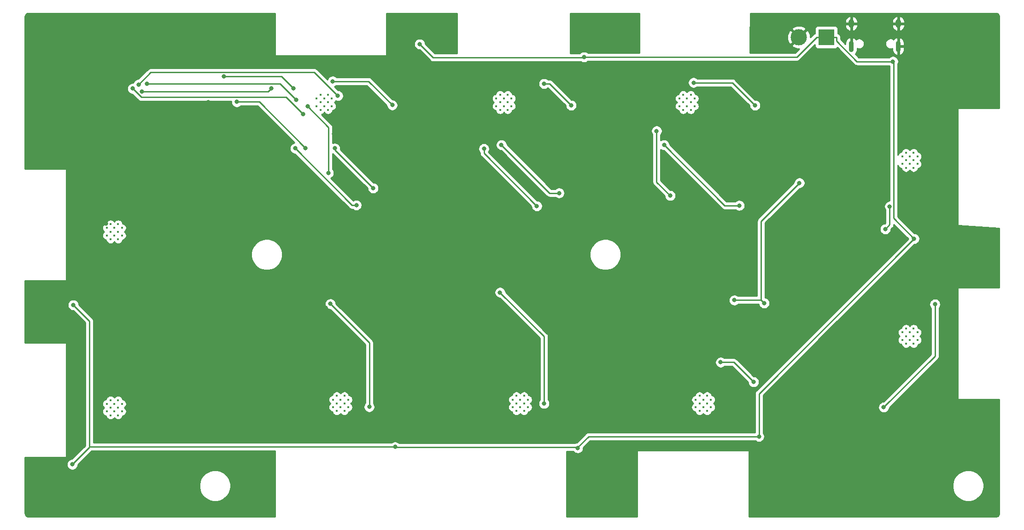
<source format=gbr>
%TF.GenerationSoftware,KiCad,Pcbnew,(5.1.12)-1*%
%TF.CreationDate,2022-05-26T18:44:23+02:00*%
%TF.ProjectId,esp32solarminer,65737033-3273-46f6-9c61-726d696e6572,0.3*%
%TF.SameCoordinates,Original*%
%TF.FileFunction,Copper,L2,Bot*%
%TF.FilePolarity,Positive*%
%FSLAX46Y46*%
G04 Gerber Fmt 4.6, Leading zero omitted, Abs format (unit mm)*
G04 Created by KiCad (PCBNEW (5.1.12)-1) date 2022-05-26 18:44:23*
%MOMM*%
%LPD*%
G01*
G04 APERTURE LIST*
%TA.AperFunction,ComponentPad*%
%ADD10R,3.000000X3.000000*%
%TD*%
%TA.AperFunction,ComponentPad*%
%ADD11C,3.000000*%
%TD*%
%TA.AperFunction,ComponentPad*%
%ADD12O,1.000000X1.600000*%
%TD*%
%TA.AperFunction,ComponentPad*%
%ADD13O,0.900000X2.100000*%
%TD*%
%TA.AperFunction,ComponentPad*%
%ADD14C,0.400000*%
%TD*%
%TA.AperFunction,ViaPad*%
%ADD15C,0.800000*%
%TD*%
%TA.AperFunction,Conductor*%
%ADD16C,0.250000*%
%TD*%
%TA.AperFunction,Conductor*%
%ADD17C,0.254000*%
%TD*%
%TA.AperFunction,Conductor*%
%ADD18C,0.100000*%
%TD*%
G04 APERTURE END LIST*
D10*
%TO.P,J101,1*%
%TO.N,/VUSB*%
X184150000Y-24130000D03*
D11*
%TO.P,J101,2*%
%TO.N,GND*%
X179070000Y-24130000D03*
%TD*%
D12*
%TO.P,J102,S1*%
%TO.N,GND*%
X197360000Y-21625000D03*
X188720000Y-21625000D03*
D13*
X197360000Y-25805000D03*
X188720000Y-25805000D03*
%TD*%
D14*
%TO.P,U101,41_10*%
%TO.N,N/C*%
X52560000Y-59920000D03*
%TO.P,U101,41_11*%
X52560000Y-61320000D03*
%TO.P,U101,41_12*%
X52560000Y-58520000D03*
%TO.P,U101,41_13*%
X53960000Y-61320000D03*
%TO.P,U101,41_14*%
X53960000Y-59920000D03*
%TO.P,U101,41_15*%
X53960000Y-58520000D03*
%TO.P,U101,41_16*%
X51860000Y-60620000D03*
%TO.P,U101,41_17*%
X51860000Y-59220000D03*
%TO.P,U101,41_18*%
X53260000Y-60620000D03*
%TO.P,U101,41_19*%
X53260000Y-59220000D03*
%TO.P,U101,41_20*%
X54660000Y-60620000D03*
%TO.P,U101,41_21*%
X54660000Y-59220000D03*
%TD*%
%TO.P,U105,41_21*%
%TO.N,N/C*%
X160820000Y-90120000D03*
%TO.P,U105,41_20*%
X162220000Y-90120000D03*
%TO.P,U105,41_19*%
X160820000Y-91520000D03*
%TO.P,U105,41_18*%
X162220000Y-91520000D03*
%TO.P,U105,41_17*%
X160820000Y-92920000D03*
%TO.P,U105,41_16*%
X162220000Y-92920000D03*
%TO.P,U105,41_15*%
X160120000Y-90820000D03*
%TO.P,U105,41_14*%
X161520000Y-90820000D03*
%TO.P,U105,41_13*%
X162920000Y-90820000D03*
%TO.P,U105,41_12*%
X160120000Y-92220000D03*
%TO.P,U105,41_11*%
X162920000Y-92220000D03*
%TO.P,U105,41_10*%
X161520000Y-92220000D03*
%TD*%
%TO.P,U106,41_21*%
%TO.N,N/C*%
X125565000Y-37515000D03*
%TO.P,U106,41_20*%
X124165000Y-37515000D03*
%TO.P,U106,41_19*%
X125565000Y-36115000D03*
%TO.P,U106,41_18*%
X124165000Y-36115000D03*
%TO.P,U106,41_17*%
X125565000Y-34715000D03*
%TO.P,U106,41_16*%
X124165000Y-34715000D03*
%TO.P,U106,41_15*%
X126265000Y-36815000D03*
%TO.P,U106,41_14*%
X124865000Y-36815000D03*
%TO.P,U106,41_13*%
X123465000Y-36815000D03*
%TO.P,U106,41_12*%
X126265000Y-35415000D03*
%TO.P,U106,41_11*%
X123465000Y-35415000D03*
%TO.P,U106,41_10*%
X124865000Y-35415000D03*
%TD*%
%TO.P,U110,41_21*%
%TO.N,N/C*%
X54660000Y-91605000D03*
%TO.P,U110,41_20*%
X54660000Y-93005000D03*
%TO.P,U110,41_19*%
X53260000Y-91605000D03*
%TO.P,U110,41_18*%
X53260000Y-93005000D03*
%TO.P,U110,41_17*%
X51860000Y-91605000D03*
%TO.P,U110,41_16*%
X51860000Y-93005000D03*
%TO.P,U110,41_15*%
X53960000Y-90905000D03*
%TO.P,U110,41_14*%
X53960000Y-92305000D03*
%TO.P,U110,41_13*%
X53960000Y-93705000D03*
%TO.P,U110,41_12*%
X52560000Y-90905000D03*
%TO.P,U110,41_11*%
X52560000Y-93705000D03*
%TO.P,U110,41_10*%
X52560000Y-92305000D03*
%TD*%
%TO.P,U111,41_10*%
%TO.N,N/C*%
X200170000Y-79145000D03*
%TO.P,U111,41_11*%
X200170000Y-77745000D03*
%TO.P,U111,41_12*%
X200170000Y-80545000D03*
%TO.P,U111,41_13*%
X198770000Y-77745000D03*
%TO.P,U111,41_14*%
X198770000Y-79145000D03*
%TO.P,U111,41_15*%
X198770000Y-80545000D03*
%TO.P,U111,41_16*%
X200870000Y-78445000D03*
%TO.P,U111,41_17*%
X200870000Y-79845000D03*
%TO.P,U111,41_18*%
X199470000Y-78445000D03*
%TO.P,U111,41_19*%
X199470000Y-79845000D03*
%TO.P,U111,41_20*%
X198070000Y-78445000D03*
%TO.P,U111,41_21*%
X198070000Y-79845000D03*
%TD*%
%TO.P,U112,41_10*%
%TO.N,N/C*%
X91845000Y-35415000D03*
%TO.P,U112,41_11*%
X90445000Y-35415000D03*
%TO.P,U112,41_12*%
X93245000Y-35415000D03*
%TO.P,U112,41_13*%
X90445000Y-36815000D03*
%TO.P,U112,41_14*%
X91845000Y-36815000D03*
%TO.P,U112,41_15*%
X93245000Y-36815000D03*
%TO.P,U112,41_16*%
X91145000Y-34715000D03*
%TO.P,U112,41_17*%
X92545000Y-34715000D03*
%TO.P,U112,41_18*%
X91145000Y-36115000D03*
%TO.P,U112,41_19*%
X92545000Y-36115000D03*
%TO.P,U112,41_20*%
X91145000Y-37515000D03*
%TO.P,U112,41_21*%
X92545000Y-37515000D03*
%TD*%
%TO.P,U116,41_10*%
%TO.N,N/C*%
X94845000Y-92220000D03*
%TO.P,U116,41_11*%
X96245000Y-92220000D03*
%TO.P,U116,41_12*%
X93445000Y-92220000D03*
%TO.P,U116,41_13*%
X96245000Y-90820000D03*
%TO.P,U116,41_14*%
X94845000Y-90820000D03*
%TO.P,U116,41_15*%
X93445000Y-90820000D03*
%TO.P,U116,41_16*%
X95545000Y-92920000D03*
%TO.P,U116,41_17*%
X94145000Y-92920000D03*
%TO.P,U116,41_18*%
X95545000Y-91520000D03*
%TO.P,U116,41_19*%
X94145000Y-91520000D03*
%TO.P,U116,41_20*%
X95545000Y-90120000D03*
%TO.P,U116,41_21*%
X94145000Y-90120000D03*
%TD*%
%TO.P,U117,41_21*%
%TO.N,N/C*%
X198070000Y-47460000D03*
%TO.P,U117,41_20*%
X198070000Y-46060000D03*
%TO.P,U117,41_19*%
X199470000Y-47460000D03*
%TO.P,U117,41_18*%
X199470000Y-46060000D03*
%TO.P,U117,41_17*%
X200870000Y-47460000D03*
%TO.P,U117,41_16*%
X200870000Y-46060000D03*
%TO.P,U117,41_15*%
X198770000Y-48160000D03*
%TO.P,U117,41_14*%
X198770000Y-46760000D03*
%TO.P,U117,41_13*%
X198770000Y-45360000D03*
%TO.P,U117,41_12*%
X200170000Y-48160000D03*
%TO.P,U117,41_11*%
X200170000Y-45360000D03*
%TO.P,U117,41_10*%
X200170000Y-46760000D03*
%TD*%
%TO.P,U120,41_10*%
%TO.N,N/C*%
X127865000Y-92220000D03*
%TO.P,U120,41_11*%
X129265000Y-92220000D03*
%TO.P,U120,41_12*%
X126465000Y-92220000D03*
%TO.P,U120,41_13*%
X129265000Y-90820000D03*
%TO.P,U120,41_14*%
X127865000Y-90820000D03*
%TO.P,U120,41_15*%
X126465000Y-90820000D03*
%TO.P,U120,41_16*%
X128565000Y-92920000D03*
%TO.P,U120,41_17*%
X127165000Y-92920000D03*
%TO.P,U120,41_18*%
X128565000Y-91520000D03*
%TO.P,U120,41_19*%
X127165000Y-91520000D03*
%TO.P,U120,41_20*%
X128565000Y-90120000D03*
%TO.P,U120,41_21*%
X127165000Y-90120000D03*
%TD*%
%TO.P,U121,41_21*%
%TO.N,N/C*%
X159220000Y-37515000D03*
%TO.P,U121,41_20*%
X157820000Y-37515000D03*
%TO.P,U121,41_19*%
X159220000Y-36115000D03*
%TO.P,U121,41_18*%
X157820000Y-36115000D03*
%TO.P,U121,41_17*%
X159220000Y-34715000D03*
%TO.P,U121,41_16*%
X157820000Y-34715000D03*
%TO.P,U121,41_15*%
X159920000Y-36815000D03*
%TO.P,U121,41_14*%
X158520000Y-36815000D03*
%TO.P,U121,41_13*%
X157120000Y-36815000D03*
%TO.P,U121,41_12*%
X159920000Y-35415000D03*
%TO.P,U121,41_11*%
X157120000Y-35415000D03*
%TO.P,U121,41_10*%
X158520000Y-35415000D03*
%TD*%
D15*
%TO.N,GND*%
X146050000Y-91186000D03*
X202565000Y-63119000D03*
X172466000Y-29210000D03*
X175895000Y-34417000D03*
X48895000Y-104648000D03*
X52070000Y-109855000D03*
X51562000Y-107442000D03*
X109855000Y-90932000D03*
X106426000Y-87249000D03*
X140716000Y-95885000D03*
X158115000Y-74803000D03*
X186309000Y-78232000D03*
X185039000Y-45720000D03*
X139954000Y-29210000D03*
X142621000Y-30607000D03*
X142240000Y-34417000D03*
X107061000Y-29083000D03*
X109093000Y-30734000D03*
X109093000Y-34544000D03*
X51435000Y-74422000D03*
%TO.N,/VUSB*%
X45720000Y-73401600D03*
X196362700Y-28592100D03*
X171737000Y-97617000D03*
X104862300Y-99525600D03*
X200255800Y-61207700D03*
X138423200Y-99726200D03*
X139614800Y-27765800D03*
X109389300Y-25400000D03*
X45533300Y-102752000D03*
%TO.N,GND*%
X110871000Y-74930000D03*
X135255000Y-67818000D03*
X128651000Y-63754000D03*
X115951000Y-62738000D03*
X90551000Y-63754000D03*
X83439000Y-50038000D03*
X78867000Y-42926000D03*
X93599000Y-41910000D03*
X99187000Y-37846000D03*
X120523000Y-41910000D03*
X141859000Y-55118000D03*
X175387000Y-61722000D03*
X200787000Y-52578000D03*
X193167000Y-49530000D03*
X165227000Y-42926000D03*
X170815000Y-46990000D03*
X81915000Y-71374000D03*
X77851000Y-72898000D03*
X50927000Y-46482000D03*
X51435000Y-52070000D03*
X47371000Y-58166000D03*
X66167000Y-43942000D03*
X72771000Y-44450000D03*
X66675000Y-49530000D03*
X66167000Y-56642000D03*
X101219000Y-76454000D03*
X137287000Y-79502000D03*
X132715000Y-76454000D03*
X70231000Y-83058000D03*
X67183000Y-92710000D03*
X66675000Y-37338000D03*
X78359000Y-27686000D03*
X121031000Y-52578000D03*
X167767000Y-69342000D03*
X177419000Y-78994000D03*
X46863000Y-91694000D03*
X46863000Y-87630000D03*
X50292000Y-77089000D03*
X54737000Y-69342000D03*
X51689000Y-69723000D03*
X51746860Y-58428039D03*
X55880000Y-35687000D03*
X56642000Y-30353000D03*
X70358000Y-29337000D03*
X69215000Y-25260000D03*
X70485000Y-36068000D03*
X89662000Y-53467000D03*
X108966000Y-38100000D03*
X122428000Y-49784000D03*
X137922000Y-25527000D03*
X140970000Y-39370000D03*
X198628000Y-49530000D03*
X202311000Y-74549000D03*
X187071000Y-84963000D03*
X177292000Y-89916000D03*
X174498000Y-94361000D03*
X130048000Y-88138000D03*
X96012000Y-87503000D03*
X106820000Y-83820000D03*
X110490000Y-94361000D03*
X105918000Y-95885000D03*
X90551000Y-73406000D03*
X92075000Y-73914000D03*
X72263000Y-86487000D03*
X72136000Y-54229000D03*
X174752000Y-37719000D03*
X205740000Y-59690000D03*
X205486000Y-87122000D03*
X205740000Y-92837000D03*
X203327000Y-91440000D03*
%TO.N,/RST9*%
X137227600Y-36652300D03*
X132252600Y-32683900D03*
%TO.N,/RST6*%
X194674600Y-92229000D03*
X204094800Y-73266500D03*
%TO.N,/RST10*%
X104340200Y-36615700D03*
X93387800Y-32230400D03*
%TO.N,/RST7*%
X194963000Y-59447200D03*
X195775100Y-55263500D03*
%TO.N,/RST8*%
X171015200Y-36662600D03*
X159726200Y-32493400D03*
%TO.N,/ACTIONLLED10*%
X92631400Y-49112100D03*
X88760900Y-36867600D03*
%TO.N,/ACTIONLLED3*%
X92959900Y-73193100D03*
X100118400Y-92154500D03*
%TO.N,/ACTIONLLED4*%
X124139600Y-71095300D03*
X132252600Y-91546900D03*
%TO.N,/ACTIONLLED8*%
X155421600Y-53270700D03*
X152929500Y-41384700D03*
%TO.N,/D+*%
X172694600Y-73066300D03*
X179181800Y-50952300D03*
X167216700Y-72524600D03*
%TO.N,/D9-*%
X135007500Y-52805100D03*
X124403000Y-43949700D03*
%TO.N,/D9+*%
X130907000Y-55205100D03*
X121192300Y-44651800D03*
%TO.N,Net-(SW108-Pad2)*%
X170754300Y-87577900D03*
X164694700Y-83945300D03*
%TO.N,/D10-*%
X100835900Y-51904000D03*
X93778200Y-44582500D03*
%TO.N,/D10+*%
X97750900Y-55036000D03*
X86513700Y-44582500D03*
%TO.N,/BUT2*%
X73352500Y-31340900D03*
X86180600Y-33560100D03*
%TO.N,/BUT3*%
X75760000Y-36031600D03*
X88403500Y-44536300D03*
%TO.N,/D8+*%
X168116900Y-55107100D03*
X154297000Y-43949700D03*
%TO.N,/RSTDISP*%
X82089900Y-33529100D03*
X58353600Y-34111000D03*
%TO.N,/DispCS*%
X86671900Y-35645700D03*
X59289200Y-32734000D03*
%TO.N,/MOSI*%
X87938400Y-38284500D03*
X56598000Y-33577800D03*
%TO.N,/SCK*%
X94331000Y-34905500D03*
X57721200Y-32834300D03*
%TD*%
D16*
%TO.N,/VUSB*%
X48673300Y-99525600D02*
X48673300Y-76354900D01*
X48673300Y-76354900D02*
X45720000Y-73401600D01*
X48673300Y-99525600D02*
X104862300Y-99525600D01*
X45533300Y-102752000D02*
X48673300Y-99612000D01*
X48673300Y-99612000D02*
X48673300Y-99525600D01*
X138423200Y-99605600D02*
X140411800Y-97617000D01*
X140411800Y-97617000D02*
X171737000Y-97617000D01*
X171737000Y-97617000D02*
X171737000Y-89726500D01*
X171737000Y-89726500D02*
X200255800Y-61207700D01*
X200255800Y-61207700D02*
X196500400Y-57452300D01*
X196500400Y-57452300D02*
X196500400Y-28729800D01*
X196500400Y-28729800D02*
X196362700Y-28592100D01*
X184150000Y-24130000D02*
X185975300Y-24130000D01*
X196362700Y-28592100D02*
X189752900Y-28592100D01*
X189752900Y-28592100D02*
X185975300Y-24814500D01*
X185975300Y-24814500D02*
X185975300Y-24130000D01*
X138423200Y-99605600D02*
X138423200Y-99726200D01*
X104862300Y-99525600D02*
X104942300Y-99605600D01*
X104942300Y-99605600D02*
X138423200Y-99605600D01*
X139614800Y-27765800D02*
X139496200Y-27884400D01*
X139496200Y-27884400D02*
X111873700Y-27884400D01*
X111873700Y-27884400D02*
X109389300Y-25400000D01*
X182324700Y-24130000D02*
X178688900Y-27765800D01*
X178688900Y-27765800D02*
X139614800Y-27765800D01*
X184150000Y-24130000D02*
X182324700Y-24130000D01*
%TO.N,GND*%
X46863000Y-91694000D02*
X46863000Y-87630000D01*
X51435000Y-74422000D02*
X50292000Y-75565000D01*
X50292000Y-75565000D02*
X50292000Y-77089000D01*
X54737000Y-69342000D02*
X52197000Y-69342000D01*
X51816000Y-69723000D02*
X51689000Y-69723000D01*
X52197000Y-69342000D02*
X51816000Y-69723000D01*
X51484821Y-58166000D02*
X51746860Y-58428039D01*
X47371000Y-58166000D02*
X51484821Y-58166000D01*
X55880000Y-35687000D02*
X55626000Y-35433000D01*
X55626000Y-35433000D02*
X55626000Y-31369000D01*
X55626000Y-31369000D02*
X56642000Y-30353000D01*
X69215000Y-28194000D02*
X69215000Y-25260000D01*
X70358000Y-29337000D02*
X69215000Y-28194000D01*
X70485000Y-36068000D02*
X70485000Y-37338000D01*
X70485000Y-37338000D02*
X69596000Y-38227000D01*
X67564000Y-38227000D02*
X66675000Y-37338000D01*
X69596000Y-38227000D02*
X67564000Y-38227000D01*
X109093000Y-30734000D02*
X109093000Y-34544000D01*
X107061000Y-29083000D02*
X107061000Y-29972000D01*
X107823000Y-30734000D02*
X109093000Y-30734000D01*
X107061000Y-29972000D02*
X107823000Y-30734000D01*
X109093000Y-34544000D02*
X107950000Y-35687000D01*
X107950000Y-35687000D02*
X107950000Y-36957000D01*
X108966000Y-37973000D02*
X108966000Y-38100000D01*
X107950000Y-36957000D02*
X108966000Y-37973000D01*
X121031000Y-51181000D02*
X121031000Y-52578000D01*
X122428000Y-49784000D02*
X121031000Y-51181000D01*
X142240000Y-34417000D02*
X142240000Y-35179000D01*
X142240000Y-35179000D02*
X140843000Y-36576000D01*
X140843000Y-39243000D02*
X140970000Y-39370000D01*
X140843000Y-36576000D02*
X140843000Y-39243000D01*
X90551000Y-73406000D02*
X91567000Y-73406000D01*
X91567000Y-73406000D02*
X92075000Y-73914000D01*
X205486000Y-92583000D02*
X205740000Y-92837000D01*
X203581000Y-91186000D02*
X203327000Y-91440000D01*
X205486000Y-91186000D02*
X203581000Y-91186000D01*
X205486000Y-87122000D02*
X205486000Y-91186000D01*
X205486000Y-91186000D02*
X205486000Y-92583000D01*
%TO.N,/RST9*%
X132252600Y-32683900D02*
X133259200Y-32683900D01*
X133259200Y-32683900D02*
X137227600Y-36652300D01*
%TO.N,/RST6*%
X204094800Y-73266500D02*
X204094800Y-82808800D01*
X204094800Y-82808800D02*
X194674600Y-92229000D01*
%TO.N,/RST10*%
X93387800Y-32230400D02*
X99954900Y-32230400D01*
X99954900Y-32230400D02*
X104340200Y-36615700D01*
%TO.N,/RST7*%
X195775100Y-55263500D02*
X195775100Y-58635100D01*
X195775100Y-58635100D02*
X194963000Y-59447200D01*
%TO.N,/RST8*%
X159726200Y-32493400D02*
X166846000Y-32493400D01*
X166846000Y-32493400D02*
X171015200Y-36662600D01*
%TO.N,/ACTIONLLED10*%
X88760900Y-36867600D02*
X92631400Y-40738100D01*
X92631400Y-40738100D02*
X92631400Y-49112100D01*
%TO.N,/ACTIONLLED3*%
X100118400Y-92154500D02*
X100118400Y-80351600D01*
X100118400Y-80351600D02*
X92959900Y-73193100D01*
%TO.N,/ACTIONLLED4*%
X132252600Y-91546900D02*
X132252600Y-79208300D01*
X132252600Y-79208300D02*
X124139600Y-71095300D01*
%TO.N,/ACTIONLLED8*%
X152929500Y-41384700D02*
X152929500Y-50778600D01*
X152929500Y-50778600D02*
X155421600Y-53270700D01*
%TO.N,/D+*%
X172152900Y-72524600D02*
X172694600Y-73066300D01*
X167216700Y-72524600D02*
X172152900Y-72524600D01*
X172152900Y-72524600D02*
X172152900Y-57981200D01*
X172152900Y-57981200D02*
X179181800Y-50952300D01*
%TO.N,/D9-*%
X124403000Y-43949700D02*
X133258400Y-52805100D01*
X133258400Y-52805100D02*
X135007500Y-52805100D01*
%TO.N,/D9+*%
X121192300Y-44651800D02*
X121192300Y-45490400D01*
X121192300Y-45490400D02*
X130907000Y-55205100D01*
%TO.N,Net-(SW108-Pad2)*%
X164694700Y-83945300D02*
X167121700Y-83945300D01*
X167121700Y-83945300D02*
X170754300Y-87577900D01*
%TO.N,/D10-*%
X93778200Y-44582500D02*
X93778200Y-44846300D01*
X93778200Y-44846300D02*
X100835900Y-51904000D01*
%TO.N,/D10+*%
X86513700Y-44582500D02*
X96967200Y-55036000D01*
X96967200Y-55036000D02*
X97750900Y-55036000D01*
%TO.N,/BUT2*%
X86180600Y-33560100D02*
X83961400Y-31340900D01*
X83961400Y-31340900D02*
X73352500Y-31340900D01*
%TO.N,/BUT3*%
X88403500Y-44536300D02*
X79898800Y-36031600D01*
X79898800Y-36031600D02*
X75760000Y-36031600D01*
%TO.N,/D8+*%
X154297000Y-43949700D02*
X165454400Y-55107100D01*
X165454400Y-55107100D02*
X168116900Y-55107100D01*
%TO.N,/RSTDISP*%
X58353600Y-34111000D02*
X81508000Y-34111000D01*
X81508000Y-34111000D02*
X82089900Y-33529100D01*
%TO.N,/DispCS*%
X59289200Y-32734000D02*
X83760200Y-32734000D01*
X83760200Y-32734000D02*
X86671900Y-35645700D01*
%TO.N,/MOSI*%
X56598000Y-33577800D02*
X58196800Y-35176600D01*
X58196800Y-35176600D02*
X84830500Y-35176600D01*
X84830500Y-35176600D02*
X87938400Y-38284500D01*
%TO.N,/SCK*%
X57721200Y-32834300D02*
X59964500Y-30591000D01*
X59964500Y-30591000D02*
X90016500Y-30591000D01*
X90016500Y-30591000D02*
X94331000Y-34905500D01*
%TD*%
D17*
%TO.N,GND*%
X215382869Y-19724722D02*
X215496246Y-19758953D01*
X215600819Y-19814555D01*
X215692596Y-19889407D01*
X215768091Y-19980664D01*
X215824419Y-20084844D01*
X215859440Y-20197976D01*
X215875001Y-20346031D01*
X215875001Y-37211000D01*
X208407000Y-37211000D01*
X208382224Y-37213440D01*
X208358399Y-37220667D01*
X208336443Y-37232403D01*
X208317197Y-37248197D01*
X208301403Y-37267443D01*
X208289667Y-37289399D01*
X208282440Y-37313224D01*
X208280000Y-37338000D01*
X208280000Y-58674000D01*
X208281137Y-58690958D01*
X208286864Y-58715187D01*
X208297208Y-58737833D01*
X208311771Y-58758026D01*
X208329993Y-58774990D01*
X208351175Y-58788073D01*
X208374502Y-58796772D01*
X208399078Y-58800753D01*
X215875001Y-59267998D01*
X215875000Y-70231000D01*
X208407000Y-70231000D01*
X208382224Y-70233440D01*
X208358399Y-70240667D01*
X208336443Y-70252403D01*
X208317197Y-70268197D01*
X208301403Y-70287443D01*
X208289667Y-70309399D01*
X208282440Y-70333224D01*
X208280000Y-70358000D01*
X208280000Y-90678000D01*
X208282440Y-90702776D01*
X208289667Y-90726601D01*
X208301403Y-90748557D01*
X208317197Y-90767803D01*
X208336443Y-90783597D01*
X208358399Y-90795333D01*
X208382224Y-90802560D01*
X208407000Y-90805000D01*
X215875000Y-90805000D01*
X215875000Y-111727721D01*
X215860278Y-111877869D01*
X215826047Y-111991246D01*
X215770446Y-112095817D01*
X215695594Y-112187595D01*
X215604335Y-112263091D01*
X215500160Y-112319419D01*
X215387024Y-112354440D01*
X215238979Y-112370000D01*
X169926000Y-112370000D01*
X169926000Y-106395852D01*
X207300000Y-106395852D01*
X207300000Y-106964148D01*
X207410869Y-107521523D01*
X207628346Y-108046560D01*
X207944074Y-108519080D01*
X208345920Y-108920926D01*
X208818440Y-109236654D01*
X209343477Y-109454131D01*
X209900852Y-109565000D01*
X210469148Y-109565000D01*
X211026523Y-109454131D01*
X211551560Y-109236654D01*
X212024080Y-108920926D01*
X212425926Y-108519080D01*
X212741654Y-108046560D01*
X212959131Y-107521523D01*
X213070000Y-106964148D01*
X213070000Y-106395852D01*
X212959131Y-105838477D01*
X212741654Y-105313440D01*
X212425926Y-104840920D01*
X212024080Y-104439074D01*
X211551560Y-104123346D01*
X211026523Y-103905869D01*
X210469148Y-103795000D01*
X209900852Y-103795000D01*
X209343477Y-103905869D01*
X208818440Y-104123346D01*
X208345920Y-104439074D01*
X207944074Y-104840920D01*
X207628346Y-105313440D01*
X207410869Y-105838477D01*
X207300000Y-106395852D01*
X169926000Y-106395852D01*
X169926000Y-100330000D01*
X169923560Y-100305224D01*
X169916333Y-100281399D01*
X169904597Y-100259443D01*
X169888803Y-100240197D01*
X169869557Y-100224403D01*
X169847601Y-100212667D01*
X169823776Y-100205440D01*
X169799000Y-100203000D01*
X149479000Y-100203000D01*
X149454224Y-100205440D01*
X149430399Y-100212667D01*
X149408443Y-100224403D01*
X149389197Y-100240197D01*
X149373403Y-100259443D01*
X149361667Y-100281399D01*
X149354440Y-100305224D01*
X149352000Y-100330000D01*
X149352000Y-112370000D01*
X136398000Y-112370000D01*
X136398000Y-100365600D01*
X137605650Y-100365600D01*
X137619263Y-100385974D01*
X137763426Y-100530137D01*
X137932944Y-100643405D01*
X138121302Y-100721426D01*
X138321261Y-100761200D01*
X138525139Y-100761200D01*
X138725098Y-100721426D01*
X138913456Y-100643405D01*
X139082974Y-100530137D01*
X139227137Y-100385974D01*
X139340405Y-100216456D01*
X139418426Y-100028098D01*
X139458200Y-99828139D01*
X139458200Y-99645401D01*
X140726602Y-98377000D01*
X171033289Y-98377000D01*
X171077226Y-98420937D01*
X171246744Y-98534205D01*
X171435102Y-98612226D01*
X171635061Y-98652000D01*
X171838939Y-98652000D01*
X172038898Y-98612226D01*
X172227256Y-98534205D01*
X172396774Y-98420937D01*
X172540937Y-98276774D01*
X172654205Y-98107256D01*
X172732226Y-97918898D01*
X172772000Y-97718939D01*
X172772000Y-97515061D01*
X172732226Y-97315102D01*
X172654205Y-97126744D01*
X172540937Y-96957226D01*
X172497000Y-96913289D01*
X172497000Y-92127061D01*
X193639600Y-92127061D01*
X193639600Y-92330939D01*
X193679374Y-92530898D01*
X193757395Y-92719256D01*
X193870663Y-92888774D01*
X194014826Y-93032937D01*
X194184344Y-93146205D01*
X194372702Y-93224226D01*
X194572661Y-93264000D01*
X194776539Y-93264000D01*
X194976498Y-93224226D01*
X195164856Y-93146205D01*
X195334374Y-93032937D01*
X195478537Y-92888774D01*
X195591805Y-92719256D01*
X195669826Y-92530898D01*
X195709600Y-92330939D01*
X195709600Y-92268801D01*
X204605803Y-83372599D01*
X204634801Y-83348801D01*
X204729774Y-83233076D01*
X204800346Y-83101047D01*
X204843803Y-82957786D01*
X204854800Y-82846133D01*
X204858477Y-82808800D01*
X204854800Y-82771467D01*
X204854800Y-73970211D01*
X204898737Y-73926274D01*
X205012005Y-73756756D01*
X205090026Y-73568398D01*
X205129800Y-73368439D01*
X205129800Y-73164561D01*
X205090026Y-72964602D01*
X205012005Y-72776244D01*
X204898737Y-72606726D01*
X204754574Y-72462563D01*
X204585056Y-72349295D01*
X204396698Y-72271274D01*
X204196739Y-72231500D01*
X203992861Y-72231500D01*
X203792902Y-72271274D01*
X203604544Y-72349295D01*
X203435026Y-72462563D01*
X203290863Y-72606726D01*
X203177595Y-72776244D01*
X203099574Y-72964602D01*
X203059800Y-73164561D01*
X203059800Y-73368439D01*
X203099574Y-73568398D01*
X203177595Y-73756756D01*
X203290863Y-73926274D01*
X203334800Y-73970211D01*
X203334801Y-82493997D01*
X194634799Y-91194000D01*
X194572661Y-91194000D01*
X194372702Y-91233774D01*
X194184344Y-91311795D01*
X194014826Y-91425063D01*
X193870663Y-91569226D01*
X193757395Y-91738744D01*
X193679374Y-91927102D01*
X193639600Y-92127061D01*
X172497000Y-92127061D01*
X172497000Y-90041301D01*
X184175541Y-78362760D01*
X197235000Y-78362760D01*
X197235000Y-78527240D01*
X197267089Y-78688560D01*
X197330033Y-78840521D01*
X197421413Y-78977281D01*
X197537719Y-79093587D01*
X197614664Y-79145000D01*
X197537719Y-79196413D01*
X197421413Y-79312719D01*
X197330033Y-79449479D01*
X197267089Y-79601440D01*
X197235000Y-79762760D01*
X197235000Y-79927240D01*
X197267089Y-80088560D01*
X197330033Y-80240521D01*
X197421413Y-80377281D01*
X197537719Y-80493587D01*
X197674479Y-80584967D01*
X197826440Y-80647911D01*
X197943754Y-80671246D01*
X197967089Y-80788560D01*
X198030033Y-80940521D01*
X198121413Y-81077281D01*
X198237719Y-81193587D01*
X198374479Y-81284967D01*
X198526440Y-81347911D01*
X198687760Y-81380000D01*
X198852240Y-81380000D01*
X199013560Y-81347911D01*
X199165521Y-81284967D01*
X199302281Y-81193587D01*
X199418587Y-81077281D01*
X199470000Y-81000336D01*
X199521413Y-81077281D01*
X199637719Y-81193587D01*
X199774479Y-81284967D01*
X199926440Y-81347911D01*
X200087760Y-81380000D01*
X200252240Y-81380000D01*
X200413560Y-81347911D01*
X200565521Y-81284967D01*
X200702281Y-81193587D01*
X200818587Y-81077281D01*
X200909967Y-80940521D01*
X200972911Y-80788560D01*
X200996246Y-80671246D01*
X201113560Y-80647911D01*
X201265521Y-80584967D01*
X201402281Y-80493587D01*
X201518587Y-80377281D01*
X201609967Y-80240521D01*
X201672911Y-80088560D01*
X201705000Y-79927240D01*
X201705000Y-79762760D01*
X201672911Y-79601440D01*
X201609967Y-79449479D01*
X201518587Y-79312719D01*
X201402281Y-79196413D01*
X201325336Y-79145000D01*
X201402281Y-79093587D01*
X201518587Y-78977281D01*
X201609967Y-78840521D01*
X201672911Y-78688560D01*
X201705000Y-78527240D01*
X201705000Y-78362760D01*
X201672911Y-78201440D01*
X201609967Y-78049479D01*
X201518587Y-77912719D01*
X201402281Y-77796413D01*
X201265521Y-77705033D01*
X201113560Y-77642089D01*
X200996246Y-77618754D01*
X200972911Y-77501440D01*
X200909967Y-77349479D01*
X200818587Y-77212719D01*
X200702281Y-77096413D01*
X200565521Y-77005033D01*
X200413560Y-76942089D01*
X200252240Y-76910000D01*
X200087760Y-76910000D01*
X199926440Y-76942089D01*
X199774479Y-77005033D01*
X199637719Y-77096413D01*
X199521413Y-77212719D01*
X199470000Y-77289664D01*
X199418587Y-77212719D01*
X199302281Y-77096413D01*
X199165521Y-77005033D01*
X199013560Y-76942089D01*
X198852240Y-76910000D01*
X198687760Y-76910000D01*
X198526440Y-76942089D01*
X198374479Y-77005033D01*
X198237719Y-77096413D01*
X198121413Y-77212719D01*
X198030033Y-77349479D01*
X197967089Y-77501440D01*
X197943754Y-77618754D01*
X197826440Y-77642089D01*
X197674479Y-77705033D01*
X197537719Y-77796413D01*
X197421413Y-77912719D01*
X197330033Y-78049479D01*
X197267089Y-78201440D01*
X197235000Y-78362760D01*
X184175541Y-78362760D01*
X200295602Y-62242700D01*
X200357739Y-62242700D01*
X200557698Y-62202926D01*
X200746056Y-62124905D01*
X200915574Y-62011637D01*
X201059737Y-61867474D01*
X201173005Y-61697956D01*
X201251026Y-61509598D01*
X201290800Y-61309639D01*
X201290800Y-61105761D01*
X201251026Y-60905802D01*
X201173005Y-60717444D01*
X201059737Y-60547926D01*
X200915574Y-60403763D01*
X200746056Y-60290495D01*
X200557698Y-60212474D01*
X200357739Y-60172700D01*
X200295602Y-60172700D01*
X197260400Y-57137499D01*
X197260400Y-47669933D01*
X197267089Y-47703560D01*
X197330033Y-47855521D01*
X197421413Y-47992281D01*
X197537719Y-48108587D01*
X197674479Y-48199967D01*
X197826440Y-48262911D01*
X197943754Y-48286246D01*
X197967089Y-48403560D01*
X198030033Y-48555521D01*
X198121413Y-48692281D01*
X198237719Y-48808587D01*
X198374479Y-48899967D01*
X198526440Y-48962911D01*
X198687760Y-48995000D01*
X198852240Y-48995000D01*
X199013560Y-48962911D01*
X199165521Y-48899967D01*
X199302281Y-48808587D01*
X199418587Y-48692281D01*
X199470000Y-48615336D01*
X199521413Y-48692281D01*
X199637719Y-48808587D01*
X199774479Y-48899967D01*
X199926440Y-48962911D01*
X200087760Y-48995000D01*
X200252240Y-48995000D01*
X200413560Y-48962911D01*
X200565521Y-48899967D01*
X200702281Y-48808587D01*
X200818587Y-48692281D01*
X200909967Y-48555521D01*
X200972911Y-48403560D01*
X200996246Y-48286246D01*
X201113560Y-48262911D01*
X201265521Y-48199967D01*
X201402281Y-48108587D01*
X201518587Y-47992281D01*
X201609967Y-47855521D01*
X201672911Y-47703560D01*
X201705000Y-47542240D01*
X201705000Y-47377760D01*
X201672911Y-47216440D01*
X201609967Y-47064479D01*
X201518587Y-46927719D01*
X201402281Y-46811413D01*
X201325336Y-46760000D01*
X201402281Y-46708587D01*
X201518587Y-46592281D01*
X201609967Y-46455521D01*
X201672911Y-46303560D01*
X201705000Y-46142240D01*
X201705000Y-45977760D01*
X201672911Y-45816440D01*
X201609967Y-45664479D01*
X201518587Y-45527719D01*
X201402281Y-45411413D01*
X201265521Y-45320033D01*
X201113560Y-45257089D01*
X200996246Y-45233754D01*
X200972911Y-45116440D01*
X200909967Y-44964479D01*
X200818587Y-44827719D01*
X200702281Y-44711413D01*
X200565521Y-44620033D01*
X200413560Y-44557089D01*
X200252240Y-44525000D01*
X200087760Y-44525000D01*
X199926440Y-44557089D01*
X199774479Y-44620033D01*
X199637719Y-44711413D01*
X199521413Y-44827719D01*
X199470000Y-44904664D01*
X199418587Y-44827719D01*
X199302281Y-44711413D01*
X199165521Y-44620033D01*
X199013560Y-44557089D01*
X198852240Y-44525000D01*
X198687760Y-44525000D01*
X198526440Y-44557089D01*
X198374479Y-44620033D01*
X198237719Y-44711413D01*
X198121413Y-44827719D01*
X198030033Y-44964479D01*
X197967089Y-45116440D01*
X197943754Y-45233754D01*
X197826440Y-45257089D01*
X197674479Y-45320033D01*
X197537719Y-45411413D01*
X197421413Y-45527719D01*
X197330033Y-45664479D01*
X197267089Y-45816440D01*
X197260400Y-45850067D01*
X197260400Y-29111547D01*
X197279905Y-29082356D01*
X197357926Y-28893998D01*
X197397700Y-28694039D01*
X197397700Y-28490161D01*
X197357926Y-28290202D01*
X197279905Y-28101844D01*
X197166637Y-27932326D01*
X197022474Y-27788163D01*
X196852956Y-27674895D01*
X196664598Y-27596874D01*
X196464639Y-27557100D01*
X196260761Y-27557100D01*
X196060802Y-27596874D01*
X195872444Y-27674895D01*
X195702926Y-27788163D01*
X195658989Y-27832100D01*
X190067702Y-27832100D01*
X189448431Y-27212829D01*
X189551587Y-27113391D01*
X189673809Y-26937545D01*
X189759376Y-26741233D01*
X189805000Y-26532000D01*
X189805000Y-26201193D01*
X189869978Y-26228108D01*
X190055448Y-26265000D01*
X190244552Y-26265000D01*
X190430022Y-26228108D01*
X190604731Y-26155741D01*
X190761964Y-26050681D01*
X190895681Y-25916964D01*
X191000741Y-25759731D01*
X191073108Y-25585022D01*
X191110000Y-25399552D01*
X191110000Y-25210448D01*
X194970000Y-25210448D01*
X194970000Y-25399552D01*
X195006892Y-25585022D01*
X195079259Y-25759731D01*
X195184319Y-25916964D01*
X195318036Y-26050681D01*
X195475269Y-26155741D01*
X195649978Y-26228108D01*
X195835448Y-26265000D01*
X196024552Y-26265000D01*
X196210022Y-26228108D01*
X196275000Y-26201193D01*
X196275000Y-26532000D01*
X196320624Y-26741233D01*
X196406191Y-26937545D01*
X196528413Y-27113391D01*
X196682592Y-27262014D01*
X196862803Y-27377702D01*
X197065999Y-27449408D01*
X197233000Y-27322502D01*
X197233000Y-25932000D01*
X197487000Y-25932000D01*
X197487000Y-27322502D01*
X197654001Y-27449408D01*
X197857197Y-27377702D01*
X198037408Y-27262014D01*
X198191587Y-27113391D01*
X198313809Y-26937545D01*
X198399376Y-26741233D01*
X198445000Y-26532000D01*
X198445000Y-25932000D01*
X197487000Y-25932000D01*
X197233000Y-25932000D01*
X197213000Y-25932000D01*
X197213000Y-25678000D01*
X197233000Y-25678000D01*
X197233000Y-24287498D01*
X197487000Y-24287498D01*
X197487000Y-25678000D01*
X198445000Y-25678000D01*
X198445000Y-25078000D01*
X198399376Y-24868767D01*
X198313809Y-24672455D01*
X198191587Y-24496609D01*
X198037408Y-24347986D01*
X197857197Y-24232298D01*
X197654001Y-24160592D01*
X197487000Y-24287498D01*
X197233000Y-24287498D01*
X197065999Y-24160592D01*
X196862803Y-24232298D01*
X196682592Y-24347986D01*
X196528413Y-24496609D01*
X196502947Y-24533248D01*
X196384731Y-24454259D01*
X196210022Y-24381892D01*
X196024552Y-24345000D01*
X195835448Y-24345000D01*
X195649978Y-24381892D01*
X195475269Y-24454259D01*
X195318036Y-24559319D01*
X195184319Y-24693036D01*
X195079259Y-24850269D01*
X195006892Y-25024978D01*
X194970000Y-25210448D01*
X191110000Y-25210448D01*
X191073108Y-25024978D01*
X191000741Y-24850269D01*
X190895681Y-24693036D01*
X190761964Y-24559319D01*
X190604731Y-24454259D01*
X190430022Y-24381892D01*
X190244552Y-24345000D01*
X190055448Y-24345000D01*
X189869978Y-24381892D01*
X189695269Y-24454259D01*
X189577053Y-24533248D01*
X189551587Y-24496609D01*
X189397408Y-24347986D01*
X189217197Y-24232298D01*
X189014001Y-24160592D01*
X188847000Y-24287498D01*
X188847000Y-25678000D01*
X188867000Y-25678000D01*
X188867000Y-25932000D01*
X188847000Y-25932000D01*
X188847000Y-25952000D01*
X188593000Y-25952000D01*
X188593000Y-25932000D01*
X188573000Y-25932000D01*
X188573000Y-25678000D01*
X188593000Y-25678000D01*
X188593000Y-24287498D01*
X188425999Y-24160592D01*
X188222803Y-24232298D01*
X188042592Y-24347986D01*
X187888413Y-24496609D01*
X187766191Y-24672455D01*
X187680624Y-24868767D01*
X187635000Y-25078000D01*
X187635000Y-25399399D01*
X186735300Y-24499699D01*
X186735300Y-24167333D01*
X186738977Y-24130000D01*
X186724303Y-23981014D01*
X186680846Y-23837753D01*
X186610274Y-23705724D01*
X186515301Y-23589999D01*
X186399576Y-23495026D01*
X186288072Y-23435425D01*
X186288072Y-22630000D01*
X186275812Y-22505518D01*
X186239502Y-22385820D01*
X186180537Y-22275506D01*
X186101185Y-22178815D01*
X186004494Y-22099463D01*
X185894180Y-22040498D01*
X185774482Y-22004188D01*
X185650000Y-21991928D01*
X182650000Y-21991928D01*
X182525518Y-22004188D01*
X182405820Y-22040498D01*
X182295506Y-22099463D01*
X182198815Y-22178815D01*
X182119463Y-22275506D01*
X182060498Y-22385820D01*
X182024188Y-22505518D01*
X182011928Y-22630000D01*
X182011928Y-23435425D01*
X181900424Y-23495026D01*
X181784699Y-23589999D01*
X181760901Y-23618997D01*
X181208285Y-24171613D01*
X181214902Y-24087176D01*
X181165334Y-23669549D01*
X181035243Y-23269617D01*
X180877214Y-22973962D01*
X180561653Y-22817952D01*
X179249605Y-24130000D01*
X179263748Y-24144143D01*
X179084143Y-24323748D01*
X179070000Y-24309605D01*
X177757952Y-25621653D01*
X177913962Y-25937214D01*
X178288745Y-26128020D01*
X178693551Y-26242044D01*
X179105566Y-26274333D01*
X178374099Y-27005800D01*
X170057413Y-27005800D01*
X170099074Y-24172824D01*
X176925098Y-24172824D01*
X176974666Y-24590451D01*
X177104757Y-24990383D01*
X177262786Y-25286038D01*
X177578347Y-25442048D01*
X178890395Y-24130000D01*
X177578347Y-22817952D01*
X177262786Y-22973962D01*
X177071980Y-23348745D01*
X176957956Y-23753551D01*
X176925098Y-24172824D01*
X170099074Y-24172824D01*
X170121640Y-22638347D01*
X177757952Y-22638347D01*
X179070000Y-23950395D01*
X180382048Y-22638347D01*
X180226038Y-22322786D01*
X179851255Y-22131980D01*
X179446449Y-22017956D01*
X179027176Y-21985098D01*
X178609549Y-22034666D01*
X178209617Y-22164757D01*
X177913962Y-22322786D01*
X177757952Y-22638347D01*
X170121640Y-22638347D01*
X170134674Y-21752000D01*
X187585000Y-21752000D01*
X187585000Y-22052000D01*
X187631585Y-22270987D01*
X187719997Y-22476678D01*
X187846839Y-22661169D01*
X188007236Y-22817369D01*
X188195024Y-22939276D01*
X188418126Y-23019119D01*
X188593000Y-22892954D01*
X188593000Y-21752000D01*
X188847000Y-21752000D01*
X188847000Y-22892954D01*
X189021874Y-23019119D01*
X189244976Y-22939276D01*
X189432764Y-22817369D01*
X189593161Y-22661169D01*
X189720003Y-22476678D01*
X189808415Y-22270987D01*
X189855000Y-22052000D01*
X189855000Y-21752000D01*
X196225000Y-21752000D01*
X196225000Y-22052000D01*
X196271585Y-22270987D01*
X196359997Y-22476678D01*
X196486839Y-22661169D01*
X196647236Y-22817369D01*
X196835024Y-22939276D01*
X197058126Y-23019119D01*
X197233000Y-22892954D01*
X197233000Y-21752000D01*
X197487000Y-21752000D01*
X197487000Y-22892954D01*
X197661874Y-23019119D01*
X197884976Y-22939276D01*
X198072764Y-22817369D01*
X198233161Y-22661169D01*
X198360003Y-22476678D01*
X198448415Y-22270987D01*
X198495000Y-22052000D01*
X198495000Y-21752000D01*
X197487000Y-21752000D01*
X197233000Y-21752000D01*
X196225000Y-21752000D01*
X189855000Y-21752000D01*
X188847000Y-21752000D01*
X188593000Y-21752000D01*
X187585000Y-21752000D01*
X170134674Y-21752000D01*
X170142821Y-21198000D01*
X187585000Y-21198000D01*
X187585000Y-21498000D01*
X188593000Y-21498000D01*
X188593000Y-20357046D01*
X188847000Y-20357046D01*
X188847000Y-21498000D01*
X189855000Y-21498000D01*
X189855000Y-21198000D01*
X196225000Y-21198000D01*
X196225000Y-21498000D01*
X197233000Y-21498000D01*
X197233000Y-20357046D01*
X197487000Y-20357046D01*
X197487000Y-21498000D01*
X198495000Y-21498000D01*
X198495000Y-21198000D01*
X198448415Y-20979013D01*
X198360003Y-20773322D01*
X198233161Y-20588831D01*
X198072764Y-20432631D01*
X197884976Y-20310724D01*
X197661874Y-20230881D01*
X197487000Y-20357046D01*
X197233000Y-20357046D01*
X197058126Y-20230881D01*
X196835024Y-20310724D01*
X196647236Y-20432631D01*
X196486839Y-20588831D01*
X196359997Y-20773322D01*
X196271585Y-20979013D01*
X196225000Y-21198000D01*
X189855000Y-21198000D01*
X189808415Y-20979013D01*
X189720003Y-20773322D01*
X189593161Y-20588831D01*
X189432764Y-20432631D01*
X189244976Y-20310724D01*
X189021874Y-20230881D01*
X188847000Y-20357046D01*
X188593000Y-20357046D01*
X188418126Y-20230881D01*
X188195024Y-20310724D01*
X188007236Y-20432631D01*
X187846839Y-20588831D01*
X187719997Y-20773322D01*
X187631585Y-20979013D01*
X187585000Y-21198000D01*
X170142821Y-21198000D01*
X170164705Y-19710000D01*
X215232721Y-19710000D01*
X215382869Y-19724722D01*
%TA.AperFunction,Conductor*%
D18*
G36*
X215382869Y-19724722D02*
G01*
X215496246Y-19758953D01*
X215600819Y-19814555D01*
X215692596Y-19889407D01*
X215768091Y-19980664D01*
X215824419Y-20084844D01*
X215859440Y-20197976D01*
X215875001Y-20346031D01*
X215875001Y-37211000D01*
X208407000Y-37211000D01*
X208382224Y-37213440D01*
X208358399Y-37220667D01*
X208336443Y-37232403D01*
X208317197Y-37248197D01*
X208301403Y-37267443D01*
X208289667Y-37289399D01*
X208282440Y-37313224D01*
X208280000Y-37338000D01*
X208280000Y-58674000D01*
X208281137Y-58690958D01*
X208286864Y-58715187D01*
X208297208Y-58737833D01*
X208311771Y-58758026D01*
X208329993Y-58774990D01*
X208351175Y-58788073D01*
X208374502Y-58796772D01*
X208399078Y-58800753D01*
X215875001Y-59267998D01*
X215875000Y-70231000D01*
X208407000Y-70231000D01*
X208382224Y-70233440D01*
X208358399Y-70240667D01*
X208336443Y-70252403D01*
X208317197Y-70268197D01*
X208301403Y-70287443D01*
X208289667Y-70309399D01*
X208282440Y-70333224D01*
X208280000Y-70358000D01*
X208280000Y-90678000D01*
X208282440Y-90702776D01*
X208289667Y-90726601D01*
X208301403Y-90748557D01*
X208317197Y-90767803D01*
X208336443Y-90783597D01*
X208358399Y-90795333D01*
X208382224Y-90802560D01*
X208407000Y-90805000D01*
X215875000Y-90805000D01*
X215875000Y-111727721D01*
X215860278Y-111877869D01*
X215826047Y-111991246D01*
X215770446Y-112095817D01*
X215695594Y-112187595D01*
X215604335Y-112263091D01*
X215500160Y-112319419D01*
X215387024Y-112354440D01*
X215238979Y-112370000D01*
X169926000Y-112370000D01*
X169926000Y-106395852D01*
X207300000Y-106395852D01*
X207300000Y-106964148D01*
X207410869Y-107521523D01*
X207628346Y-108046560D01*
X207944074Y-108519080D01*
X208345920Y-108920926D01*
X208818440Y-109236654D01*
X209343477Y-109454131D01*
X209900852Y-109565000D01*
X210469148Y-109565000D01*
X211026523Y-109454131D01*
X211551560Y-109236654D01*
X212024080Y-108920926D01*
X212425926Y-108519080D01*
X212741654Y-108046560D01*
X212959131Y-107521523D01*
X213070000Y-106964148D01*
X213070000Y-106395852D01*
X212959131Y-105838477D01*
X212741654Y-105313440D01*
X212425926Y-104840920D01*
X212024080Y-104439074D01*
X211551560Y-104123346D01*
X211026523Y-103905869D01*
X210469148Y-103795000D01*
X209900852Y-103795000D01*
X209343477Y-103905869D01*
X208818440Y-104123346D01*
X208345920Y-104439074D01*
X207944074Y-104840920D01*
X207628346Y-105313440D01*
X207410869Y-105838477D01*
X207300000Y-106395852D01*
X169926000Y-106395852D01*
X169926000Y-100330000D01*
X169923560Y-100305224D01*
X169916333Y-100281399D01*
X169904597Y-100259443D01*
X169888803Y-100240197D01*
X169869557Y-100224403D01*
X169847601Y-100212667D01*
X169823776Y-100205440D01*
X169799000Y-100203000D01*
X149479000Y-100203000D01*
X149454224Y-100205440D01*
X149430399Y-100212667D01*
X149408443Y-100224403D01*
X149389197Y-100240197D01*
X149373403Y-100259443D01*
X149361667Y-100281399D01*
X149354440Y-100305224D01*
X149352000Y-100330000D01*
X149352000Y-112370000D01*
X136398000Y-112370000D01*
X136398000Y-100365600D01*
X137605650Y-100365600D01*
X137619263Y-100385974D01*
X137763426Y-100530137D01*
X137932944Y-100643405D01*
X138121302Y-100721426D01*
X138321261Y-100761200D01*
X138525139Y-100761200D01*
X138725098Y-100721426D01*
X138913456Y-100643405D01*
X139082974Y-100530137D01*
X139227137Y-100385974D01*
X139340405Y-100216456D01*
X139418426Y-100028098D01*
X139458200Y-99828139D01*
X139458200Y-99645401D01*
X140726602Y-98377000D01*
X171033289Y-98377000D01*
X171077226Y-98420937D01*
X171246744Y-98534205D01*
X171435102Y-98612226D01*
X171635061Y-98652000D01*
X171838939Y-98652000D01*
X172038898Y-98612226D01*
X172227256Y-98534205D01*
X172396774Y-98420937D01*
X172540937Y-98276774D01*
X172654205Y-98107256D01*
X172732226Y-97918898D01*
X172772000Y-97718939D01*
X172772000Y-97515061D01*
X172732226Y-97315102D01*
X172654205Y-97126744D01*
X172540937Y-96957226D01*
X172497000Y-96913289D01*
X172497000Y-92127061D01*
X193639600Y-92127061D01*
X193639600Y-92330939D01*
X193679374Y-92530898D01*
X193757395Y-92719256D01*
X193870663Y-92888774D01*
X194014826Y-93032937D01*
X194184344Y-93146205D01*
X194372702Y-93224226D01*
X194572661Y-93264000D01*
X194776539Y-93264000D01*
X194976498Y-93224226D01*
X195164856Y-93146205D01*
X195334374Y-93032937D01*
X195478537Y-92888774D01*
X195591805Y-92719256D01*
X195669826Y-92530898D01*
X195709600Y-92330939D01*
X195709600Y-92268801D01*
X204605803Y-83372599D01*
X204634801Y-83348801D01*
X204729774Y-83233076D01*
X204800346Y-83101047D01*
X204843803Y-82957786D01*
X204854800Y-82846133D01*
X204858477Y-82808800D01*
X204854800Y-82771467D01*
X204854800Y-73970211D01*
X204898737Y-73926274D01*
X205012005Y-73756756D01*
X205090026Y-73568398D01*
X205129800Y-73368439D01*
X205129800Y-73164561D01*
X205090026Y-72964602D01*
X205012005Y-72776244D01*
X204898737Y-72606726D01*
X204754574Y-72462563D01*
X204585056Y-72349295D01*
X204396698Y-72271274D01*
X204196739Y-72231500D01*
X203992861Y-72231500D01*
X203792902Y-72271274D01*
X203604544Y-72349295D01*
X203435026Y-72462563D01*
X203290863Y-72606726D01*
X203177595Y-72776244D01*
X203099574Y-72964602D01*
X203059800Y-73164561D01*
X203059800Y-73368439D01*
X203099574Y-73568398D01*
X203177595Y-73756756D01*
X203290863Y-73926274D01*
X203334800Y-73970211D01*
X203334801Y-82493997D01*
X194634799Y-91194000D01*
X194572661Y-91194000D01*
X194372702Y-91233774D01*
X194184344Y-91311795D01*
X194014826Y-91425063D01*
X193870663Y-91569226D01*
X193757395Y-91738744D01*
X193679374Y-91927102D01*
X193639600Y-92127061D01*
X172497000Y-92127061D01*
X172497000Y-90041301D01*
X184175541Y-78362760D01*
X197235000Y-78362760D01*
X197235000Y-78527240D01*
X197267089Y-78688560D01*
X197330033Y-78840521D01*
X197421413Y-78977281D01*
X197537719Y-79093587D01*
X197614664Y-79145000D01*
X197537719Y-79196413D01*
X197421413Y-79312719D01*
X197330033Y-79449479D01*
X197267089Y-79601440D01*
X197235000Y-79762760D01*
X197235000Y-79927240D01*
X197267089Y-80088560D01*
X197330033Y-80240521D01*
X197421413Y-80377281D01*
X197537719Y-80493587D01*
X197674479Y-80584967D01*
X197826440Y-80647911D01*
X197943754Y-80671246D01*
X197967089Y-80788560D01*
X198030033Y-80940521D01*
X198121413Y-81077281D01*
X198237719Y-81193587D01*
X198374479Y-81284967D01*
X198526440Y-81347911D01*
X198687760Y-81380000D01*
X198852240Y-81380000D01*
X199013560Y-81347911D01*
X199165521Y-81284967D01*
X199302281Y-81193587D01*
X199418587Y-81077281D01*
X199470000Y-81000336D01*
X199521413Y-81077281D01*
X199637719Y-81193587D01*
X199774479Y-81284967D01*
X199926440Y-81347911D01*
X200087760Y-81380000D01*
X200252240Y-81380000D01*
X200413560Y-81347911D01*
X200565521Y-81284967D01*
X200702281Y-81193587D01*
X200818587Y-81077281D01*
X200909967Y-80940521D01*
X200972911Y-80788560D01*
X200996246Y-80671246D01*
X201113560Y-80647911D01*
X201265521Y-80584967D01*
X201402281Y-80493587D01*
X201518587Y-80377281D01*
X201609967Y-80240521D01*
X201672911Y-80088560D01*
X201705000Y-79927240D01*
X201705000Y-79762760D01*
X201672911Y-79601440D01*
X201609967Y-79449479D01*
X201518587Y-79312719D01*
X201402281Y-79196413D01*
X201325336Y-79145000D01*
X201402281Y-79093587D01*
X201518587Y-78977281D01*
X201609967Y-78840521D01*
X201672911Y-78688560D01*
X201705000Y-78527240D01*
X201705000Y-78362760D01*
X201672911Y-78201440D01*
X201609967Y-78049479D01*
X201518587Y-77912719D01*
X201402281Y-77796413D01*
X201265521Y-77705033D01*
X201113560Y-77642089D01*
X200996246Y-77618754D01*
X200972911Y-77501440D01*
X200909967Y-77349479D01*
X200818587Y-77212719D01*
X200702281Y-77096413D01*
X200565521Y-77005033D01*
X200413560Y-76942089D01*
X200252240Y-76910000D01*
X200087760Y-76910000D01*
X199926440Y-76942089D01*
X199774479Y-77005033D01*
X199637719Y-77096413D01*
X199521413Y-77212719D01*
X199470000Y-77289664D01*
X199418587Y-77212719D01*
X199302281Y-77096413D01*
X199165521Y-77005033D01*
X199013560Y-76942089D01*
X198852240Y-76910000D01*
X198687760Y-76910000D01*
X198526440Y-76942089D01*
X198374479Y-77005033D01*
X198237719Y-77096413D01*
X198121413Y-77212719D01*
X198030033Y-77349479D01*
X197967089Y-77501440D01*
X197943754Y-77618754D01*
X197826440Y-77642089D01*
X197674479Y-77705033D01*
X197537719Y-77796413D01*
X197421413Y-77912719D01*
X197330033Y-78049479D01*
X197267089Y-78201440D01*
X197235000Y-78362760D01*
X184175541Y-78362760D01*
X200295602Y-62242700D01*
X200357739Y-62242700D01*
X200557698Y-62202926D01*
X200746056Y-62124905D01*
X200915574Y-62011637D01*
X201059737Y-61867474D01*
X201173005Y-61697956D01*
X201251026Y-61509598D01*
X201290800Y-61309639D01*
X201290800Y-61105761D01*
X201251026Y-60905802D01*
X201173005Y-60717444D01*
X201059737Y-60547926D01*
X200915574Y-60403763D01*
X200746056Y-60290495D01*
X200557698Y-60212474D01*
X200357739Y-60172700D01*
X200295602Y-60172700D01*
X197260400Y-57137499D01*
X197260400Y-47669933D01*
X197267089Y-47703560D01*
X197330033Y-47855521D01*
X197421413Y-47992281D01*
X197537719Y-48108587D01*
X197674479Y-48199967D01*
X197826440Y-48262911D01*
X197943754Y-48286246D01*
X197967089Y-48403560D01*
X198030033Y-48555521D01*
X198121413Y-48692281D01*
X198237719Y-48808587D01*
X198374479Y-48899967D01*
X198526440Y-48962911D01*
X198687760Y-48995000D01*
X198852240Y-48995000D01*
X199013560Y-48962911D01*
X199165521Y-48899967D01*
X199302281Y-48808587D01*
X199418587Y-48692281D01*
X199470000Y-48615336D01*
X199521413Y-48692281D01*
X199637719Y-48808587D01*
X199774479Y-48899967D01*
X199926440Y-48962911D01*
X200087760Y-48995000D01*
X200252240Y-48995000D01*
X200413560Y-48962911D01*
X200565521Y-48899967D01*
X200702281Y-48808587D01*
X200818587Y-48692281D01*
X200909967Y-48555521D01*
X200972911Y-48403560D01*
X200996246Y-48286246D01*
X201113560Y-48262911D01*
X201265521Y-48199967D01*
X201402281Y-48108587D01*
X201518587Y-47992281D01*
X201609967Y-47855521D01*
X201672911Y-47703560D01*
X201705000Y-47542240D01*
X201705000Y-47377760D01*
X201672911Y-47216440D01*
X201609967Y-47064479D01*
X201518587Y-46927719D01*
X201402281Y-46811413D01*
X201325336Y-46760000D01*
X201402281Y-46708587D01*
X201518587Y-46592281D01*
X201609967Y-46455521D01*
X201672911Y-46303560D01*
X201705000Y-46142240D01*
X201705000Y-45977760D01*
X201672911Y-45816440D01*
X201609967Y-45664479D01*
X201518587Y-45527719D01*
X201402281Y-45411413D01*
X201265521Y-45320033D01*
X201113560Y-45257089D01*
X200996246Y-45233754D01*
X200972911Y-45116440D01*
X200909967Y-44964479D01*
X200818587Y-44827719D01*
X200702281Y-44711413D01*
X200565521Y-44620033D01*
X200413560Y-44557089D01*
X200252240Y-44525000D01*
X200087760Y-44525000D01*
X199926440Y-44557089D01*
X199774479Y-44620033D01*
X199637719Y-44711413D01*
X199521413Y-44827719D01*
X199470000Y-44904664D01*
X199418587Y-44827719D01*
X199302281Y-44711413D01*
X199165521Y-44620033D01*
X199013560Y-44557089D01*
X198852240Y-44525000D01*
X198687760Y-44525000D01*
X198526440Y-44557089D01*
X198374479Y-44620033D01*
X198237719Y-44711413D01*
X198121413Y-44827719D01*
X198030033Y-44964479D01*
X197967089Y-45116440D01*
X197943754Y-45233754D01*
X197826440Y-45257089D01*
X197674479Y-45320033D01*
X197537719Y-45411413D01*
X197421413Y-45527719D01*
X197330033Y-45664479D01*
X197267089Y-45816440D01*
X197260400Y-45850067D01*
X197260400Y-29111547D01*
X197279905Y-29082356D01*
X197357926Y-28893998D01*
X197397700Y-28694039D01*
X197397700Y-28490161D01*
X197357926Y-28290202D01*
X197279905Y-28101844D01*
X197166637Y-27932326D01*
X197022474Y-27788163D01*
X196852956Y-27674895D01*
X196664598Y-27596874D01*
X196464639Y-27557100D01*
X196260761Y-27557100D01*
X196060802Y-27596874D01*
X195872444Y-27674895D01*
X195702926Y-27788163D01*
X195658989Y-27832100D01*
X190067702Y-27832100D01*
X189448431Y-27212829D01*
X189551587Y-27113391D01*
X189673809Y-26937545D01*
X189759376Y-26741233D01*
X189805000Y-26532000D01*
X189805000Y-26201193D01*
X189869978Y-26228108D01*
X190055448Y-26265000D01*
X190244552Y-26265000D01*
X190430022Y-26228108D01*
X190604731Y-26155741D01*
X190761964Y-26050681D01*
X190895681Y-25916964D01*
X191000741Y-25759731D01*
X191073108Y-25585022D01*
X191110000Y-25399552D01*
X191110000Y-25210448D01*
X194970000Y-25210448D01*
X194970000Y-25399552D01*
X195006892Y-25585022D01*
X195079259Y-25759731D01*
X195184319Y-25916964D01*
X195318036Y-26050681D01*
X195475269Y-26155741D01*
X195649978Y-26228108D01*
X195835448Y-26265000D01*
X196024552Y-26265000D01*
X196210022Y-26228108D01*
X196275000Y-26201193D01*
X196275000Y-26532000D01*
X196320624Y-26741233D01*
X196406191Y-26937545D01*
X196528413Y-27113391D01*
X196682592Y-27262014D01*
X196862803Y-27377702D01*
X197065999Y-27449408D01*
X197233000Y-27322502D01*
X197233000Y-25932000D01*
X197487000Y-25932000D01*
X197487000Y-27322502D01*
X197654001Y-27449408D01*
X197857197Y-27377702D01*
X198037408Y-27262014D01*
X198191587Y-27113391D01*
X198313809Y-26937545D01*
X198399376Y-26741233D01*
X198445000Y-26532000D01*
X198445000Y-25932000D01*
X197487000Y-25932000D01*
X197233000Y-25932000D01*
X197213000Y-25932000D01*
X197213000Y-25678000D01*
X197233000Y-25678000D01*
X197233000Y-24287498D01*
X197487000Y-24287498D01*
X197487000Y-25678000D01*
X198445000Y-25678000D01*
X198445000Y-25078000D01*
X198399376Y-24868767D01*
X198313809Y-24672455D01*
X198191587Y-24496609D01*
X198037408Y-24347986D01*
X197857197Y-24232298D01*
X197654001Y-24160592D01*
X197487000Y-24287498D01*
X197233000Y-24287498D01*
X197065999Y-24160592D01*
X196862803Y-24232298D01*
X196682592Y-24347986D01*
X196528413Y-24496609D01*
X196502947Y-24533248D01*
X196384731Y-24454259D01*
X196210022Y-24381892D01*
X196024552Y-24345000D01*
X195835448Y-24345000D01*
X195649978Y-24381892D01*
X195475269Y-24454259D01*
X195318036Y-24559319D01*
X195184319Y-24693036D01*
X195079259Y-24850269D01*
X195006892Y-25024978D01*
X194970000Y-25210448D01*
X191110000Y-25210448D01*
X191073108Y-25024978D01*
X191000741Y-24850269D01*
X190895681Y-24693036D01*
X190761964Y-24559319D01*
X190604731Y-24454259D01*
X190430022Y-24381892D01*
X190244552Y-24345000D01*
X190055448Y-24345000D01*
X189869978Y-24381892D01*
X189695269Y-24454259D01*
X189577053Y-24533248D01*
X189551587Y-24496609D01*
X189397408Y-24347986D01*
X189217197Y-24232298D01*
X189014001Y-24160592D01*
X188847000Y-24287498D01*
X188847000Y-25678000D01*
X188867000Y-25678000D01*
X188867000Y-25932000D01*
X188847000Y-25932000D01*
X188847000Y-25952000D01*
X188593000Y-25952000D01*
X188593000Y-25932000D01*
X188573000Y-25932000D01*
X188573000Y-25678000D01*
X188593000Y-25678000D01*
X188593000Y-24287498D01*
X188425999Y-24160592D01*
X188222803Y-24232298D01*
X188042592Y-24347986D01*
X187888413Y-24496609D01*
X187766191Y-24672455D01*
X187680624Y-24868767D01*
X187635000Y-25078000D01*
X187635000Y-25399399D01*
X186735300Y-24499699D01*
X186735300Y-24167333D01*
X186738977Y-24130000D01*
X186724303Y-23981014D01*
X186680846Y-23837753D01*
X186610274Y-23705724D01*
X186515301Y-23589999D01*
X186399576Y-23495026D01*
X186288072Y-23435425D01*
X186288072Y-22630000D01*
X186275812Y-22505518D01*
X186239502Y-22385820D01*
X186180537Y-22275506D01*
X186101185Y-22178815D01*
X186004494Y-22099463D01*
X185894180Y-22040498D01*
X185774482Y-22004188D01*
X185650000Y-21991928D01*
X182650000Y-21991928D01*
X182525518Y-22004188D01*
X182405820Y-22040498D01*
X182295506Y-22099463D01*
X182198815Y-22178815D01*
X182119463Y-22275506D01*
X182060498Y-22385820D01*
X182024188Y-22505518D01*
X182011928Y-22630000D01*
X182011928Y-23435425D01*
X181900424Y-23495026D01*
X181784699Y-23589999D01*
X181760901Y-23618997D01*
X181208285Y-24171613D01*
X181214902Y-24087176D01*
X181165334Y-23669549D01*
X181035243Y-23269617D01*
X180877214Y-22973962D01*
X180561653Y-22817952D01*
X179249605Y-24130000D01*
X179263748Y-24144143D01*
X179084143Y-24323748D01*
X179070000Y-24309605D01*
X177757952Y-25621653D01*
X177913962Y-25937214D01*
X178288745Y-26128020D01*
X178693551Y-26242044D01*
X179105566Y-26274333D01*
X178374099Y-27005800D01*
X170057413Y-27005800D01*
X170099074Y-24172824D01*
X176925098Y-24172824D01*
X176974666Y-24590451D01*
X177104757Y-24990383D01*
X177262786Y-25286038D01*
X177578347Y-25442048D01*
X178890395Y-24130000D01*
X177578347Y-22817952D01*
X177262786Y-22973962D01*
X177071980Y-23348745D01*
X176957956Y-23753551D01*
X176925098Y-24172824D01*
X170099074Y-24172824D01*
X170121640Y-22638347D01*
X177757952Y-22638347D01*
X179070000Y-23950395D01*
X180382048Y-22638347D01*
X180226038Y-22322786D01*
X179851255Y-22131980D01*
X179446449Y-22017956D01*
X179027176Y-21985098D01*
X178609549Y-22034666D01*
X178209617Y-22164757D01*
X177913962Y-22322786D01*
X177757952Y-22638347D01*
X170121640Y-22638347D01*
X170134674Y-21752000D01*
X187585000Y-21752000D01*
X187585000Y-22052000D01*
X187631585Y-22270987D01*
X187719997Y-22476678D01*
X187846839Y-22661169D01*
X188007236Y-22817369D01*
X188195024Y-22939276D01*
X188418126Y-23019119D01*
X188593000Y-22892954D01*
X188593000Y-21752000D01*
X188847000Y-21752000D01*
X188847000Y-22892954D01*
X189021874Y-23019119D01*
X189244976Y-22939276D01*
X189432764Y-22817369D01*
X189593161Y-22661169D01*
X189720003Y-22476678D01*
X189808415Y-22270987D01*
X189855000Y-22052000D01*
X189855000Y-21752000D01*
X196225000Y-21752000D01*
X196225000Y-22052000D01*
X196271585Y-22270987D01*
X196359997Y-22476678D01*
X196486839Y-22661169D01*
X196647236Y-22817369D01*
X196835024Y-22939276D01*
X197058126Y-23019119D01*
X197233000Y-22892954D01*
X197233000Y-21752000D01*
X197487000Y-21752000D01*
X197487000Y-22892954D01*
X197661874Y-23019119D01*
X197884976Y-22939276D01*
X198072764Y-22817369D01*
X198233161Y-22661169D01*
X198360003Y-22476678D01*
X198448415Y-22270987D01*
X198495000Y-22052000D01*
X198495000Y-21752000D01*
X197487000Y-21752000D01*
X197233000Y-21752000D01*
X196225000Y-21752000D01*
X189855000Y-21752000D01*
X188847000Y-21752000D01*
X188593000Y-21752000D01*
X187585000Y-21752000D01*
X170134674Y-21752000D01*
X170142821Y-21198000D01*
X187585000Y-21198000D01*
X187585000Y-21498000D01*
X188593000Y-21498000D01*
X188593000Y-20357046D01*
X188847000Y-20357046D01*
X188847000Y-21498000D01*
X189855000Y-21498000D01*
X189855000Y-21198000D01*
X196225000Y-21198000D01*
X196225000Y-21498000D01*
X197233000Y-21498000D01*
X197233000Y-20357046D01*
X197487000Y-20357046D01*
X197487000Y-21498000D01*
X198495000Y-21498000D01*
X198495000Y-21198000D01*
X198448415Y-20979013D01*
X198360003Y-20773322D01*
X198233161Y-20588831D01*
X198072764Y-20432631D01*
X197884976Y-20310724D01*
X197661874Y-20230881D01*
X197487000Y-20357046D01*
X197233000Y-20357046D01*
X197058126Y-20230881D01*
X196835024Y-20310724D01*
X196647236Y-20432631D01*
X196486839Y-20588831D01*
X196359997Y-20773322D01*
X196271585Y-20979013D01*
X196225000Y-21198000D01*
X189855000Y-21198000D01*
X189808415Y-20979013D01*
X189720003Y-20773322D01*
X189593161Y-20588831D01*
X189432764Y-20432631D01*
X189244976Y-20310724D01*
X189021874Y-20230881D01*
X188847000Y-20357046D01*
X188593000Y-20357046D01*
X188418126Y-20230881D01*
X188195024Y-20310724D01*
X188007236Y-20432631D01*
X187846839Y-20588831D01*
X187719997Y-20773322D01*
X187631585Y-20979013D01*
X187585000Y-21198000D01*
X170142821Y-21198000D01*
X170164705Y-19710000D01*
X215232721Y-19710000D01*
X215382869Y-19724722D01*
G37*
%TD.AperFunction*%
D17*
X82804000Y-27432000D02*
X82806440Y-27456776D01*
X82813667Y-27480601D01*
X82825403Y-27502557D01*
X82841197Y-27521803D01*
X82860443Y-27537597D01*
X82882399Y-27549333D01*
X82906224Y-27556560D01*
X82931000Y-27559000D01*
X103124000Y-27559000D01*
X103148776Y-27556560D01*
X103172601Y-27549333D01*
X103194557Y-27537597D01*
X103213803Y-27521803D01*
X103229597Y-27502557D01*
X103241333Y-27480601D01*
X103248560Y-27456776D01*
X103251000Y-27432000D01*
X103251000Y-19710000D01*
X116205000Y-19710000D01*
X116205000Y-27124400D01*
X112188502Y-27124400D01*
X110424300Y-25360199D01*
X110424300Y-25298061D01*
X110384526Y-25098102D01*
X110306505Y-24909744D01*
X110193237Y-24740226D01*
X110049074Y-24596063D01*
X109879556Y-24482795D01*
X109691198Y-24404774D01*
X109491239Y-24365000D01*
X109287361Y-24365000D01*
X109087402Y-24404774D01*
X108899044Y-24482795D01*
X108729526Y-24596063D01*
X108585363Y-24740226D01*
X108472095Y-24909744D01*
X108394074Y-25098102D01*
X108354300Y-25298061D01*
X108354300Y-25501939D01*
X108394074Y-25701898D01*
X108472095Y-25890256D01*
X108585363Y-26059774D01*
X108729526Y-26203937D01*
X108899044Y-26317205D01*
X109087402Y-26395226D01*
X109287361Y-26435000D01*
X109349499Y-26435000D01*
X111309901Y-28395403D01*
X111333699Y-28424401D01*
X111449424Y-28519374D01*
X111581453Y-28589946D01*
X111724714Y-28633403D01*
X111836367Y-28644400D01*
X111836376Y-28644400D01*
X111873699Y-28648076D01*
X111911022Y-28644400D01*
X139066767Y-28644400D01*
X139124544Y-28683005D01*
X139312902Y-28761026D01*
X139512861Y-28800800D01*
X139716739Y-28800800D01*
X139916698Y-28761026D01*
X140105056Y-28683005D01*
X140274574Y-28569737D01*
X140318511Y-28525800D01*
X178651578Y-28525800D01*
X178688900Y-28529476D01*
X178726222Y-28525800D01*
X178726233Y-28525800D01*
X178837886Y-28514803D01*
X178981147Y-28471346D01*
X179113176Y-28400774D01*
X179228901Y-28305801D01*
X179252704Y-28276797D01*
X182011928Y-25517574D01*
X182011928Y-25630000D01*
X182024188Y-25754482D01*
X182060498Y-25874180D01*
X182119463Y-25984494D01*
X182198815Y-26081185D01*
X182295506Y-26160537D01*
X182405820Y-26219502D01*
X182525518Y-26255812D01*
X182650000Y-26268072D01*
X185650000Y-26268072D01*
X185774482Y-26255812D01*
X185894180Y-26219502D01*
X186004494Y-26160537D01*
X186101185Y-26081185D01*
X186130934Y-26044935D01*
X189189100Y-29103102D01*
X189212899Y-29132101D01*
X189241897Y-29155899D01*
X189328623Y-29227074D01*
X189408559Y-29269801D01*
X189460653Y-29297646D01*
X189603914Y-29341103D01*
X189715567Y-29352100D01*
X189715576Y-29352100D01*
X189752899Y-29355776D01*
X189790222Y-29352100D01*
X195658989Y-29352100D01*
X195702926Y-29396037D01*
X195740401Y-29421077D01*
X195740400Y-54228500D01*
X195673161Y-54228500D01*
X195473202Y-54268274D01*
X195284844Y-54346295D01*
X195115326Y-54459563D01*
X194971163Y-54603726D01*
X194857895Y-54773244D01*
X194779874Y-54961602D01*
X194740100Y-55161561D01*
X194740100Y-55365439D01*
X194779874Y-55565398D01*
X194857895Y-55753756D01*
X194971163Y-55923274D01*
X195015100Y-55967211D01*
X195015101Y-58320297D01*
X194923198Y-58412200D01*
X194861061Y-58412200D01*
X194661102Y-58451974D01*
X194472744Y-58529995D01*
X194303226Y-58643263D01*
X194159063Y-58787426D01*
X194045795Y-58956944D01*
X193967774Y-59145302D01*
X193928000Y-59345261D01*
X193928000Y-59549139D01*
X193967774Y-59749098D01*
X194045795Y-59937456D01*
X194159063Y-60106974D01*
X194303226Y-60251137D01*
X194472744Y-60364405D01*
X194661102Y-60442426D01*
X194861061Y-60482200D01*
X195064939Y-60482200D01*
X195264898Y-60442426D01*
X195453256Y-60364405D01*
X195622774Y-60251137D01*
X195766937Y-60106974D01*
X195880205Y-59937456D01*
X195958226Y-59749098D01*
X195998000Y-59549139D01*
X195998000Y-59487002D01*
X196286102Y-59198899D01*
X196315101Y-59175101D01*
X196410074Y-59059376D01*
X196480646Y-58927347D01*
X196524103Y-58784086D01*
X196535100Y-58672433D01*
X196535100Y-58672423D01*
X196538776Y-58635100D01*
X196535100Y-58597777D01*
X196535100Y-58561801D01*
X199180998Y-61207700D01*
X171225998Y-89162701D01*
X171197000Y-89186499D01*
X171173202Y-89215497D01*
X171173201Y-89215498D01*
X171102026Y-89302224D01*
X171031454Y-89434254D01*
X170987998Y-89577515D01*
X170973324Y-89726500D01*
X170977001Y-89763832D01*
X170977000Y-96857000D01*
X140449122Y-96857000D01*
X140411799Y-96853324D01*
X140374476Y-96857000D01*
X140374467Y-96857000D01*
X140262814Y-96867997D01*
X140119553Y-96911454D01*
X139987523Y-96982026D01*
X139903883Y-97050668D01*
X139871799Y-97076999D01*
X139848001Y-97105997D01*
X138248283Y-98705716D01*
X138121302Y-98730974D01*
X137932944Y-98808995D01*
X137878161Y-98845600D01*
X105646011Y-98845600D01*
X105522074Y-98721663D01*
X105352556Y-98608395D01*
X105164198Y-98530374D01*
X104964239Y-98490600D01*
X104760361Y-98490600D01*
X104560402Y-98530374D01*
X104372044Y-98608395D01*
X104202526Y-98721663D01*
X104158589Y-98765600D01*
X49433300Y-98765600D01*
X49433300Y-91522760D01*
X51025000Y-91522760D01*
X51025000Y-91687240D01*
X51057089Y-91848560D01*
X51120033Y-92000521D01*
X51211413Y-92137281D01*
X51327719Y-92253587D01*
X51404664Y-92305000D01*
X51327719Y-92356413D01*
X51211413Y-92472719D01*
X51120033Y-92609479D01*
X51057089Y-92761440D01*
X51025000Y-92922760D01*
X51025000Y-93087240D01*
X51057089Y-93248560D01*
X51120033Y-93400521D01*
X51211413Y-93537281D01*
X51327719Y-93653587D01*
X51464479Y-93744967D01*
X51616440Y-93807911D01*
X51733754Y-93831246D01*
X51757089Y-93948560D01*
X51820033Y-94100521D01*
X51911413Y-94237281D01*
X52027719Y-94353587D01*
X52164479Y-94444967D01*
X52316440Y-94507911D01*
X52477760Y-94540000D01*
X52642240Y-94540000D01*
X52803560Y-94507911D01*
X52955521Y-94444967D01*
X53092281Y-94353587D01*
X53208587Y-94237281D01*
X53260000Y-94160336D01*
X53311413Y-94237281D01*
X53427719Y-94353587D01*
X53564479Y-94444967D01*
X53716440Y-94507911D01*
X53877760Y-94540000D01*
X54042240Y-94540000D01*
X54203560Y-94507911D01*
X54355521Y-94444967D01*
X54492281Y-94353587D01*
X54608587Y-94237281D01*
X54699967Y-94100521D01*
X54762911Y-93948560D01*
X54786246Y-93831246D01*
X54903560Y-93807911D01*
X55055521Y-93744967D01*
X55192281Y-93653587D01*
X55308587Y-93537281D01*
X55399967Y-93400521D01*
X55462911Y-93248560D01*
X55495000Y-93087240D01*
X55495000Y-92922760D01*
X55462911Y-92761440D01*
X55399967Y-92609479D01*
X55308587Y-92472719D01*
X55192281Y-92356413D01*
X55115336Y-92305000D01*
X55192281Y-92253587D01*
X55308587Y-92137281D01*
X55399967Y-92000521D01*
X55462911Y-91848560D01*
X55495000Y-91687240D01*
X55495000Y-91522760D01*
X55462911Y-91361440D01*
X55399967Y-91209479D01*
X55308587Y-91072719D01*
X55192281Y-90956413D01*
X55055521Y-90865033D01*
X54903560Y-90802089D01*
X54786246Y-90778754D01*
X54778092Y-90737760D01*
X92610000Y-90737760D01*
X92610000Y-90902240D01*
X92642089Y-91063560D01*
X92705033Y-91215521D01*
X92796413Y-91352281D01*
X92912719Y-91468587D01*
X92989664Y-91520000D01*
X92912719Y-91571413D01*
X92796413Y-91687719D01*
X92705033Y-91824479D01*
X92642089Y-91976440D01*
X92610000Y-92137760D01*
X92610000Y-92302240D01*
X92642089Y-92463560D01*
X92705033Y-92615521D01*
X92796413Y-92752281D01*
X92912719Y-92868587D01*
X93049479Y-92959967D01*
X93201440Y-93022911D01*
X93318754Y-93046246D01*
X93342089Y-93163560D01*
X93405033Y-93315521D01*
X93496413Y-93452281D01*
X93612719Y-93568587D01*
X93749479Y-93659967D01*
X93901440Y-93722911D01*
X94062760Y-93755000D01*
X94227240Y-93755000D01*
X94388560Y-93722911D01*
X94540521Y-93659967D01*
X94677281Y-93568587D01*
X94793587Y-93452281D01*
X94845000Y-93375336D01*
X94896413Y-93452281D01*
X95012719Y-93568587D01*
X95149479Y-93659967D01*
X95301440Y-93722911D01*
X95462760Y-93755000D01*
X95627240Y-93755000D01*
X95788560Y-93722911D01*
X95940521Y-93659967D01*
X96077281Y-93568587D01*
X96193587Y-93452281D01*
X96284967Y-93315521D01*
X96347911Y-93163560D01*
X96371246Y-93046246D01*
X96488560Y-93022911D01*
X96640521Y-92959967D01*
X96777281Y-92868587D01*
X96893587Y-92752281D01*
X96984967Y-92615521D01*
X97047911Y-92463560D01*
X97080000Y-92302240D01*
X97080000Y-92137760D01*
X97047911Y-91976440D01*
X96984967Y-91824479D01*
X96893587Y-91687719D01*
X96777281Y-91571413D01*
X96700336Y-91520000D01*
X96777281Y-91468587D01*
X96893587Y-91352281D01*
X96984967Y-91215521D01*
X97047911Y-91063560D01*
X97080000Y-90902240D01*
X97080000Y-90737760D01*
X97047911Y-90576440D01*
X96984967Y-90424479D01*
X96893587Y-90287719D01*
X96777281Y-90171413D01*
X96640521Y-90080033D01*
X96488560Y-90017089D01*
X96371246Y-89993754D01*
X96347911Y-89876440D01*
X96284967Y-89724479D01*
X96193587Y-89587719D01*
X96077281Y-89471413D01*
X95940521Y-89380033D01*
X95788560Y-89317089D01*
X95627240Y-89285000D01*
X95462760Y-89285000D01*
X95301440Y-89317089D01*
X95149479Y-89380033D01*
X95012719Y-89471413D01*
X94896413Y-89587719D01*
X94845000Y-89664664D01*
X94793587Y-89587719D01*
X94677281Y-89471413D01*
X94540521Y-89380033D01*
X94388560Y-89317089D01*
X94227240Y-89285000D01*
X94062760Y-89285000D01*
X93901440Y-89317089D01*
X93749479Y-89380033D01*
X93612719Y-89471413D01*
X93496413Y-89587719D01*
X93405033Y-89724479D01*
X93342089Y-89876440D01*
X93318754Y-89993754D01*
X93201440Y-90017089D01*
X93049479Y-90080033D01*
X92912719Y-90171413D01*
X92796413Y-90287719D01*
X92705033Y-90424479D01*
X92642089Y-90576440D01*
X92610000Y-90737760D01*
X54778092Y-90737760D01*
X54762911Y-90661440D01*
X54699967Y-90509479D01*
X54608587Y-90372719D01*
X54492281Y-90256413D01*
X54355521Y-90165033D01*
X54203560Y-90102089D01*
X54042240Y-90070000D01*
X53877760Y-90070000D01*
X53716440Y-90102089D01*
X53564479Y-90165033D01*
X53427719Y-90256413D01*
X53311413Y-90372719D01*
X53260000Y-90449664D01*
X53208587Y-90372719D01*
X53092281Y-90256413D01*
X52955521Y-90165033D01*
X52803560Y-90102089D01*
X52642240Y-90070000D01*
X52477760Y-90070000D01*
X52316440Y-90102089D01*
X52164479Y-90165033D01*
X52027719Y-90256413D01*
X51911413Y-90372719D01*
X51820033Y-90509479D01*
X51757089Y-90661440D01*
X51733754Y-90778754D01*
X51616440Y-90802089D01*
X51464479Y-90865033D01*
X51327719Y-90956413D01*
X51211413Y-91072719D01*
X51120033Y-91209479D01*
X51057089Y-91361440D01*
X51025000Y-91522760D01*
X49433300Y-91522760D01*
X49433300Y-76392223D01*
X49436976Y-76354900D01*
X49433300Y-76317577D01*
X49433300Y-76317567D01*
X49422303Y-76205914D01*
X49378846Y-76062653D01*
X49308274Y-75930623D01*
X49237099Y-75843897D01*
X49213301Y-75814899D01*
X49184303Y-75791101D01*
X46755000Y-73361799D01*
X46755000Y-73299661D01*
X46715226Y-73099702D01*
X46711689Y-73091161D01*
X91924900Y-73091161D01*
X91924900Y-73295039D01*
X91964674Y-73494998D01*
X92042695Y-73683356D01*
X92155963Y-73852874D01*
X92300126Y-73997037D01*
X92469644Y-74110305D01*
X92658002Y-74188326D01*
X92857961Y-74228100D01*
X92920099Y-74228100D01*
X99358401Y-80666403D01*
X99358400Y-91450789D01*
X99314463Y-91494726D01*
X99201195Y-91664244D01*
X99123174Y-91852602D01*
X99083400Y-92052561D01*
X99083400Y-92256439D01*
X99123174Y-92456398D01*
X99201195Y-92644756D01*
X99314463Y-92814274D01*
X99458626Y-92958437D01*
X99628144Y-93071705D01*
X99816502Y-93149726D01*
X100016461Y-93189500D01*
X100220339Y-93189500D01*
X100420298Y-93149726D01*
X100608656Y-93071705D01*
X100778174Y-92958437D01*
X100922337Y-92814274D01*
X101035605Y-92644756D01*
X101113626Y-92456398D01*
X101153400Y-92256439D01*
X101153400Y-92052561D01*
X101113626Y-91852602D01*
X101035605Y-91664244D01*
X100922337Y-91494726D01*
X100878400Y-91450789D01*
X100878400Y-90737760D01*
X125630000Y-90737760D01*
X125630000Y-90902240D01*
X125662089Y-91063560D01*
X125725033Y-91215521D01*
X125816413Y-91352281D01*
X125932719Y-91468587D01*
X126009664Y-91520000D01*
X125932719Y-91571413D01*
X125816413Y-91687719D01*
X125725033Y-91824479D01*
X125662089Y-91976440D01*
X125630000Y-92137760D01*
X125630000Y-92302240D01*
X125662089Y-92463560D01*
X125725033Y-92615521D01*
X125816413Y-92752281D01*
X125932719Y-92868587D01*
X126069479Y-92959967D01*
X126221440Y-93022911D01*
X126338754Y-93046246D01*
X126362089Y-93163560D01*
X126425033Y-93315521D01*
X126516413Y-93452281D01*
X126632719Y-93568587D01*
X126769479Y-93659967D01*
X126921440Y-93722911D01*
X127082760Y-93755000D01*
X127247240Y-93755000D01*
X127408560Y-93722911D01*
X127560521Y-93659967D01*
X127697281Y-93568587D01*
X127813587Y-93452281D01*
X127865000Y-93375336D01*
X127916413Y-93452281D01*
X128032719Y-93568587D01*
X128169479Y-93659967D01*
X128321440Y-93722911D01*
X128482760Y-93755000D01*
X128647240Y-93755000D01*
X128808560Y-93722911D01*
X128960521Y-93659967D01*
X129097281Y-93568587D01*
X129213587Y-93452281D01*
X129304967Y-93315521D01*
X129367911Y-93163560D01*
X129391246Y-93046246D01*
X129508560Y-93022911D01*
X129660521Y-92959967D01*
X129797281Y-92868587D01*
X129913587Y-92752281D01*
X130004967Y-92615521D01*
X130067911Y-92463560D01*
X130100000Y-92302240D01*
X130100000Y-92137760D01*
X130067911Y-91976440D01*
X130004967Y-91824479D01*
X129913587Y-91687719D01*
X129797281Y-91571413D01*
X129720336Y-91520000D01*
X129797281Y-91468587D01*
X129913587Y-91352281D01*
X130004967Y-91215521D01*
X130067911Y-91063560D01*
X130100000Y-90902240D01*
X130100000Y-90737760D01*
X130067911Y-90576440D01*
X130004967Y-90424479D01*
X129913587Y-90287719D01*
X129797281Y-90171413D01*
X129660521Y-90080033D01*
X129508560Y-90017089D01*
X129391246Y-89993754D01*
X129367911Y-89876440D01*
X129304967Y-89724479D01*
X129213587Y-89587719D01*
X129097281Y-89471413D01*
X128960521Y-89380033D01*
X128808560Y-89317089D01*
X128647240Y-89285000D01*
X128482760Y-89285000D01*
X128321440Y-89317089D01*
X128169479Y-89380033D01*
X128032719Y-89471413D01*
X127916413Y-89587719D01*
X127865000Y-89664664D01*
X127813587Y-89587719D01*
X127697281Y-89471413D01*
X127560521Y-89380033D01*
X127408560Y-89317089D01*
X127247240Y-89285000D01*
X127082760Y-89285000D01*
X126921440Y-89317089D01*
X126769479Y-89380033D01*
X126632719Y-89471413D01*
X126516413Y-89587719D01*
X126425033Y-89724479D01*
X126362089Y-89876440D01*
X126338754Y-89993754D01*
X126221440Y-90017089D01*
X126069479Y-90080033D01*
X125932719Y-90171413D01*
X125816413Y-90287719D01*
X125725033Y-90424479D01*
X125662089Y-90576440D01*
X125630000Y-90737760D01*
X100878400Y-90737760D01*
X100878400Y-80388925D01*
X100882076Y-80351600D01*
X100878400Y-80314275D01*
X100878400Y-80314267D01*
X100867403Y-80202614D01*
X100823946Y-80059353D01*
X100753374Y-79927324D01*
X100658401Y-79811599D01*
X100629403Y-79787801D01*
X93994900Y-73153299D01*
X93994900Y-73091161D01*
X93955126Y-72891202D01*
X93877105Y-72702844D01*
X93763837Y-72533326D01*
X93619674Y-72389163D01*
X93450156Y-72275895D01*
X93261798Y-72197874D01*
X93061839Y-72158100D01*
X92857961Y-72158100D01*
X92658002Y-72197874D01*
X92469644Y-72275895D01*
X92300126Y-72389163D01*
X92155963Y-72533326D01*
X92042695Y-72702844D01*
X91964674Y-72891202D01*
X91924900Y-73091161D01*
X46711689Y-73091161D01*
X46637205Y-72911344D01*
X46523937Y-72741826D01*
X46379774Y-72597663D01*
X46210256Y-72484395D01*
X46021898Y-72406374D01*
X45821939Y-72366600D01*
X45618061Y-72366600D01*
X45418102Y-72406374D01*
X45229744Y-72484395D01*
X45060226Y-72597663D01*
X44916063Y-72741826D01*
X44802795Y-72911344D01*
X44724774Y-73099702D01*
X44685000Y-73299661D01*
X44685000Y-73503539D01*
X44724774Y-73703498D01*
X44802795Y-73891856D01*
X44916063Y-74061374D01*
X45060226Y-74205537D01*
X45229744Y-74318805D01*
X45418102Y-74396826D01*
X45618061Y-74436600D01*
X45680199Y-74436600D01*
X47913301Y-76669703D01*
X47913300Y-99297198D01*
X45493499Y-101717000D01*
X45431361Y-101717000D01*
X45231402Y-101756774D01*
X45043044Y-101834795D01*
X44873526Y-101948063D01*
X44729363Y-102092226D01*
X44616095Y-102261744D01*
X44538074Y-102450102D01*
X44498300Y-102650061D01*
X44498300Y-102853939D01*
X44538074Y-103053898D01*
X44616095Y-103242256D01*
X44729363Y-103411774D01*
X44873526Y-103555937D01*
X45043044Y-103669205D01*
X45231402Y-103747226D01*
X45431361Y-103787000D01*
X45635239Y-103787000D01*
X45835198Y-103747226D01*
X46023556Y-103669205D01*
X46193074Y-103555937D01*
X46337237Y-103411774D01*
X46450505Y-103242256D01*
X46528526Y-103053898D01*
X46568300Y-102853939D01*
X46568300Y-102791801D01*
X49074502Y-100285600D01*
X82812393Y-100285600D01*
X82806440Y-100305224D01*
X82804000Y-100330000D01*
X82804000Y-112370000D01*
X37497279Y-112370000D01*
X37347131Y-112355278D01*
X37233754Y-112321047D01*
X37129183Y-112265446D01*
X37037405Y-112190594D01*
X36961909Y-112099335D01*
X36905581Y-111995160D01*
X36870560Y-111882024D01*
X36855000Y-111733979D01*
X36855000Y-106395852D01*
X68870000Y-106395852D01*
X68870000Y-106964148D01*
X68980869Y-107521523D01*
X69198346Y-108046560D01*
X69514074Y-108519080D01*
X69915920Y-108920926D01*
X70388440Y-109236654D01*
X70913477Y-109454131D01*
X71470852Y-109565000D01*
X72039148Y-109565000D01*
X72596523Y-109454131D01*
X73121560Y-109236654D01*
X73594080Y-108920926D01*
X73995926Y-108519080D01*
X74311654Y-108046560D01*
X74529131Y-107521523D01*
X74640000Y-106964148D01*
X74640000Y-106395852D01*
X74529131Y-105838477D01*
X74311654Y-105313440D01*
X73995926Y-104840920D01*
X73594080Y-104439074D01*
X73121560Y-104123346D01*
X72596523Y-103905869D01*
X72039148Y-103795000D01*
X71470852Y-103795000D01*
X70913477Y-103905869D01*
X70388440Y-104123346D01*
X69915920Y-104439074D01*
X69514074Y-104840920D01*
X69198346Y-105313440D01*
X68980869Y-105838477D01*
X68870000Y-106395852D01*
X36855000Y-106395852D01*
X36855000Y-101473000D01*
X44323000Y-101473000D01*
X44347776Y-101470560D01*
X44371601Y-101463333D01*
X44393557Y-101451597D01*
X44412803Y-101435803D01*
X44428597Y-101416557D01*
X44440333Y-101394601D01*
X44447560Y-101370776D01*
X44450000Y-101346000D01*
X44450000Y-80518000D01*
X44447560Y-80493224D01*
X44440333Y-80469399D01*
X44428597Y-80447443D01*
X44412803Y-80428197D01*
X44393557Y-80412403D01*
X44371601Y-80400667D01*
X44347776Y-80393440D01*
X44323000Y-80391000D01*
X36855000Y-80391000D01*
X36855000Y-70993361D01*
X123104600Y-70993361D01*
X123104600Y-71197239D01*
X123144374Y-71397198D01*
X123222395Y-71585556D01*
X123335663Y-71755074D01*
X123479826Y-71899237D01*
X123649344Y-72012505D01*
X123837702Y-72090526D01*
X124037661Y-72130300D01*
X124099799Y-72130300D01*
X131492601Y-79523103D01*
X131492600Y-90843189D01*
X131448663Y-90887126D01*
X131335395Y-91056644D01*
X131257374Y-91245002D01*
X131217600Y-91444961D01*
X131217600Y-91648839D01*
X131257374Y-91848798D01*
X131335395Y-92037156D01*
X131448663Y-92206674D01*
X131592826Y-92350837D01*
X131762344Y-92464105D01*
X131950702Y-92542126D01*
X132150661Y-92581900D01*
X132354539Y-92581900D01*
X132554498Y-92542126D01*
X132742856Y-92464105D01*
X132912374Y-92350837D01*
X133056537Y-92206674D01*
X133169805Y-92037156D01*
X133247826Y-91848798D01*
X133287600Y-91648839D01*
X133287600Y-91444961D01*
X133247826Y-91245002D01*
X133169805Y-91056644D01*
X133056537Y-90887126D01*
X133012600Y-90843189D01*
X133012600Y-90737760D01*
X159285000Y-90737760D01*
X159285000Y-90902240D01*
X159317089Y-91063560D01*
X159380033Y-91215521D01*
X159471413Y-91352281D01*
X159587719Y-91468587D01*
X159664664Y-91520000D01*
X159587719Y-91571413D01*
X159471413Y-91687719D01*
X159380033Y-91824479D01*
X159317089Y-91976440D01*
X159285000Y-92137760D01*
X159285000Y-92302240D01*
X159317089Y-92463560D01*
X159380033Y-92615521D01*
X159471413Y-92752281D01*
X159587719Y-92868587D01*
X159724479Y-92959967D01*
X159876440Y-93022911D01*
X159993754Y-93046246D01*
X160017089Y-93163560D01*
X160080033Y-93315521D01*
X160171413Y-93452281D01*
X160287719Y-93568587D01*
X160424479Y-93659967D01*
X160576440Y-93722911D01*
X160737760Y-93755000D01*
X160902240Y-93755000D01*
X161063560Y-93722911D01*
X161215521Y-93659967D01*
X161352281Y-93568587D01*
X161468587Y-93452281D01*
X161520000Y-93375336D01*
X161571413Y-93452281D01*
X161687719Y-93568587D01*
X161824479Y-93659967D01*
X161976440Y-93722911D01*
X162137760Y-93755000D01*
X162302240Y-93755000D01*
X162463560Y-93722911D01*
X162615521Y-93659967D01*
X162752281Y-93568587D01*
X162868587Y-93452281D01*
X162959967Y-93315521D01*
X163022911Y-93163560D01*
X163046246Y-93046246D01*
X163163560Y-93022911D01*
X163315521Y-92959967D01*
X163452281Y-92868587D01*
X163568587Y-92752281D01*
X163659967Y-92615521D01*
X163722911Y-92463560D01*
X163755000Y-92302240D01*
X163755000Y-92137760D01*
X163722911Y-91976440D01*
X163659967Y-91824479D01*
X163568587Y-91687719D01*
X163452281Y-91571413D01*
X163375336Y-91520000D01*
X163452281Y-91468587D01*
X163568587Y-91352281D01*
X163659967Y-91215521D01*
X163722911Y-91063560D01*
X163755000Y-90902240D01*
X163755000Y-90737760D01*
X163722911Y-90576440D01*
X163659967Y-90424479D01*
X163568587Y-90287719D01*
X163452281Y-90171413D01*
X163315521Y-90080033D01*
X163163560Y-90017089D01*
X163046246Y-89993754D01*
X163022911Y-89876440D01*
X162959967Y-89724479D01*
X162868587Y-89587719D01*
X162752281Y-89471413D01*
X162615521Y-89380033D01*
X162463560Y-89317089D01*
X162302240Y-89285000D01*
X162137760Y-89285000D01*
X161976440Y-89317089D01*
X161824479Y-89380033D01*
X161687719Y-89471413D01*
X161571413Y-89587719D01*
X161520000Y-89664664D01*
X161468587Y-89587719D01*
X161352281Y-89471413D01*
X161215521Y-89380033D01*
X161063560Y-89317089D01*
X160902240Y-89285000D01*
X160737760Y-89285000D01*
X160576440Y-89317089D01*
X160424479Y-89380033D01*
X160287719Y-89471413D01*
X160171413Y-89587719D01*
X160080033Y-89724479D01*
X160017089Y-89876440D01*
X159993754Y-89993754D01*
X159876440Y-90017089D01*
X159724479Y-90080033D01*
X159587719Y-90171413D01*
X159471413Y-90287719D01*
X159380033Y-90424479D01*
X159317089Y-90576440D01*
X159285000Y-90737760D01*
X133012600Y-90737760D01*
X133012600Y-83843361D01*
X163659700Y-83843361D01*
X163659700Y-84047239D01*
X163699474Y-84247198D01*
X163777495Y-84435556D01*
X163890763Y-84605074D01*
X164034926Y-84749237D01*
X164204444Y-84862505D01*
X164392802Y-84940526D01*
X164592761Y-84980300D01*
X164796639Y-84980300D01*
X164996598Y-84940526D01*
X165184956Y-84862505D01*
X165354474Y-84749237D01*
X165398411Y-84705300D01*
X166806899Y-84705300D01*
X169719300Y-87617702D01*
X169719300Y-87679839D01*
X169759074Y-87879798D01*
X169837095Y-88068156D01*
X169950363Y-88237674D01*
X170094526Y-88381837D01*
X170264044Y-88495105D01*
X170452402Y-88573126D01*
X170652361Y-88612900D01*
X170856239Y-88612900D01*
X171056198Y-88573126D01*
X171244556Y-88495105D01*
X171414074Y-88381837D01*
X171558237Y-88237674D01*
X171671505Y-88068156D01*
X171749526Y-87879798D01*
X171789300Y-87679839D01*
X171789300Y-87475961D01*
X171749526Y-87276002D01*
X171671505Y-87087644D01*
X171558237Y-86918126D01*
X171414074Y-86773963D01*
X171244556Y-86660695D01*
X171056198Y-86582674D01*
X170856239Y-86542900D01*
X170794102Y-86542900D01*
X167685504Y-83434303D01*
X167661701Y-83405299D01*
X167545976Y-83310326D01*
X167413947Y-83239754D01*
X167270686Y-83196297D01*
X167159033Y-83185300D01*
X167159022Y-83185300D01*
X167121700Y-83181624D01*
X167084378Y-83185300D01*
X165398411Y-83185300D01*
X165354474Y-83141363D01*
X165184956Y-83028095D01*
X164996598Y-82950074D01*
X164796639Y-82910300D01*
X164592761Y-82910300D01*
X164392802Y-82950074D01*
X164204444Y-83028095D01*
X164034926Y-83141363D01*
X163890763Y-83285526D01*
X163777495Y-83455044D01*
X163699474Y-83643402D01*
X163659700Y-83843361D01*
X133012600Y-83843361D01*
X133012600Y-79245625D01*
X133016276Y-79208300D01*
X133012600Y-79170975D01*
X133012600Y-79170967D01*
X133001603Y-79059314D01*
X132958146Y-78916053D01*
X132887574Y-78784024D01*
X132792601Y-78668299D01*
X132763603Y-78644501D01*
X126541763Y-72422661D01*
X166181700Y-72422661D01*
X166181700Y-72626539D01*
X166221474Y-72826498D01*
X166299495Y-73014856D01*
X166412763Y-73184374D01*
X166556926Y-73328537D01*
X166726444Y-73441805D01*
X166914802Y-73519826D01*
X167114761Y-73559600D01*
X167318639Y-73559600D01*
X167518598Y-73519826D01*
X167706956Y-73441805D01*
X167876474Y-73328537D01*
X167920411Y-73284600D01*
X171682745Y-73284600D01*
X171699374Y-73368198D01*
X171777395Y-73556556D01*
X171890663Y-73726074D01*
X172034826Y-73870237D01*
X172204344Y-73983505D01*
X172392702Y-74061526D01*
X172592661Y-74101300D01*
X172796539Y-74101300D01*
X172996498Y-74061526D01*
X173184856Y-73983505D01*
X173354374Y-73870237D01*
X173498537Y-73726074D01*
X173611805Y-73556556D01*
X173689826Y-73368198D01*
X173729600Y-73168239D01*
X173729600Y-72964361D01*
X173689826Y-72764402D01*
X173611805Y-72576044D01*
X173498537Y-72406526D01*
X173354374Y-72262363D01*
X173184856Y-72149095D01*
X172996498Y-72071074D01*
X172912900Y-72054445D01*
X172912900Y-58296001D01*
X179221602Y-51987300D01*
X179283739Y-51987300D01*
X179483698Y-51947526D01*
X179672056Y-51869505D01*
X179841574Y-51756237D01*
X179985737Y-51612074D01*
X180099005Y-51442556D01*
X180177026Y-51254198D01*
X180216800Y-51054239D01*
X180216800Y-50850361D01*
X180177026Y-50650402D01*
X180099005Y-50462044D01*
X179985737Y-50292526D01*
X179841574Y-50148363D01*
X179672056Y-50035095D01*
X179483698Y-49957074D01*
X179283739Y-49917300D01*
X179079861Y-49917300D01*
X178879902Y-49957074D01*
X178691544Y-50035095D01*
X178522026Y-50148363D01*
X178377863Y-50292526D01*
X178264595Y-50462044D01*
X178186574Y-50650402D01*
X178146800Y-50850361D01*
X178146800Y-50912498D01*
X171641898Y-57417401D01*
X171612900Y-57441199D01*
X171589102Y-57470197D01*
X171589101Y-57470198D01*
X171517926Y-57556924D01*
X171447354Y-57688954D01*
X171403898Y-57832215D01*
X171389224Y-57981200D01*
X171392901Y-58018532D01*
X171392900Y-71764600D01*
X167920411Y-71764600D01*
X167876474Y-71720663D01*
X167706956Y-71607395D01*
X167518598Y-71529374D01*
X167318639Y-71489600D01*
X167114761Y-71489600D01*
X166914802Y-71529374D01*
X166726444Y-71607395D01*
X166556926Y-71720663D01*
X166412763Y-71864826D01*
X166299495Y-72034344D01*
X166221474Y-72222702D01*
X166181700Y-72422661D01*
X126541763Y-72422661D01*
X125174600Y-71055499D01*
X125174600Y-70993361D01*
X125134826Y-70793402D01*
X125056805Y-70605044D01*
X124943537Y-70435526D01*
X124799374Y-70291363D01*
X124629856Y-70178095D01*
X124441498Y-70100074D01*
X124241539Y-70060300D01*
X124037661Y-70060300D01*
X123837702Y-70100074D01*
X123649344Y-70178095D01*
X123479826Y-70291363D01*
X123335663Y-70435526D01*
X123222395Y-70605044D01*
X123144374Y-70793402D01*
X123104600Y-70993361D01*
X36855000Y-70993361D01*
X36855000Y-68961000D01*
X44323000Y-68961000D01*
X44347776Y-68958560D01*
X44371601Y-68951333D01*
X44393557Y-68939597D01*
X44412803Y-68923803D01*
X44428597Y-68904557D01*
X44440333Y-68882601D01*
X44447560Y-68858776D01*
X44450000Y-68834000D01*
X44450000Y-63850852D01*
X78395000Y-63850852D01*
X78395000Y-64419148D01*
X78505869Y-64976523D01*
X78723346Y-65501560D01*
X79039074Y-65974080D01*
X79440920Y-66375926D01*
X79913440Y-66691654D01*
X80438477Y-66909131D01*
X80995852Y-67020000D01*
X81564148Y-67020000D01*
X82121523Y-66909131D01*
X82646560Y-66691654D01*
X83119080Y-66375926D01*
X83520926Y-65974080D01*
X83836654Y-65501560D01*
X84054131Y-64976523D01*
X84165000Y-64419148D01*
X84165000Y-63850852D01*
X140625000Y-63850852D01*
X140625000Y-64419148D01*
X140735869Y-64976523D01*
X140953346Y-65501560D01*
X141269074Y-65974080D01*
X141670920Y-66375926D01*
X142143440Y-66691654D01*
X142668477Y-66909131D01*
X143225852Y-67020000D01*
X143794148Y-67020000D01*
X144351523Y-66909131D01*
X144876560Y-66691654D01*
X145349080Y-66375926D01*
X145750926Y-65974080D01*
X146066654Y-65501560D01*
X146284131Y-64976523D01*
X146395000Y-64419148D01*
X146395000Y-63850852D01*
X146284131Y-63293477D01*
X146066654Y-62768440D01*
X145750926Y-62295920D01*
X145349080Y-61894074D01*
X144876560Y-61578346D01*
X144351523Y-61360869D01*
X143794148Y-61250000D01*
X143225852Y-61250000D01*
X142668477Y-61360869D01*
X142143440Y-61578346D01*
X141670920Y-61894074D01*
X141269074Y-62295920D01*
X140953346Y-62768440D01*
X140735869Y-63293477D01*
X140625000Y-63850852D01*
X84165000Y-63850852D01*
X84054131Y-63293477D01*
X83836654Y-62768440D01*
X83520926Y-62295920D01*
X83119080Y-61894074D01*
X82646560Y-61578346D01*
X82121523Y-61360869D01*
X81564148Y-61250000D01*
X80995852Y-61250000D01*
X80438477Y-61360869D01*
X79913440Y-61578346D01*
X79440920Y-61894074D01*
X79039074Y-62295920D01*
X78723346Y-62768440D01*
X78505869Y-63293477D01*
X78395000Y-63850852D01*
X44450000Y-63850852D01*
X44450000Y-59137760D01*
X51025000Y-59137760D01*
X51025000Y-59302240D01*
X51057089Y-59463560D01*
X51120033Y-59615521D01*
X51211413Y-59752281D01*
X51327719Y-59868587D01*
X51404664Y-59920000D01*
X51327719Y-59971413D01*
X51211413Y-60087719D01*
X51120033Y-60224479D01*
X51057089Y-60376440D01*
X51025000Y-60537760D01*
X51025000Y-60702240D01*
X51057089Y-60863560D01*
X51120033Y-61015521D01*
X51211413Y-61152281D01*
X51327719Y-61268587D01*
X51464479Y-61359967D01*
X51616440Y-61422911D01*
X51733754Y-61446246D01*
X51757089Y-61563560D01*
X51820033Y-61715521D01*
X51911413Y-61852281D01*
X52027719Y-61968587D01*
X52164479Y-62059967D01*
X52316440Y-62122911D01*
X52477760Y-62155000D01*
X52642240Y-62155000D01*
X52803560Y-62122911D01*
X52955521Y-62059967D01*
X53092281Y-61968587D01*
X53208587Y-61852281D01*
X53260000Y-61775336D01*
X53311413Y-61852281D01*
X53427719Y-61968587D01*
X53564479Y-62059967D01*
X53716440Y-62122911D01*
X53877760Y-62155000D01*
X54042240Y-62155000D01*
X54203560Y-62122911D01*
X54355521Y-62059967D01*
X54492281Y-61968587D01*
X54608587Y-61852281D01*
X54699967Y-61715521D01*
X54762911Y-61563560D01*
X54786246Y-61446246D01*
X54903560Y-61422911D01*
X55055521Y-61359967D01*
X55192281Y-61268587D01*
X55308587Y-61152281D01*
X55399967Y-61015521D01*
X55462911Y-60863560D01*
X55495000Y-60702240D01*
X55495000Y-60537760D01*
X55462911Y-60376440D01*
X55399967Y-60224479D01*
X55308587Y-60087719D01*
X55192281Y-59971413D01*
X55115336Y-59920000D01*
X55192281Y-59868587D01*
X55308587Y-59752281D01*
X55399967Y-59615521D01*
X55462911Y-59463560D01*
X55495000Y-59302240D01*
X55495000Y-59137760D01*
X55462911Y-58976440D01*
X55399967Y-58824479D01*
X55308587Y-58687719D01*
X55192281Y-58571413D01*
X55055521Y-58480033D01*
X54903560Y-58417089D01*
X54786246Y-58393754D01*
X54762911Y-58276440D01*
X54699967Y-58124479D01*
X54608587Y-57987719D01*
X54492281Y-57871413D01*
X54355521Y-57780033D01*
X54203560Y-57717089D01*
X54042240Y-57685000D01*
X53877760Y-57685000D01*
X53716440Y-57717089D01*
X53564479Y-57780033D01*
X53427719Y-57871413D01*
X53311413Y-57987719D01*
X53260000Y-58064664D01*
X53208587Y-57987719D01*
X53092281Y-57871413D01*
X52955521Y-57780033D01*
X52803560Y-57717089D01*
X52642240Y-57685000D01*
X52477760Y-57685000D01*
X52316440Y-57717089D01*
X52164479Y-57780033D01*
X52027719Y-57871413D01*
X51911413Y-57987719D01*
X51820033Y-58124479D01*
X51757089Y-58276440D01*
X51733754Y-58393754D01*
X51616440Y-58417089D01*
X51464479Y-58480033D01*
X51327719Y-58571413D01*
X51211413Y-58687719D01*
X51120033Y-58824479D01*
X51057089Y-58976440D01*
X51025000Y-59137760D01*
X44450000Y-59137760D01*
X44450000Y-48514000D01*
X44447560Y-48489224D01*
X44440333Y-48465399D01*
X44428597Y-48443443D01*
X44412803Y-48424197D01*
X44393557Y-48408403D01*
X44371601Y-48396667D01*
X44347776Y-48389440D01*
X44323000Y-48387000D01*
X36855000Y-48387000D01*
X36855000Y-33475861D01*
X55563000Y-33475861D01*
X55563000Y-33679739D01*
X55602774Y-33879698D01*
X55680795Y-34068056D01*
X55794063Y-34237574D01*
X55938226Y-34381737D01*
X56107744Y-34495005D01*
X56296102Y-34573026D01*
X56496061Y-34612800D01*
X56558199Y-34612800D01*
X57633000Y-35687602D01*
X57656799Y-35716601D01*
X57772524Y-35811574D01*
X57904553Y-35882146D01*
X58047814Y-35925603D01*
X58159467Y-35936600D01*
X58159475Y-35936600D01*
X58196800Y-35940276D01*
X58234125Y-35936600D01*
X74725000Y-35936600D01*
X74725000Y-36133539D01*
X74764774Y-36333498D01*
X74842795Y-36521856D01*
X74956063Y-36691374D01*
X75100226Y-36835537D01*
X75269744Y-36948805D01*
X75458102Y-37026826D01*
X75658061Y-37066600D01*
X75861939Y-37066600D01*
X76061898Y-37026826D01*
X76250256Y-36948805D01*
X76419774Y-36835537D01*
X76463711Y-36791600D01*
X79583999Y-36791600D01*
X86351821Y-43559423D01*
X86211802Y-43587274D01*
X86023444Y-43665295D01*
X85853926Y-43778563D01*
X85709763Y-43922726D01*
X85596495Y-44092244D01*
X85518474Y-44280602D01*
X85478700Y-44480561D01*
X85478700Y-44684439D01*
X85518474Y-44884398D01*
X85596495Y-45072756D01*
X85709763Y-45242274D01*
X85853926Y-45386437D01*
X86023444Y-45499705D01*
X86211802Y-45577726D01*
X86411761Y-45617500D01*
X86473899Y-45617500D01*
X96403405Y-55547008D01*
X96427199Y-55576001D01*
X96456192Y-55599795D01*
X96456196Y-55599799D01*
X96526885Y-55657811D01*
X96542924Y-55670974D01*
X96674953Y-55741546D01*
X96818214Y-55785003D01*
X96929867Y-55796000D01*
X96929876Y-55796000D01*
X96967199Y-55799676D01*
X97004522Y-55796000D01*
X97047189Y-55796000D01*
X97091126Y-55839937D01*
X97260644Y-55953205D01*
X97449002Y-56031226D01*
X97648961Y-56071000D01*
X97852839Y-56071000D01*
X98052798Y-56031226D01*
X98241156Y-55953205D01*
X98410674Y-55839937D01*
X98554837Y-55695774D01*
X98668105Y-55526256D01*
X98746126Y-55337898D01*
X98785900Y-55137939D01*
X98785900Y-54934061D01*
X98746126Y-54734102D01*
X98668105Y-54545744D01*
X98554837Y-54376226D01*
X98410674Y-54232063D01*
X98241156Y-54118795D01*
X98052798Y-54040774D01*
X97852839Y-54001000D01*
X97648961Y-54001000D01*
X97449002Y-54040774D01*
X97260644Y-54118795D01*
X97179210Y-54173207D01*
X93060598Y-50054596D01*
X93121656Y-50029305D01*
X93291174Y-49916037D01*
X93435337Y-49771874D01*
X93548605Y-49602356D01*
X93626626Y-49413998D01*
X93666400Y-49214039D01*
X93666400Y-49010161D01*
X93626626Y-48810202D01*
X93548605Y-48621844D01*
X93435337Y-48452326D01*
X93391400Y-48408389D01*
X93391400Y-45542558D01*
X93405496Y-45548397D01*
X99800900Y-51943802D01*
X99800900Y-52005939D01*
X99840674Y-52205898D01*
X99918695Y-52394256D01*
X100031963Y-52563774D01*
X100176126Y-52707937D01*
X100345644Y-52821205D01*
X100534002Y-52899226D01*
X100733961Y-52939000D01*
X100937839Y-52939000D01*
X101137798Y-52899226D01*
X101326156Y-52821205D01*
X101495674Y-52707937D01*
X101639837Y-52563774D01*
X101753105Y-52394256D01*
X101831126Y-52205898D01*
X101870900Y-52005939D01*
X101870900Y-51802061D01*
X101831126Y-51602102D01*
X101753105Y-51413744D01*
X101639837Y-51244226D01*
X101495674Y-51100063D01*
X101326156Y-50986795D01*
X101137798Y-50908774D01*
X100937839Y-50869000D01*
X100875702Y-50869000D01*
X94792949Y-44786248D01*
X94813200Y-44684439D01*
X94813200Y-44549861D01*
X120157300Y-44549861D01*
X120157300Y-44753739D01*
X120197074Y-44953698D01*
X120275095Y-45142056D01*
X120388363Y-45311574D01*
X120432300Y-45355511D01*
X120432300Y-45453078D01*
X120428624Y-45490400D01*
X120432300Y-45527719D01*
X120432300Y-45527733D01*
X120441142Y-45617500D01*
X120443298Y-45639385D01*
X120486754Y-45782646D01*
X120557326Y-45914676D01*
X120628501Y-46001402D01*
X120652300Y-46030401D01*
X120681298Y-46054199D01*
X129872000Y-55244903D01*
X129872000Y-55307039D01*
X129911774Y-55506998D01*
X129989795Y-55695356D01*
X130103063Y-55864874D01*
X130247226Y-56009037D01*
X130416744Y-56122305D01*
X130605102Y-56200326D01*
X130805061Y-56240100D01*
X131008939Y-56240100D01*
X131208898Y-56200326D01*
X131397256Y-56122305D01*
X131566774Y-56009037D01*
X131710937Y-55864874D01*
X131824205Y-55695356D01*
X131902226Y-55506998D01*
X131942000Y-55307039D01*
X131942000Y-55103161D01*
X131902226Y-54903202D01*
X131824205Y-54714844D01*
X131710937Y-54545326D01*
X131566774Y-54401163D01*
X131397256Y-54287895D01*
X131208898Y-54209874D01*
X131008939Y-54170100D01*
X130946803Y-54170100D01*
X122033102Y-45256401D01*
X122109505Y-45142056D01*
X122187526Y-44953698D01*
X122227300Y-44753739D01*
X122227300Y-44549861D01*
X122187526Y-44349902D01*
X122109505Y-44161544D01*
X121996237Y-43992026D01*
X121852074Y-43847863D01*
X121851922Y-43847761D01*
X123368000Y-43847761D01*
X123368000Y-44051639D01*
X123407774Y-44251598D01*
X123485795Y-44439956D01*
X123599063Y-44609474D01*
X123743226Y-44753637D01*
X123912744Y-44866905D01*
X124101102Y-44944926D01*
X124301061Y-44984700D01*
X124363199Y-44984700D01*
X132694601Y-53316103D01*
X132718399Y-53345101D01*
X132834124Y-53440074D01*
X132966153Y-53510646D01*
X133109414Y-53554103D01*
X133221067Y-53565100D01*
X133221075Y-53565100D01*
X133258400Y-53568776D01*
X133295725Y-53565100D01*
X134303789Y-53565100D01*
X134347726Y-53609037D01*
X134517244Y-53722305D01*
X134705602Y-53800326D01*
X134905561Y-53840100D01*
X135109439Y-53840100D01*
X135309398Y-53800326D01*
X135497756Y-53722305D01*
X135667274Y-53609037D01*
X135811437Y-53464874D01*
X135924705Y-53295356D01*
X136002726Y-53106998D01*
X136042500Y-52907039D01*
X136042500Y-52703161D01*
X136002726Y-52503202D01*
X135924705Y-52314844D01*
X135811437Y-52145326D01*
X135667274Y-52001163D01*
X135497756Y-51887895D01*
X135309398Y-51809874D01*
X135109439Y-51770100D01*
X134905561Y-51770100D01*
X134705602Y-51809874D01*
X134517244Y-51887895D01*
X134347726Y-52001163D01*
X134303789Y-52045100D01*
X133573202Y-52045100D01*
X125438000Y-43909899D01*
X125438000Y-43847761D01*
X125398226Y-43647802D01*
X125320205Y-43459444D01*
X125206937Y-43289926D01*
X125062774Y-43145763D01*
X124893256Y-43032495D01*
X124704898Y-42954474D01*
X124504939Y-42914700D01*
X124301061Y-42914700D01*
X124101102Y-42954474D01*
X123912744Y-43032495D01*
X123743226Y-43145763D01*
X123599063Y-43289926D01*
X123485795Y-43459444D01*
X123407774Y-43647802D01*
X123368000Y-43847761D01*
X121851922Y-43847761D01*
X121682556Y-43734595D01*
X121494198Y-43656574D01*
X121294239Y-43616800D01*
X121090361Y-43616800D01*
X120890402Y-43656574D01*
X120702044Y-43734595D01*
X120532526Y-43847863D01*
X120388363Y-43992026D01*
X120275095Y-44161544D01*
X120197074Y-44349902D01*
X120157300Y-44549861D01*
X94813200Y-44549861D01*
X94813200Y-44480561D01*
X94773426Y-44280602D01*
X94695405Y-44092244D01*
X94582137Y-43922726D01*
X94437974Y-43778563D01*
X94268456Y-43665295D01*
X94080098Y-43587274D01*
X93880139Y-43547500D01*
X93676261Y-43547500D01*
X93476302Y-43587274D01*
X93391400Y-43622442D01*
X93391400Y-41282761D01*
X151894500Y-41282761D01*
X151894500Y-41486639D01*
X151934274Y-41686598D01*
X152012295Y-41874956D01*
X152125563Y-42044474D01*
X152169500Y-42088411D01*
X152169501Y-50741268D01*
X152165824Y-50778600D01*
X152180498Y-50927585D01*
X152223954Y-51070846D01*
X152294526Y-51202876D01*
X152365701Y-51289602D01*
X152389500Y-51318601D01*
X152418498Y-51342399D01*
X154386600Y-53310502D01*
X154386600Y-53372639D01*
X154426374Y-53572598D01*
X154504395Y-53760956D01*
X154617663Y-53930474D01*
X154761826Y-54074637D01*
X154931344Y-54187905D01*
X155119702Y-54265926D01*
X155319661Y-54305700D01*
X155523539Y-54305700D01*
X155723498Y-54265926D01*
X155911856Y-54187905D01*
X156081374Y-54074637D01*
X156225537Y-53930474D01*
X156338805Y-53760956D01*
X156416826Y-53572598D01*
X156456600Y-53372639D01*
X156456600Y-53168761D01*
X156416826Y-52968802D01*
X156338805Y-52780444D01*
X156225537Y-52610926D01*
X156081374Y-52466763D01*
X155911856Y-52353495D01*
X155723498Y-52275474D01*
X155523539Y-52235700D01*
X155461402Y-52235700D01*
X153689500Y-50463799D01*
X153689500Y-44788565D01*
X153806744Y-44866905D01*
X153995102Y-44944926D01*
X154195061Y-44984700D01*
X154257199Y-44984700D01*
X164890605Y-55618108D01*
X164914399Y-55647101D01*
X164943392Y-55670895D01*
X164943396Y-55670899D01*
X164973707Y-55695774D01*
X165030124Y-55742074D01*
X165162153Y-55812646D01*
X165305414Y-55856103D01*
X165417067Y-55867100D01*
X165417076Y-55867100D01*
X165454399Y-55870776D01*
X165491722Y-55867100D01*
X167413189Y-55867100D01*
X167457126Y-55911037D01*
X167626644Y-56024305D01*
X167815002Y-56102326D01*
X168014961Y-56142100D01*
X168218839Y-56142100D01*
X168418798Y-56102326D01*
X168607156Y-56024305D01*
X168776674Y-55911037D01*
X168920837Y-55766874D01*
X169034105Y-55597356D01*
X169112126Y-55408998D01*
X169151900Y-55209039D01*
X169151900Y-55005161D01*
X169112126Y-54805202D01*
X169034105Y-54616844D01*
X168920837Y-54447326D01*
X168776674Y-54303163D01*
X168607156Y-54189895D01*
X168418798Y-54111874D01*
X168218839Y-54072100D01*
X168014961Y-54072100D01*
X167815002Y-54111874D01*
X167626644Y-54189895D01*
X167457126Y-54303163D01*
X167413189Y-54347100D01*
X165769203Y-54347100D01*
X155332000Y-43909899D01*
X155332000Y-43847761D01*
X155292226Y-43647802D01*
X155214205Y-43459444D01*
X155100937Y-43289926D01*
X154956774Y-43145763D01*
X154787256Y-43032495D01*
X154598898Y-42954474D01*
X154398939Y-42914700D01*
X154195061Y-42914700D01*
X153995102Y-42954474D01*
X153806744Y-43032495D01*
X153689500Y-43110835D01*
X153689500Y-42088411D01*
X153733437Y-42044474D01*
X153846705Y-41874956D01*
X153924726Y-41686598D01*
X153964500Y-41486639D01*
X153964500Y-41282761D01*
X153924726Y-41082802D01*
X153846705Y-40894444D01*
X153733437Y-40724926D01*
X153589274Y-40580763D01*
X153419756Y-40467495D01*
X153231398Y-40389474D01*
X153031439Y-40349700D01*
X152827561Y-40349700D01*
X152627602Y-40389474D01*
X152439244Y-40467495D01*
X152269726Y-40580763D01*
X152125563Y-40724926D01*
X152012295Y-40894444D01*
X151934274Y-41082802D01*
X151894500Y-41282761D01*
X93391400Y-41282761D01*
X93391400Y-40775433D01*
X93395077Y-40738100D01*
X93380403Y-40589114D01*
X93336946Y-40445853D01*
X93266374Y-40313824D01*
X93195199Y-40227097D01*
X93171401Y-40198099D01*
X93142404Y-40174302D01*
X91303026Y-38334925D01*
X91388560Y-38317911D01*
X91540521Y-38254967D01*
X91677281Y-38163587D01*
X91793587Y-38047281D01*
X91845000Y-37970336D01*
X91896413Y-38047281D01*
X92012719Y-38163587D01*
X92149479Y-38254967D01*
X92301440Y-38317911D01*
X92462760Y-38350000D01*
X92627240Y-38350000D01*
X92788560Y-38317911D01*
X92940521Y-38254967D01*
X93077281Y-38163587D01*
X93193587Y-38047281D01*
X93284967Y-37910521D01*
X93347911Y-37758560D01*
X93371246Y-37641246D01*
X93488560Y-37617911D01*
X93640521Y-37554967D01*
X93777281Y-37463587D01*
X93893587Y-37347281D01*
X93984967Y-37210521D01*
X94047911Y-37058560D01*
X94080000Y-36897240D01*
X94080000Y-36732760D01*
X94047911Y-36571440D01*
X93984967Y-36419479D01*
X93893587Y-36282719D01*
X93777281Y-36166413D01*
X93700336Y-36115000D01*
X93777281Y-36063587D01*
X93893587Y-35947281D01*
X93947327Y-35866853D01*
X94029102Y-35900726D01*
X94229061Y-35940500D01*
X94432939Y-35940500D01*
X94632898Y-35900726D01*
X94821256Y-35822705D01*
X94990774Y-35709437D01*
X95134937Y-35565274D01*
X95248205Y-35395756D01*
X95326226Y-35207398D01*
X95366000Y-35007439D01*
X95366000Y-34803561D01*
X95326226Y-34603602D01*
X95248205Y-34415244D01*
X95134937Y-34245726D01*
X94990774Y-34101563D01*
X94821256Y-33988295D01*
X94632898Y-33910274D01*
X94432939Y-33870500D01*
X94370803Y-33870500D01*
X93715317Y-33215014D01*
X93878056Y-33147605D01*
X94047574Y-33034337D01*
X94091511Y-32990400D01*
X99640099Y-32990400D01*
X103305200Y-36655502D01*
X103305200Y-36717639D01*
X103344974Y-36917598D01*
X103422995Y-37105956D01*
X103536263Y-37275474D01*
X103680426Y-37419637D01*
X103849944Y-37532905D01*
X104038302Y-37610926D01*
X104238261Y-37650700D01*
X104442139Y-37650700D01*
X104642098Y-37610926D01*
X104830456Y-37532905D01*
X104999974Y-37419637D01*
X105144137Y-37275474D01*
X105257405Y-37105956D01*
X105335426Y-36917598D01*
X105375200Y-36717639D01*
X105375200Y-36513761D01*
X105335426Y-36313802D01*
X105257405Y-36125444D01*
X105144137Y-35955926D01*
X104999974Y-35811763D01*
X104830456Y-35698495D01*
X104642098Y-35620474D01*
X104442139Y-35580700D01*
X104380002Y-35580700D01*
X104132062Y-35332760D01*
X122630000Y-35332760D01*
X122630000Y-35497240D01*
X122662089Y-35658560D01*
X122725033Y-35810521D01*
X122816413Y-35947281D01*
X122932719Y-36063587D01*
X123009664Y-36115000D01*
X122932719Y-36166413D01*
X122816413Y-36282719D01*
X122725033Y-36419479D01*
X122662089Y-36571440D01*
X122630000Y-36732760D01*
X122630000Y-36897240D01*
X122662089Y-37058560D01*
X122725033Y-37210521D01*
X122816413Y-37347281D01*
X122932719Y-37463587D01*
X123069479Y-37554967D01*
X123221440Y-37617911D01*
X123338754Y-37641246D01*
X123362089Y-37758560D01*
X123425033Y-37910521D01*
X123516413Y-38047281D01*
X123632719Y-38163587D01*
X123769479Y-38254967D01*
X123921440Y-38317911D01*
X124082760Y-38350000D01*
X124247240Y-38350000D01*
X124408560Y-38317911D01*
X124560521Y-38254967D01*
X124697281Y-38163587D01*
X124813587Y-38047281D01*
X124865000Y-37970336D01*
X124916413Y-38047281D01*
X125032719Y-38163587D01*
X125169479Y-38254967D01*
X125321440Y-38317911D01*
X125482760Y-38350000D01*
X125647240Y-38350000D01*
X125808560Y-38317911D01*
X125960521Y-38254967D01*
X126097281Y-38163587D01*
X126213587Y-38047281D01*
X126304967Y-37910521D01*
X126367911Y-37758560D01*
X126391246Y-37641246D01*
X126508560Y-37617911D01*
X126660521Y-37554967D01*
X126797281Y-37463587D01*
X126913587Y-37347281D01*
X127004967Y-37210521D01*
X127067911Y-37058560D01*
X127100000Y-36897240D01*
X127100000Y-36732760D01*
X127067911Y-36571440D01*
X127004967Y-36419479D01*
X126913587Y-36282719D01*
X126797281Y-36166413D01*
X126720336Y-36115000D01*
X126797281Y-36063587D01*
X126913587Y-35947281D01*
X127004967Y-35810521D01*
X127067911Y-35658560D01*
X127100000Y-35497240D01*
X127100000Y-35332760D01*
X127067911Y-35171440D01*
X127004967Y-35019479D01*
X126913587Y-34882719D01*
X126797281Y-34766413D01*
X126660521Y-34675033D01*
X126508560Y-34612089D01*
X126391246Y-34588754D01*
X126367911Y-34471440D01*
X126304967Y-34319479D01*
X126213587Y-34182719D01*
X126097281Y-34066413D01*
X125960521Y-33975033D01*
X125808560Y-33912089D01*
X125647240Y-33880000D01*
X125482760Y-33880000D01*
X125321440Y-33912089D01*
X125169479Y-33975033D01*
X125032719Y-34066413D01*
X124916413Y-34182719D01*
X124865000Y-34259664D01*
X124813587Y-34182719D01*
X124697281Y-34066413D01*
X124560521Y-33975033D01*
X124408560Y-33912089D01*
X124247240Y-33880000D01*
X124082760Y-33880000D01*
X123921440Y-33912089D01*
X123769479Y-33975033D01*
X123632719Y-34066413D01*
X123516413Y-34182719D01*
X123425033Y-34319479D01*
X123362089Y-34471440D01*
X123338754Y-34588754D01*
X123221440Y-34612089D01*
X123069479Y-34675033D01*
X122932719Y-34766413D01*
X122816413Y-34882719D01*
X122725033Y-35019479D01*
X122662089Y-35171440D01*
X122630000Y-35332760D01*
X104132062Y-35332760D01*
X101381263Y-32581961D01*
X131217600Y-32581961D01*
X131217600Y-32785839D01*
X131257374Y-32985798D01*
X131335395Y-33174156D01*
X131448663Y-33343674D01*
X131592826Y-33487837D01*
X131762344Y-33601105D01*
X131950702Y-33679126D01*
X132150661Y-33718900D01*
X132354539Y-33718900D01*
X132554498Y-33679126D01*
X132742856Y-33601105D01*
X132912374Y-33487837D01*
X132950355Y-33449856D01*
X136192600Y-36692102D01*
X136192600Y-36754239D01*
X136232374Y-36954198D01*
X136310395Y-37142556D01*
X136423663Y-37312074D01*
X136567826Y-37456237D01*
X136737344Y-37569505D01*
X136925702Y-37647526D01*
X137125661Y-37687300D01*
X137329539Y-37687300D01*
X137529498Y-37647526D01*
X137717856Y-37569505D01*
X137887374Y-37456237D01*
X138031537Y-37312074D01*
X138144805Y-37142556D01*
X138222826Y-36954198D01*
X138262600Y-36754239D01*
X138262600Y-36550361D01*
X138222826Y-36350402D01*
X138144805Y-36162044D01*
X138031537Y-35992526D01*
X137887374Y-35848363D01*
X137717856Y-35735095D01*
X137529498Y-35657074D01*
X137329539Y-35617300D01*
X137267402Y-35617300D01*
X136982862Y-35332760D01*
X156285000Y-35332760D01*
X156285000Y-35497240D01*
X156317089Y-35658560D01*
X156380033Y-35810521D01*
X156471413Y-35947281D01*
X156587719Y-36063587D01*
X156664664Y-36115000D01*
X156587719Y-36166413D01*
X156471413Y-36282719D01*
X156380033Y-36419479D01*
X156317089Y-36571440D01*
X156285000Y-36732760D01*
X156285000Y-36897240D01*
X156317089Y-37058560D01*
X156380033Y-37210521D01*
X156471413Y-37347281D01*
X156587719Y-37463587D01*
X156724479Y-37554967D01*
X156876440Y-37617911D01*
X156993754Y-37641246D01*
X157017089Y-37758560D01*
X157080033Y-37910521D01*
X157171413Y-38047281D01*
X157287719Y-38163587D01*
X157424479Y-38254967D01*
X157576440Y-38317911D01*
X157737760Y-38350000D01*
X157902240Y-38350000D01*
X158063560Y-38317911D01*
X158215521Y-38254967D01*
X158352281Y-38163587D01*
X158468587Y-38047281D01*
X158520000Y-37970336D01*
X158571413Y-38047281D01*
X158687719Y-38163587D01*
X158824479Y-38254967D01*
X158976440Y-38317911D01*
X159137760Y-38350000D01*
X159302240Y-38350000D01*
X159463560Y-38317911D01*
X159615521Y-38254967D01*
X159752281Y-38163587D01*
X159868587Y-38047281D01*
X159959967Y-37910521D01*
X160022911Y-37758560D01*
X160046246Y-37641246D01*
X160163560Y-37617911D01*
X160315521Y-37554967D01*
X160452281Y-37463587D01*
X160568587Y-37347281D01*
X160659967Y-37210521D01*
X160722911Y-37058560D01*
X160755000Y-36897240D01*
X160755000Y-36732760D01*
X160722911Y-36571440D01*
X160659967Y-36419479D01*
X160568587Y-36282719D01*
X160452281Y-36166413D01*
X160375336Y-36115000D01*
X160452281Y-36063587D01*
X160568587Y-35947281D01*
X160659967Y-35810521D01*
X160722911Y-35658560D01*
X160755000Y-35497240D01*
X160755000Y-35332760D01*
X160722911Y-35171440D01*
X160659967Y-35019479D01*
X160568587Y-34882719D01*
X160452281Y-34766413D01*
X160315521Y-34675033D01*
X160163560Y-34612089D01*
X160046246Y-34588754D01*
X160022911Y-34471440D01*
X159959967Y-34319479D01*
X159868587Y-34182719D01*
X159752281Y-34066413D01*
X159615521Y-33975033D01*
X159463560Y-33912089D01*
X159302240Y-33880000D01*
X159137760Y-33880000D01*
X158976440Y-33912089D01*
X158824479Y-33975033D01*
X158687719Y-34066413D01*
X158571413Y-34182719D01*
X158520000Y-34259664D01*
X158468587Y-34182719D01*
X158352281Y-34066413D01*
X158215521Y-33975033D01*
X158063560Y-33912089D01*
X157902240Y-33880000D01*
X157737760Y-33880000D01*
X157576440Y-33912089D01*
X157424479Y-33975033D01*
X157287719Y-34066413D01*
X157171413Y-34182719D01*
X157080033Y-34319479D01*
X157017089Y-34471440D01*
X156993754Y-34588754D01*
X156876440Y-34612089D01*
X156724479Y-34675033D01*
X156587719Y-34766413D01*
X156471413Y-34882719D01*
X156380033Y-35019479D01*
X156317089Y-35171440D01*
X156285000Y-35332760D01*
X136982862Y-35332760D01*
X134041563Y-32391461D01*
X158691200Y-32391461D01*
X158691200Y-32595339D01*
X158730974Y-32795298D01*
X158808995Y-32983656D01*
X158922263Y-33153174D01*
X159066426Y-33297337D01*
X159235944Y-33410605D01*
X159424302Y-33488626D01*
X159624261Y-33528400D01*
X159828139Y-33528400D01*
X160028098Y-33488626D01*
X160216456Y-33410605D01*
X160385974Y-33297337D01*
X160429911Y-33253400D01*
X166531199Y-33253400D01*
X169980200Y-36702402D01*
X169980200Y-36764539D01*
X170019974Y-36964498D01*
X170097995Y-37152856D01*
X170211263Y-37322374D01*
X170355426Y-37466537D01*
X170524944Y-37579805D01*
X170713302Y-37657826D01*
X170913261Y-37697600D01*
X171117139Y-37697600D01*
X171317098Y-37657826D01*
X171505456Y-37579805D01*
X171674974Y-37466537D01*
X171819137Y-37322374D01*
X171932405Y-37152856D01*
X172010426Y-36964498D01*
X172050200Y-36764539D01*
X172050200Y-36560661D01*
X172010426Y-36360702D01*
X171932405Y-36172344D01*
X171819137Y-36002826D01*
X171674974Y-35858663D01*
X171505456Y-35745395D01*
X171317098Y-35667374D01*
X171117139Y-35627600D01*
X171055002Y-35627600D01*
X167409804Y-31982403D01*
X167386001Y-31953399D01*
X167270276Y-31858426D01*
X167138247Y-31787854D01*
X166994986Y-31744397D01*
X166883333Y-31733400D01*
X166883322Y-31733400D01*
X166846000Y-31729724D01*
X166808678Y-31733400D01*
X160429911Y-31733400D01*
X160385974Y-31689463D01*
X160216456Y-31576195D01*
X160028098Y-31498174D01*
X159828139Y-31458400D01*
X159624261Y-31458400D01*
X159424302Y-31498174D01*
X159235944Y-31576195D01*
X159066426Y-31689463D01*
X158922263Y-31833626D01*
X158808995Y-32003144D01*
X158730974Y-32191502D01*
X158691200Y-32391461D01*
X134041563Y-32391461D01*
X133823004Y-32172903D01*
X133799201Y-32143899D01*
X133683476Y-32048926D01*
X133551447Y-31978354D01*
X133408186Y-31934897D01*
X133296533Y-31923900D01*
X133296522Y-31923900D01*
X133259200Y-31920224D01*
X133221878Y-31923900D01*
X132956311Y-31923900D01*
X132912374Y-31879963D01*
X132742856Y-31766695D01*
X132554498Y-31688674D01*
X132354539Y-31648900D01*
X132150661Y-31648900D01*
X131950702Y-31688674D01*
X131762344Y-31766695D01*
X131592826Y-31879963D01*
X131448663Y-32024126D01*
X131335395Y-32193644D01*
X131257374Y-32382002D01*
X131217600Y-32581961D01*
X101381263Y-32581961D01*
X100518704Y-31719403D01*
X100494901Y-31690399D01*
X100379176Y-31595426D01*
X100247147Y-31524854D01*
X100103886Y-31481397D01*
X99992233Y-31470400D01*
X99992222Y-31470400D01*
X99954900Y-31466724D01*
X99917578Y-31470400D01*
X94091511Y-31470400D01*
X94047574Y-31426463D01*
X93878056Y-31313195D01*
X93689698Y-31235174D01*
X93489739Y-31195400D01*
X93285861Y-31195400D01*
X93085902Y-31235174D01*
X92897544Y-31313195D01*
X92728026Y-31426463D01*
X92583863Y-31570626D01*
X92470595Y-31740144D01*
X92403186Y-31902884D01*
X90580304Y-30080003D01*
X90556501Y-30050999D01*
X90440776Y-29956026D01*
X90308747Y-29885454D01*
X90165486Y-29841997D01*
X90053833Y-29831000D01*
X90053822Y-29831000D01*
X90016500Y-29827324D01*
X89979178Y-29831000D01*
X60001822Y-29831000D01*
X59964499Y-29827324D01*
X59927176Y-29831000D01*
X59927167Y-29831000D01*
X59815514Y-29841997D01*
X59672253Y-29885454D01*
X59540224Y-29956026D01*
X59424499Y-30050999D01*
X59400701Y-30079997D01*
X57681399Y-31799300D01*
X57619261Y-31799300D01*
X57419302Y-31839074D01*
X57230944Y-31917095D01*
X57061426Y-32030363D01*
X56917263Y-32174526D01*
X56803995Y-32344044D01*
X56725974Y-32532402D01*
X56722994Y-32547386D01*
X56699939Y-32542800D01*
X56496061Y-32542800D01*
X56296102Y-32582574D01*
X56107744Y-32660595D01*
X55938226Y-32773863D01*
X55794063Y-32918026D01*
X55680795Y-33087544D01*
X55602774Y-33275902D01*
X55563000Y-33475861D01*
X36855000Y-33475861D01*
X36855000Y-20352279D01*
X36869722Y-20202131D01*
X36903953Y-20088754D01*
X36959555Y-19984181D01*
X37034407Y-19892404D01*
X37125664Y-19816909D01*
X37229844Y-19760581D01*
X37342976Y-19725560D01*
X37491022Y-19710000D01*
X82804000Y-19710000D01*
X82804000Y-27432000D01*
%TA.AperFunction,Conductor*%
D18*
G36*
X82804000Y-27432000D02*
G01*
X82806440Y-27456776D01*
X82813667Y-27480601D01*
X82825403Y-27502557D01*
X82841197Y-27521803D01*
X82860443Y-27537597D01*
X82882399Y-27549333D01*
X82906224Y-27556560D01*
X82931000Y-27559000D01*
X103124000Y-27559000D01*
X103148776Y-27556560D01*
X103172601Y-27549333D01*
X103194557Y-27537597D01*
X103213803Y-27521803D01*
X103229597Y-27502557D01*
X103241333Y-27480601D01*
X103248560Y-27456776D01*
X103251000Y-27432000D01*
X103251000Y-19710000D01*
X116205000Y-19710000D01*
X116205000Y-27124400D01*
X112188502Y-27124400D01*
X110424300Y-25360199D01*
X110424300Y-25298061D01*
X110384526Y-25098102D01*
X110306505Y-24909744D01*
X110193237Y-24740226D01*
X110049074Y-24596063D01*
X109879556Y-24482795D01*
X109691198Y-24404774D01*
X109491239Y-24365000D01*
X109287361Y-24365000D01*
X109087402Y-24404774D01*
X108899044Y-24482795D01*
X108729526Y-24596063D01*
X108585363Y-24740226D01*
X108472095Y-24909744D01*
X108394074Y-25098102D01*
X108354300Y-25298061D01*
X108354300Y-25501939D01*
X108394074Y-25701898D01*
X108472095Y-25890256D01*
X108585363Y-26059774D01*
X108729526Y-26203937D01*
X108899044Y-26317205D01*
X109087402Y-26395226D01*
X109287361Y-26435000D01*
X109349499Y-26435000D01*
X111309901Y-28395403D01*
X111333699Y-28424401D01*
X111449424Y-28519374D01*
X111581453Y-28589946D01*
X111724714Y-28633403D01*
X111836367Y-28644400D01*
X111836376Y-28644400D01*
X111873699Y-28648076D01*
X111911022Y-28644400D01*
X139066767Y-28644400D01*
X139124544Y-28683005D01*
X139312902Y-28761026D01*
X139512861Y-28800800D01*
X139716739Y-28800800D01*
X139916698Y-28761026D01*
X140105056Y-28683005D01*
X140274574Y-28569737D01*
X140318511Y-28525800D01*
X178651578Y-28525800D01*
X178688900Y-28529476D01*
X178726222Y-28525800D01*
X178726233Y-28525800D01*
X178837886Y-28514803D01*
X178981147Y-28471346D01*
X179113176Y-28400774D01*
X179228901Y-28305801D01*
X179252704Y-28276797D01*
X182011928Y-25517574D01*
X182011928Y-25630000D01*
X182024188Y-25754482D01*
X182060498Y-25874180D01*
X182119463Y-25984494D01*
X182198815Y-26081185D01*
X182295506Y-26160537D01*
X182405820Y-26219502D01*
X182525518Y-26255812D01*
X182650000Y-26268072D01*
X185650000Y-26268072D01*
X185774482Y-26255812D01*
X185894180Y-26219502D01*
X186004494Y-26160537D01*
X186101185Y-26081185D01*
X186130934Y-26044935D01*
X189189100Y-29103102D01*
X189212899Y-29132101D01*
X189241897Y-29155899D01*
X189328623Y-29227074D01*
X189408559Y-29269801D01*
X189460653Y-29297646D01*
X189603914Y-29341103D01*
X189715567Y-29352100D01*
X189715576Y-29352100D01*
X189752899Y-29355776D01*
X189790222Y-29352100D01*
X195658989Y-29352100D01*
X195702926Y-29396037D01*
X195740401Y-29421077D01*
X195740400Y-54228500D01*
X195673161Y-54228500D01*
X195473202Y-54268274D01*
X195284844Y-54346295D01*
X195115326Y-54459563D01*
X194971163Y-54603726D01*
X194857895Y-54773244D01*
X194779874Y-54961602D01*
X194740100Y-55161561D01*
X194740100Y-55365439D01*
X194779874Y-55565398D01*
X194857895Y-55753756D01*
X194971163Y-55923274D01*
X195015100Y-55967211D01*
X195015101Y-58320297D01*
X194923198Y-58412200D01*
X194861061Y-58412200D01*
X194661102Y-58451974D01*
X194472744Y-58529995D01*
X194303226Y-58643263D01*
X194159063Y-58787426D01*
X194045795Y-58956944D01*
X193967774Y-59145302D01*
X193928000Y-59345261D01*
X193928000Y-59549139D01*
X193967774Y-59749098D01*
X194045795Y-59937456D01*
X194159063Y-60106974D01*
X194303226Y-60251137D01*
X194472744Y-60364405D01*
X194661102Y-60442426D01*
X194861061Y-60482200D01*
X195064939Y-60482200D01*
X195264898Y-60442426D01*
X195453256Y-60364405D01*
X195622774Y-60251137D01*
X195766937Y-60106974D01*
X195880205Y-59937456D01*
X195958226Y-59749098D01*
X195998000Y-59549139D01*
X195998000Y-59487002D01*
X196286102Y-59198899D01*
X196315101Y-59175101D01*
X196410074Y-59059376D01*
X196480646Y-58927347D01*
X196524103Y-58784086D01*
X196535100Y-58672433D01*
X196535100Y-58672423D01*
X196538776Y-58635100D01*
X196535100Y-58597777D01*
X196535100Y-58561801D01*
X199180998Y-61207700D01*
X171225998Y-89162701D01*
X171197000Y-89186499D01*
X171173202Y-89215497D01*
X171173201Y-89215498D01*
X171102026Y-89302224D01*
X171031454Y-89434254D01*
X170987998Y-89577515D01*
X170973324Y-89726500D01*
X170977001Y-89763832D01*
X170977000Y-96857000D01*
X140449122Y-96857000D01*
X140411799Y-96853324D01*
X140374476Y-96857000D01*
X140374467Y-96857000D01*
X140262814Y-96867997D01*
X140119553Y-96911454D01*
X139987523Y-96982026D01*
X139903883Y-97050668D01*
X139871799Y-97076999D01*
X139848001Y-97105997D01*
X138248283Y-98705716D01*
X138121302Y-98730974D01*
X137932944Y-98808995D01*
X137878161Y-98845600D01*
X105646011Y-98845600D01*
X105522074Y-98721663D01*
X105352556Y-98608395D01*
X105164198Y-98530374D01*
X104964239Y-98490600D01*
X104760361Y-98490600D01*
X104560402Y-98530374D01*
X104372044Y-98608395D01*
X104202526Y-98721663D01*
X104158589Y-98765600D01*
X49433300Y-98765600D01*
X49433300Y-91522760D01*
X51025000Y-91522760D01*
X51025000Y-91687240D01*
X51057089Y-91848560D01*
X51120033Y-92000521D01*
X51211413Y-92137281D01*
X51327719Y-92253587D01*
X51404664Y-92305000D01*
X51327719Y-92356413D01*
X51211413Y-92472719D01*
X51120033Y-92609479D01*
X51057089Y-92761440D01*
X51025000Y-92922760D01*
X51025000Y-93087240D01*
X51057089Y-93248560D01*
X51120033Y-93400521D01*
X51211413Y-93537281D01*
X51327719Y-93653587D01*
X51464479Y-93744967D01*
X51616440Y-93807911D01*
X51733754Y-93831246D01*
X51757089Y-93948560D01*
X51820033Y-94100521D01*
X51911413Y-94237281D01*
X52027719Y-94353587D01*
X52164479Y-94444967D01*
X52316440Y-94507911D01*
X52477760Y-94540000D01*
X52642240Y-94540000D01*
X52803560Y-94507911D01*
X52955521Y-94444967D01*
X53092281Y-94353587D01*
X53208587Y-94237281D01*
X53260000Y-94160336D01*
X53311413Y-94237281D01*
X53427719Y-94353587D01*
X53564479Y-94444967D01*
X53716440Y-94507911D01*
X53877760Y-94540000D01*
X54042240Y-94540000D01*
X54203560Y-94507911D01*
X54355521Y-94444967D01*
X54492281Y-94353587D01*
X54608587Y-94237281D01*
X54699967Y-94100521D01*
X54762911Y-93948560D01*
X54786246Y-93831246D01*
X54903560Y-93807911D01*
X55055521Y-93744967D01*
X55192281Y-93653587D01*
X55308587Y-93537281D01*
X55399967Y-93400521D01*
X55462911Y-93248560D01*
X55495000Y-93087240D01*
X55495000Y-92922760D01*
X55462911Y-92761440D01*
X55399967Y-92609479D01*
X55308587Y-92472719D01*
X55192281Y-92356413D01*
X55115336Y-92305000D01*
X55192281Y-92253587D01*
X55308587Y-92137281D01*
X55399967Y-92000521D01*
X55462911Y-91848560D01*
X55495000Y-91687240D01*
X55495000Y-91522760D01*
X55462911Y-91361440D01*
X55399967Y-91209479D01*
X55308587Y-91072719D01*
X55192281Y-90956413D01*
X55055521Y-90865033D01*
X54903560Y-90802089D01*
X54786246Y-90778754D01*
X54778092Y-90737760D01*
X92610000Y-90737760D01*
X92610000Y-90902240D01*
X92642089Y-91063560D01*
X92705033Y-91215521D01*
X92796413Y-91352281D01*
X92912719Y-91468587D01*
X92989664Y-91520000D01*
X92912719Y-91571413D01*
X92796413Y-91687719D01*
X92705033Y-91824479D01*
X92642089Y-91976440D01*
X92610000Y-92137760D01*
X92610000Y-92302240D01*
X92642089Y-92463560D01*
X92705033Y-92615521D01*
X92796413Y-92752281D01*
X92912719Y-92868587D01*
X93049479Y-92959967D01*
X93201440Y-93022911D01*
X93318754Y-93046246D01*
X93342089Y-93163560D01*
X93405033Y-93315521D01*
X93496413Y-93452281D01*
X93612719Y-93568587D01*
X93749479Y-93659967D01*
X93901440Y-93722911D01*
X94062760Y-93755000D01*
X94227240Y-93755000D01*
X94388560Y-93722911D01*
X94540521Y-93659967D01*
X94677281Y-93568587D01*
X94793587Y-93452281D01*
X94845000Y-93375336D01*
X94896413Y-93452281D01*
X95012719Y-93568587D01*
X95149479Y-93659967D01*
X95301440Y-93722911D01*
X95462760Y-93755000D01*
X95627240Y-93755000D01*
X95788560Y-93722911D01*
X95940521Y-93659967D01*
X96077281Y-93568587D01*
X96193587Y-93452281D01*
X96284967Y-93315521D01*
X96347911Y-93163560D01*
X96371246Y-93046246D01*
X96488560Y-93022911D01*
X96640521Y-92959967D01*
X96777281Y-92868587D01*
X96893587Y-92752281D01*
X96984967Y-92615521D01*
X97047911Y-92463560D01*
X97080000Y-92302240D01*
X97080000Y-92137760D01*
X97047911Y-91976440D01*
X96984967Y-91824479D01*
X96893587Y-91687719D01*
X96777281Y-91571413D01*
X96700336Y-91520000D01*
X96777281Y-91468587D01*
X96893587Y-91352281D01*
X96984967Y-91215521D01*
X97047911Y-91063560D01*
X97080000Y-90902240D01*
X97080000Y-90737760D01*
X97047911Y-90576440D01*
X96984967Y-90424479D01*
X96893587Y-90287719D01*
X96777281Y-90171413D01*
X96640521Y-90080033D01*
X96488560Y-90017089D01*
X96371246Y-89993754D01*
X96347911Y-89876440D01*
X96284967Y-89724479D01*
X96193587Y-89587719D01*
X96077281Y-89471413D01*
X95940521Y-89380033D01*
X95788560Y-89317089D01*
X95627240Y-89285000D01*
X95462760Y-89285000D01*
X95301440Y-89317089D01*
X95149479Y-89380033D01*
X95012719Y-89471413D01*
X94896413Y-89587719D01*
X94845000Y-89664664D01*
X94793587Y-89587719D01*
X94677281Y-89471413D01*
X94540521Y-89380033D01*
X94388560Y-89317089D01*
X94227240Y-89285000D01*
X94062760Y-89285000D01*
X93901440Y-89317089D01*
X93749479Y-89380033D01*
X93612719Y-89471413D01*
X93496413Y-89587719D01*
X93405033Y-89724479D01*
X93342089Y-89876440D01*
X93318754Y-89993754D01*
X93201440Y-90017089D01*
X93049479Y-90080033D01*
X92912719Y-90171413D01*
X92796413Y-90287719D01*
X92705033Y-90424479D01*
X92642089Y-90576440D01*
X92610000Y-90737760D01*
X54778092Y-90737760D01*
X54762911Y-90661440D01*
X54699967Y-90509479D01*
X54608587Y-90372719D01*
X54492281Y-90256413D01*
X54355521Y-90165033D01*
X54203560Y-90102089D01*
X54042240Y-90070000D01*
X53877760Y-90070000D01*
X53716440Y-90102089D01*
X53564479Y-90165033D01*
X53427719Y-90256413D01*
X53311413Y-90372719D01*
X53260000Y-90449664D01*
X53208587Y-90372719D01*
X53092281Y-90256413D01*
X52955521Y-90165033D01*
X52803560Y-90102089D01*
X52642240Y-90070000D01*
X52477760Y-90070000D01*
X52316440Y-90102089D01*
X52164479Y-90165033D01*
X52027719Y-90256413D01*
X51911413Y-90372719D01*
X51820033Y-90509479D01*
X51757089Y-90661440D01*
X51733754Y-90778754D01*
X51616440Y-90802089D01*
X51464479Y-90865033D01*
X51327719Y-90956413D01*
X51211413Y-91072719D01*
X51120033Y-91209479D01*
X51057089Y-91361440D01*
X51025000Y-91522760D01*
X49433300Y-91522760D01*
X49433300Y-76392223D01*
X49436976Y-76354900D01*
X49433300Y-76317577D01*
X49433300Y-76317567D01*
X49422303Y-76205914D01*
X49378846Y-76062653D01*
X49308274Y-75930623D01*
X49237099Y-75843897D01*
X49213301Y-75814899D01*
X49184303Y-75791101D01*
X46755000Y-73361799D01*
X46755000Y-73299661D01*
X46715226Y-73099702D01*
X46711689Y-73091161D01*
X91924900Y-73091161D01*
X91924900Y-73295039D01*
X91964674Y-73494998D01*
X92042695Y-73683356D01*
X92155963Y-73852874D01*
X92300126Y-73997037D01*
X92469644Y-74110305D01*
X92658002Y-74188326D01*
X92857961Y-74228100D01*
X92920099Y-74228100D01*
X99358401Y-80666403D01*
X99358400Y-91450789D01*
X99314463Y-91494726D01*
X99201195Y-91664244D01*
X99123174Y-91852602D01*
X99083400Y-92052561D01*
X99083400Y-92256439D01*
X99123174Y-92456398D01*
X99201195Y-92644756D01*
X99314463Y-92814274D01*
X99458626Y-92958437D01*
X99628144Y-93071705D01*
X99816502Y-93149726D01*
X100016461Y-93189500D01*
X100220339Y-93189500D01*
X100420298Y-93149726D01*
X100608656Y-93071705D01*
X100778174Y-92958437D01*
X100922337Y-92814274D01*
X101035605Y-92644756D01*
X101113626Y-92456398D01*
X101153400Y-92256439D01*
X101153400Y-92052561D01*
X101113626Y-91852602D01*
X101035605Y-91664244D01*
X100922337Y-91494726D01*
X100878400Y-91450789D01*
X100878400Y-90737760D01*
X125630000Y-90737760D01*
X125630000Y-90902240D01*
X125662089Y-91063560D01*
X125725033Y-91215521D01*
X125816413Y-91352281D01*
X125932719Y-91468587D01*
X126009664Y-91520000D01*
X125932719Y-91571413D01*
X125816413Y-91687719D01*
X125725033Y-91824479D01*
X125662089Y-91976440D01*
X125630000Y-92137760D01*
X125630000Y-92302240D01*
X125662089Y-92463560D01*
X125725033Y-92615521D01*
X125816413Y-92752281D01*
X125932719Y-92868587D01*
X126069479Y-92959967D01*
X126221440Y-93022911D01*
X126338754Y-93046246D01*
X126362089Y-93163560D01*
X126425033Y-93315521D01*
X126516413Y-93452281D01*
X126632719Y-93568587D01*
X126769479Y-93659967D01*
X126921440Y-93722911D01*
X127082760Y-93755000D01*
X127247240Y-93755000D01*
X127408560Y-93722911D01*
X127560521Y-93659967D01*
X127697281Y-93568587D01*
X127813587Y-93452281D01*
X127865000Y-93375336D01*
X127916413Y-93452281D01*
X128032719Y-93568587D01*
X128169479Y-93659967D01*
X128321440Y-93722911D01*
X128482760Y-93755000D01*
X128647240Y-93755000D01*
X128808560Y-93722911D01*
X128960521Y-93659967D01*
X129097281Y-93568587D01*
X129213587Y-93452281D01*
X129304967Y-93315521D01*
X129367911Y-93163560D01*
X129391246Y-93046246D01*
X129508560Y-93022911D01*
X129660521Y-92959967D01*
X129797281Y-92868587D01*
X129913587Y-92752281D01*
X130004967Y-92615521D01*
X130067911Y-92463560D01*
X130100000Y-92302240D01*
X130100000Y-92137760D01*
X130067911Y-91976440D01*
X130004967Y-91824479D01*
X129913587Y-91687719D01*
X129797281Y-91571413D01*
X129720336Y-91520000D01*
X129797281Y-91468587D01*
X129913587Y-91352281D01*
X130004967Y-91215521D01*
X130067911Y-91063560D01*
X130100000Y-90902240D01*
X130100000Y-90737760D01*
X130067911Y-90576440D01*
X130004967Y-90424479D01*
X129913587Y-90287719D01*
X129797281Y-90171413D01*
X129660521Y-90080033D01*
X129508560Y-90017089D01*
X129391246Y-89993754D01*
X129367911Y-89876440D01*
X129304967Y-89724479D01*
X129213587Y-89587719D01*
X129097281Y-89471413D01*
X128960521Y-89380033D01*
X128808560Y-89317089D01*
X128647240Y-89285000D01*
X128482760Y-89285000D01*
X128321440Y-89317089D01*
X128169479Y-89380033D01*
X128032719Y-89471413D01*
X127916413Y-89587719D01*
X127865000Y-89664664D01*
X127813587Y-89587719D01*
X127697281Y-89471413D01*
X127560521Y-89380033D01*
X127408560Y-89317089D01*
X127247240Y-89285000D01*
X127082760Y-89285000D01*
X126921440Y-89317089D01*
X126769479Y-89380033D01*
X126632719Y-89471413D01*
X126516413Y-89587719D01*
X126425033Y-89724479D01*
X126362089Y-89876440D01*
X126338754Y-89993754D01*
X126221440Y-90017089D01*
X126069479Y-90080033D01*
X125932719Y-90171413D01*
X125816413Y-90287719D01*
X125725033Y-90424479D01*
X125662089Y-90576440D01*
X125630000Y-90737760D01*
X100878400Y-90737760D01*
X100878400Y-80388925D01*
X100882076Y-80351600D01*
X100878400Y-80314275D01*
X100878400Y-80314267D01*
X100867403Y-80202614D01*
X100823946Y-80059353D01*
X100753374Y-79927324D01*
X100658401Y-79811599D01*
X100629403Y-79787801D01*
X93994900Y-73153299D01*
X93994900Y-73091161D01*
X93955126Y-72891202D01*
X93877105Y-72702844D01*
X93763837Y-72533326D01*
X93619674Y-72389163D01*
X93450156Y-72275895D01*
X93261798Y-72197874D01*
X93061839Y-72158100D01*
X92857961Y-72158100D01*
X92658002Y-72197874D01*
X92469644Y-72275895D01*
X92300126Y-72389163D01*
X92155963Y-72533326D01*
X92042695Y-72702844D01*
X91964674Y-72891202D01*
X91924900Y-73091161D01*
X46711689Y-73091161D01*
X46637205Y-72911344D01*
X46523937Y-72741826D01*
X46379774Y-72597663D01*
X46210256Y-72484395D01*
X46021898Y-72406374D01*
X45821939Y-72366600D01*
X45618061Y-72366600D01*
X45418102Y-72406374D01*
X45229744Y-72484395D01*
X45060226Y-72597663D01*
X44916063Y-72741826D01*
X44802795Y-72911344D01*
X44724774Y-73099702D01*
X44685000Y-73299661D01*
X44685000Y-73503539D01*
X44724774Y-73703498D01*
X44802795Y-73891856D01*
X44916063Y-74061374D01*
X45060226Y-74205537D01*
X45229744Y-74318805D01*
X45418102Y-74396826D01*
X45618061Y-74436600D01*
X45680199Y-74436600D01*
X47913301Y-76669703D01*
X47913300Y-99297198D01*
X45493499Y-101717000D01*
X45431361Y-101717000D01*
X45231402Y-101756774D01*
X45043044Y-101834795D01*
X44873526Y-101948063D01*
X44729363Y-102092226D01*
X44616095Y-102261744D01*
X44538074Y-102450102D01*
X44498300Y-102650061D01*
X44498300Y-102853939D01*
X44538074Y-103053898D01*
X44616095Y-103242256D01*
X44729363Y-103411774D01*
X44873526Y-103555937D01*
X45043044Y-103669205D01*
X45231402Y-103747226D01*
X45431361Y-103787000D01*
X45635239Y-103787000D01*
X45835198Y-103747226D01*
X46023556Y-103669205D01*
X46193074Y-103555937D01*
X46337237Y-103411774D01*
X46450505Y-103242256D01*
X46528526Y-103053898D01*
X46568300Y-102853939D01*
X46568300Y-102791801D01*
X49074502Y-100285600D01*
X82812393Y-100285600D01*
X82806440Y-100305224D01*
X82804000Y-100330000D01*
X82804000Y-112370000D01*
X37497279Y-112370000D01*
X37347131Y-112355278D01*
X37233754Y-112321047D01*
X37129183Y-112265446D01*
X37037405Y-112190594D01*
X36961909Y-112099335D01*
X36905581Y-111995160D01*
X36870560Y-111882024D01*
X36855000Y-111733979D01*
X36855000Y-106395852D01*
X68870000Y-106395852D01*
X68870000Y-106964148D01*
X68980869Y-107521523D01*
X69198346Y-108046560D01*
X69514074Y-108519080D01*
X69915920Y-108920926D01*
X70388440Y-109236654D01*
X70913477Y-109454131D01*
X71470852Y-109565000D01*
X72039148Y-109565000D01*
X72596523Y-109454131D01*
X73121560Y-109236654D01*
X73594080Y-108920926D01*
X73995926Y-108519080D01*
X74311654Y-108046560D01*
X74529131Y-107521523D01*
X74640000Y-106964148D01*
X74640000Y-106395852D01*
X74529131Y-105838477D01*
X74311654Y-105313440D01*
X73995926Y-104840920D01*
X73594080Y-104439074D01*
X73121560Y-104123346D01*
X72596523Y-103905869D01*
X72039148Y-103795000D01*
X71470852Y-103795000D01*
X70913477Y-103905869D01*
X70388440Y-104123346D01*
X69915920Y-104439074D01*
X69514074Y-104840920D01*
X69198346Y-105313440D01*
X68980869Y-105838477D01*
X68870000Y-106395852D01*
X36855000Y-106395852D01*
X36855000Y-101473000D01*
X44323000Y-101473000D01*
X44347776Y-101470560D01*
X44371601Y-101463333D01*
X44393557Y-101451597D01*
X44412803Y-101435803D01*
X44428597Y-101416557D01*
X44440333Y-101394601D01*
X44447560Y-101370776D01*
X44450000Y-101346000D01*
X44450000Y-80518000D01*
X44447560Y-80493224D01*
X44440333Y-80469399D01*
X44428597Y-80447443D01*
X44412803Y-80428197D01*
X44393557Y-80412403D01*
X44371601Y-80400667D01*
X44347776Y-80393440D01*
X44323000Y-80391000D01*
X36855000Y-80391000D01*
X36855000Y-70993361D01*
X123104600Y-70993361D01*
X123104600Y-71197239D01*
X123144374Y-71397198D01*
X123222395Y-71585556D01*
X123335663Y-71755074D01*
X123479826Y-71899237D01*
X123649344Y-72012505D01*
X123837702Y-72090526D01*
X124037661Y-72130300D01*
X124099799Y-72130300D01*
X131492601Y-79523103D01*
X131492600Y-90843189D01*
X131448663Y-90887126D01*
X131335395Y-91056644D01*
X131257374Y-91245002D01*
X131217600Y-91444961D01*
X131217600Y-91648839D01*
X131257374Y-91848798D01*
X131335395Y-92037156D01*
X131448663Y-92206674D01*
X131592826Y-92350837D01*
X131762344Y-92464105D01*
X131950702Y-92542126D01*
X132150661Y-92581900D01*
X132354539Y-92581900D01*
X132554498Y-92542126D01*
X132742856Y-92464105D01*
X132912374Y-92350837D01*
X133056537Y-92206674D01*
X133169805Y-92037156D01*
X133247826Y-91848798D01*
X133287600Y-91648839D01*
X133287600Y-91444961D01*
X133247826Y-91245002D01*
X133169805Y-91056644D01*
X133056537Y-90887126D01*
X133012600Y-90843189D01*
X133012600Y-90737760D01*
X159285000Y-90737760D01*
X159285000Y-90902240D01*
X159317089Y-91063560D01*
X159380033Y-91215521D01*
X159471413Y-91352281D01*
X159587719Y-91468587D01*
X159664664Y-91520000D01*
X159587719Y-91571413D01*
X159471413Y-91687719D01*
X159380033Y-91824479D01*
X159317089Y-91976440D01*
X159285000Y-92137760D01*
X159285000Y-92302240D01*
X159317089Y-92463560D01*
X159380033Y-92615521D01*
X159471413Y-92752281D01*
X159587719Y-92868587D01*
X159724479Y-92959967D01*
X159876440Y-93022911D01*
X159993754Y-93046246D01*
X160017089Y-93163560D01*
X160080033Y-93315521D01*
X160171413Y-93452281D01*
X160287719Y-93568587D01*
X160424479Y-93659967D01*
X160576440Y-93722911D01*
X160737760Y-93755000D01*
X160902240Y-93755000D01*
X161063560Y-93722911D01*
X161215521Y-93659967D01*
X161352281Y-93568587D01*
X161468587Y-93452281D01*
X161520000Y-93375336D01*
X161571413Y-93452281D01*
X161687719Y-93568587D01*
X161824479Y-93659967D01*
X161976440Y-93722911D01*
X162137760Y-93755000D01*
X162302240Y-93755000D01*
X162463560Y-93722911D01*
X162615521Y-93659967D01*
X162752281Y-93568587D01*
X162868587Y-93452281D01*
X162959967Y-93315521D01*
X163022911Y-93163560D01*
X163046246Y-93046246D01*
X163163560Y-93022911D01*
X163315521Y-92959967D01*
X163452281Y-92868587D01*
X163568587Y-92752281D01*
X163659967Y-92615521D01*
X163722911Y-92463560D01*
X163755000Y-92302240D01*
X163755000Y-92137760D01*
X163722911Y-91976440D01*
X163659967Y-91824479D01*
X163568587Y-91687719D01*
X163452281Y-91571413D01*
X163375336Y-91520000D01*
X163452281Y-91468587D01*
X163568587Y-91352281D01*
X163659967Y-91215521D01*
X163722911Y-91063560D01*
X163755000Y-90902240D01*
X163755000Y-90737760D01*
X163722911Y-90576440D01*
X163659967Y-90424479D01*
X163568587Y-90287719D01*
X163452281Y-90171413D01*
X163315521Y-90080033D01*
X163163560Y-90017089D01*
X163046246Y-89993754D01*
X163022911Y-89876440D01*
X162959967Y-89724479D01*
X162868587Y-89587719D01*
X162752281Y-89471413D01*
X162615521Y-89380033D01*
X162463560Y-89317089D01*
X162302240Y-89285000D01*
X162137760Y-89285000D01*
X161976440Y-89317089D01*
X161824479Y-89380033D01*
X161687719Y-89471413D01*
X161571413Y-89587719D01*
X161520000Y-89664664D01*
X161468587Y-89587719D01*
X161352281Y-89471413D01*
X161215521Y-89380033D01*
X161063560Y-89317089D01*
X160902240Y-89285000D01*
X160737760Y-89285000D01*
X160576440Y-89317089D01*
X160424479Y-89380033D01*
X160287719Y-89471413D01*
X160171413Y-89587719D01*
X160080033Y-89724479D01*
X160017089Y-89876440D01*
X159993754Y-89993754D01*
X159876440Y-90017089D01*
X159724479Y-90080033D01*
X159587719Y-90171413D01*
X159471413Y-90287719D01*
X159380033Y-90424479D01*
X159317089Y-90576440D01*
X159285000Y-90737760D01*
X133012600Y-90737760D01*
X133012600Y-83843361D01*
X163659700Y-83843361D01*
X163659700Y-84047239D01*
X163699474Y-84247198D01*
X163777495Y-84435556D01*
X163890763Y-84605074D01*
X164034926Y-84749237D01*
X164204444Y-84862505D01*
X164392802Y-84940526D01*
X164592761Y-84980300D01*
X164796639Y-84980300D01*
X164996598Y-84940526D01*
X165184956Y-84862505D01*
X165354474Y-84749237D01*
X165398411Y-84705300D01*
X166806899Y-84705300D01*
X169719300Y-87617702D01*
X169719300Y-87679839D01*
X169759074Y-87879798D01*
X169837095Y-88068156D01*
X169950363Y-88237674D01*
X170094526Y-88381837D01*
X170264044Y-88495105D01*
X170452402Y-88573126D01*
X170652361Y-88612900D01*
X170856239Y-88612900D01*
X171056198Y-88573126D01*
X171244556Y-88495105D01*
X171414074Y-88381837D01*
X171558237Y-88237674D01*
X171671505Y-88068156D01*
X171749526Y-87879798D01*
X171789300Y-87679839D01*
X171789300Y-87475961D01*
X171749526Y-87276002D01*
X171671505Y-87087644D01*
X171558237Y-86918126D01*
X171414074Y-86773963D01*
X171244556Y-86660695D01*
X171056198Y-86582674D01*
X170856239Y-86542900D01*
X170794102Y-86542900D01*
X167685504Y-83434303D01*
X167661701Y-83405299D01*
X167545976Y-83310326D01*
X167413947Y-83239754D01*
X167270686Y-83196297D01*
X167159033Y-83185300D01*
X167159022Y-83185300D01*
X167121700Y-83181624D01*
X167084378Y-83185300D01*
X165398411Y-83185300D01*
X165354474Y-83141363D01*
X165184956Y-83028095D01*
X164996598Y-82950074D01*
X164796639Y-82910300D01*
X164592761Y-82910300D01*
X164392802Y-82950074D01*
X164204444Y-83028095D01*
X164034926Y-83141363D01*
X163890763Y-83285526D01*
X163777495Y-83455044D01*
X163699474Y-83643402D01*
X163659700Y-83843361D01*
X133012600Y-83843361D01*
X133012600Y-79245625D01*
X133016276Y-79208300D01*
X133012600Y-79170975D01*
X133012600Y-79170967D01*
X133001603Y-79059314D01*
X132958146Y-78916053D01*
X132887574Y-78784024D01*
X132792601Y-78668299D01*
X132763603Y-78644501D01*
X126541763Y-72422661D01*
X166181700Y-72422661D01*
X166181700Y-72626539D01*
X166221474Y-72826498D01*
X166299495Y-73014856D01*
X166412763Y-73184374D01*
X166556926Y-73328537D01*
X166726444Y-73441805D01*
X166914802Y-73519826D01*
X167114761Y-73559600D01*
X167318639Y-73559600D01*
X167518598Y-73519826D01*
X167706956Y-73441805D01*
X167876474Y-73328537D01*
X167920411Y-73284600D01*
X171682745Y-73284600D01*
X171699374Y-73368198D01*
X171777395Y-73556556D01*
X171890663Y-73726074D01*
X172034826Y-73870237D01*
X172204344Y-73983505D01*
X172392702Y-74061526D01*
X172592661Y-74101300D01*
X172796539Y-74101300D01*
X172996498Y-74061526D01*
X173184856Y-73983505D01*
X173354374Y-73870237D01*
X173498537Y-73726074D01*
X173611805Y-73556556D01*
X173689826Y-73368198D01*
X173729600Y-73168239D01*
X173729600Y-72964361D01*
X173689826Y-72764402D01*
X173611805Y-72576044D01*
X173498537Y-72406526D01*
X173354374Y-72262363D01*
X173184856Y-72149095D01*
X172996498Y-72071074D01*
X172912900Y-72054445D01*
X172912900Y-58296001D01*
X179221602Y-51987300D01*
X179283739Y-51987300D01*
X179483698Y-51947526D01*
X179672056Y-51869505D01*
X179841574Y-51756237D01*
X179985737Y-51612074D01*
X180099005Y-51442556D01*
X180177026Y-51254198D01*
X180216800Y-51054239D01*
X180216800Y-50850361D01*
X180177026Y-50650402D01*
X180099005Y-50462044D01*
X179985737Y-50292526D01*
X179841574Y-50148363D01*
X179672056Y-50035095D01*
X179483698Y-49957074D01*
X179283739Y-49917300D01*
X179079861Y-49917300D01*
X178879902Y-49957074D01*
X178691544Y-50035095D01*
X178522026Y-50148363D01*
X178377863Y-50292526D01*
X178264595Y-50462044D01*
X178186574Y-50650402D01*
X178146800Y-50850361D01*
X178146800Y-50912498D01*
X171641898Y-57417401D01*
X171612900Y-57441199D01*
X171589102Y-57470197D01*
X171589101Y-57470198D01*
X171517926Y-57556924D01*
X171447354Y-57688954D01*
X171403898Y-57832215D01*
X171389224Y-57981200D01*
X171392901Y-58018532D01*
X171392900Y-71764600D01*
X167920411Y-71764600D01*
X167876474Y-71720663D01*
X167706956Y-71607395D01*
X167518598Y-71529374D01*
X167318639Y-71489600D01*
X167114761Y-71489600D01*
X166914802Y-71529374D01*
X166726444Y-71607395D01*
X166556926Y-71720663D01*
X166412763Y-71864826D01*
X166299495Y-72034344D01*
X166221474Y-72222702D01*
X166181700Y-72422661D01*
X126541763Y-72422661D01*
X125174600Y-71055499D01*
X125174600Y-70993361D01*
X125134826Y-70793402D01*
X125056805Y-70605044D01*
X124943537Y-70435526D01*
X124799374Y-70291363D01*
X124629856Y-70178095D01*
X124441498Y-70100074D01*
X124241539Y-70060300D01*
X124037661Y-70060300D01*
X123837702Y-70100074D01*
X123649344Y-70178095D01*
X123479826Y-70291363D01*
X123335663Y-70435526D01*
X123222395Y-70605044D01*
X123144374Y-70793402D01*
X123104600Y-70993361D01*
X36855000Y-70993361D01*
X36855000Y-68961000D01*
X44323000Y-68961000D01*
X44347776Y-68958560D01*
X44371601Y-68951333D01*
X44393557Y-68939597D01*
X44412803Y-68923803D01*
X44428597Y-68904557D01*
X44440333Y-68882601D01*
X44447560Y-68858776D01*
X44450000Y-68834000D01*
X44450000Y-63850852D01*
X78395000Y-63850852D01*
X78395000Y-64419148D01*
X78505869Y-64976523D01*
X78723346Y-65501560D01*
X79039074Y-65974080D01*
X79440920Y-66375926D01*
X79913440Y-66691654D01*
X80438477Y-66909131D01*
X80995852Y-67020000D01*
X81564148Y-67020000D01*
X82121523Y-66909131D01*
X82646560Y-66691654D01*
X83119080Y-66375926D01*
X83520926Y-65974080D01*
X83836654Y-65501560D01*
X84054131Y-64976523D01*
X84165000Y-64419148D01*
X84165000Y-63850852D01*
X140625000Y-63850852D01*
X140625000Y-64419148D01*
X140735869Y-64976523D01*
X140953346Y-65501560D01*
X141269074Y-65974080D01*
X141670920Y-66375926D01*
X142143440Y-66691654D01*
X142668477Y-66909131D01*
X143225852Y-67020000D01*
X143794148Y-67020000D01*
X144351523Y-66909131D01*
X144876560Y-66691654D01*
X145349080Y-66375926D01*
X145750926Y-65974080D01*
X146066654Y-65501560D01*
X146284131Y-64976523D01*
X146395000Y-64419148D01*
X146395000Y-63850852D01*
X146284131Y-63293477D01*
X146066654Y-62768440D01*
X145750926Y-62295920D01*
X145349080Y-61894074D01*
X144876560Y-61578346D01*
X144351523Y-61360869D01*
X143794148Y-61250000D01*
X143225852Y-61250000D01*
X142668477Y-61360869D01*
X142143440Y-61578346D01*
X141670920Y-61894074D01*
X141269074Y-62295920D01*
X140953346Y-62768440D01*
X140735869Y-63293477D01*
X140625000Y-63850852D01*
X84165000Y-63850852D01*
X84054131Y-63293477D01*
X83836654Y-62768440D01*
X83520926Y-62295920D01*
X83119080Y-61894074D01*
X82646560Y-61578346D01*
X82121523Y-61360869D01*
X81564148Y-61250000D01*
X80995852Y-61250000D01*
X80438477Y-61360869D01*
X79913440Y-61578346D01*
X79440920Y-61894074D01*
X79039074Y-62295920D01*
X78723346Y-62768440D01*
X78505869Y-63293477D01*
X78395000Y-63850852D01*
X44450000Y-63850852D01*
X44450000Y-59137760D01*
X51025000Y-59137760D01*
X51025000Y-59302240D01*
X51057089Y-59463560D01*
X51120033Y-59615521D01*
X51211413Y-59752281D01*
X51327719Y-59868587D01*
X51404664Y-59920000D01*
X51327719Y-59971413D01*
X51211413Y-60087719D01*
X51120033Y-60224479D01*
X51057089Y-60376440D01*
X51025000Y-60537760D01*
X51025000Y-60702240D01*
X51057089Y-60863560D01*
X51120033Y-61015521D01*
X51211413Y-61152281D01*
X51327719Y-61268587D01*
X51464479Y-61359967D01*
X51616440Y-61422911D01*
X51733754Y-61446246D01*
X51757089Y-61563560D01*
X51820033Y-61715521D01*
X51911413Y-61852281D01*
X52027719Y-61968587D01*
X52164479Y-62059967D01*
X52316440Y-62122911D01*
X52477760Y-62155000D01*
X52642240Y-62155000D01*
X52803560Y-62122911D01*
X52955521Y-62059967D01*
X53092281Y-61968587D01*
X53208587Y-61852281D01*
X53260000Y-61775336D01*
X53311413Y-61852281D01*
X53427719Y-61968587D01*
X53564479Y-62059967D01*
X53716440Y-62122911D01*
X53877760Y-62155000D01*
X54042240Y-62155000D01*
X54203560Y-62122911D01*
X54355521Y-62059967D01*
X54492281Y-61968587D01*
X54608587Y-61852281D01*
X54699967Y-61715521D01*
X54762911Y-61563560D01*
X54786246Y-61446246D01*
X54903560Y-61422911D01*
X55055521Y-61359967D01*
X55192281Y-61268587D01*
X55308587Y-61152281D01*
X55399967Y-61015521D01*
X55462911Y-60863560D01*
X55495000Y-60702240D01*
X55495000Y-60537760D01*
X55462911Y-60376440D01*
X55399967Y-60224479D01*
X55308587Y-60087719D01*
X55192281Y-59971413D01*
X55115336Y-59920000D01*
X55192281Y-59868587D01*
X55308587Y-59752281D01*
X55399967Y-59615521D01*
X55462911Y-59463560D01*
X55495000Y-59302240D01*
X55495000Y-59137760D01*
X55462911Y-58976440D01*
X55399967Y-58824479D01*
X55308587Y-58687719D01*
X55192281Y-58571413D01*
X55055521Y-58480033D01*
X54903560Y-58417089D01*
X54786246Y-58393754D01*
X54762911Y-58276440D01*
X54699967Y-58124479D01*
X54608587Y-57987719D01*
X54492281Y-57871413D01*
X54355521Y-57780033D01*
X54203560Y-57717089D01*
X54042240Y-57685000D01*
X53877760Y-57685000D01*
X53716440Y-57717089D01*
X53564479Y-57780033D01*
X53427719Y-57871413D01*
X53311413Y-57987719D01*
X53260000Y-58064664D01*
X53208587Y-57987719D01*
X53092281Y-57871413D01*
X52955521Y-57780033D01*
X52803560Y-57717089D01*
X52642240Y-57685000D01*
X52477760Y-57685000D01*
X52316440Y-57717089D01*
X52164479Y-57780033D01*
X52027719Y-57871413D01*
X51911413Y-57987719D01*
X51820033Y-58124479D01*
X51757089Y-58276440D01*
X51733754Y-58393754D01*
X51616440Y-58417089D01*
X51464479Y-58480033D01*
X51327719Y-58571413D01*
X51211413Y-58687719D01*
X51120033Y-58824479D01*
X51057089Y-58976440D01*
X51025000Y-59137760D01*
X44450000Y-59137760D01*
X44450000Y-48514000D01*
X44447560Y-48489224D01*
X44440333Y-48465399D01*
X44428597Y-48443443D01*
X44412803Y-48424197D01*
X44393557Y-48408403D01*
X44371601Y-48396667D01*
X44347776Y-48389440D01*
X44323000Y-48387000D01*
X36855000Y-48387000D01*
X36855000Y-33475861D01*
X55563000Y-33475861D01*
X55563000Y-33679739D01*
X55602774Y-33879698D01*
X55680795Y-34068056D01*
X55794063Y-34237574D01*
X55938226Y-34381737D01*
X56107744Y-34495005D01*
X56296102Y-34573026D01*
X56496061Y-34612800D01*
X56558199Y-34612800D01*
X57633000Y-35687602D01*
X57656799Y-35716601D01*
X57772524Y-35811574D01*
X57904553Y-35882146D01*
X58047814Y-35925603D01*
X58159467Y-35936600D01*
X58159475Y-35936600D01*
X58196800Y-35940276D01*
X58234125Y-35936600D01*
X74725000Y-35936600D01*
X74725000Y-36133539D01*
X74764774Y-36333498D01*
X74842795Y-36521856D01*
X74956063Y-36691374D01*
X75100226Y-36835537D01*
X75269744Y-36948805D01*
X75458102Y-37026826D01*
X75658061Y-37066600D01*
X75861939Y-37066600D01*
X76061898Y-37026826D01*
X76250256Y-36948805D01*
X76419774Y-36835537D01*
X76463711Y-36791600D01*
X79583999Y-36791600D01*
X86351821Y-43559423D01*
X86211802Y-43587274D01*
X86023444Y-43665295D01*
X85853926Y-43778563D01*
X85709763Y-43922726D01*
X85596495Y-44092244D01*
X85518474Y-44280602D01*
X85478700Y-44480561D01*
X85478700Y-44684439D01*
X85518474Y-44884398D01*
X85596495Y-45072756D01*
X85709763Y-45242274D01*
X85853926Y-45386437D01*
X86023444Y-45499705D01*
X86211802Y-45577726D01*
X86411761Y-45617500D01*
X86473899Y-45617500D01*
X96403405Y-55547008D01*
X96427199Y-55576001D01*
X96456192Y-55599795D01*
X96456196Y-55599799D01*
X96526885Y-55657811D01*
X96542924Y-55670974D01*
X96674953Y-55741546D01*
X96818214Y-55785003D01*
X96929867Y-55796000D01*
X96929876Y-55796000D01*
X96967199Y-55799676D01*
X97004522Y-55796000D01*
X97047189Y-55796000D01*
X97091126Y-55839937D01*
X97260644Y-55953205D01*
X97449002Y-56031226D01*
X97648961Y-56071000D01*
X97852839Y-56071000D01*
X98052798Y-56031226D01*
X98241156Y-55953205D01*
X98410674Y-55839937D01*
X98554837Y-55695774D01*
X98668105Y-55526256D01*
X98746126Y-55337898D01*
X98785900Y-55137939D01*
X98785900Y-54934061D01*
X98746126Y-54734102D01*
X98668105Y-54545744D01*
X98554837Y-54376226D01*
X98410674Y-54232063D01*
X98241156Y-54118795D01*
X98052798Y-54040774D01*
X97852839Y-54001000D01*
X97648961Y-54001000D01*
X97449002Y-54040774D01*
X97260644Y-54118795D01*
X97179210Y-54173207D01*
X93060598Y-50054596D01*
X93121656Y-50029305D01*
X93291174Y-49916037D01*
X93435337Y-49771874D01*
X93548605Y-49602356D01*
X93626626Y-49413998D01*
X93666400Y-49214039D01*
X93666400Y-49010161D01*
X93626626Y-48810202D01*
X93548605Y-48621844D01*
X93435337Y-48452326D01*
X93391400Y-48408389D01*
X93391400Y-45542558D01*
X93405496Y-45548397D01*
X99800900Y-51943802D01*
X99800900Y-52005939D01*
X99840674Y-52205898D01*
X99918695Y-52394256D01*
X100031963Y-52563774D01*
X100176126Y-52707937D01*
X100345644Y-52821205D01*
X100534002Y-52899226D01*
X100733961Y-52939000D01*
X100937839Y-52939000D01*
X101137798Y-52899226D01*
X101326156Y-52821205D01*
X101495674Y-52707937D01*
X101639837Y-52563774D01*
X101753105Y-52394256D01*
X101831126Y-52205898D01*
X101870900Y-52005939D01*
X101870900Y-51802061D01*
X101831126Y-51602102D01*
X101753105Y-51413744D01*
X101639837Y-51244226D01*
X101495674Y-51100063D01*
X101326156Y-50986795D01*
X101137798Y-50908774D01*
X100937839Y-50869000D01*
X100875702Y-50869000D01*
X94792949Y-44786248D01*
X94813200Y-44684439D01*
X94813200Y-44549861D01*
X120157300Y-44549861D01*
X120157300Y-44753739D01*
X120197074Y-44953698D01*
X120275095Y-45142056D01*
X120388363Y-45311574D01*
X120432300Y-45355511D01*
X120432300Y-45453078D01*
X120428624Y-45490400D01*
X120432300Y-45527719D01*
X120432300Y-45527733D01*
X120441142Y-45617500D01*
X120443298Y-45639385D01*
X120486754Y-45782646D01*
X120557326Y-45914676D01*
X120628501Y-46001402D01*
X120652300Y-46030401D01*
X120681298Y-46054199D01*
X129872000Y-55244903D01*
X129872000Y-55307039D01*
X129911774Y-55506998D01*
X129989795Y-55695356D01*
X130103063Y-55864874D01*
X130247226Y-56009037D01*
X130416744Y-56122305D01*
X130605102Y-56200326D01*
X130805061Y-56240100D01*
X131008939Y-56240100D01*
X131208898Y-56200326D01*
X131397256Y-56122305D01*
X131566774Y-56009037D01*
X131710937Y-55864874D01*
X131824205Y-55695356D01*
X131902226Y-55506998D01*
X131942000Y-55307039D01*
X131942000Y-55103161D01*
X131902226Y-54903202D01*
X131824205Y-54714844D01*
X131710937Y-54545326D01*
X131566774Y-54401163D01*
X131397256Y-54287895D01*
X131208898Y-54209874D01*
X131008939Y-54170100D01*
X130946803Y-54170100D01*
X122033102Y-45256401D01*
X122109505Y-45142056D01*
X122187526Y-44953698D01*
X122227300Y-44753739D01*
X122227300Y-44549861D01*
X122187526Y-44349902D01*
X122109505Y-44161544D01*
X121996237Y-43992026D01*
X121852074Y-43847863D01*
X121851922Y-43847761D01*
X123368000Y-43847761D01*
X123368000Y-44051639D01*
X123407774Y-44251598D01*
X123485795Y-44439956D01*
X123599063Y-44609474D01*
X123743226Y-44753637D01*
X123912744Y-44866905D01*
X124101102Y-44944926D01*
X124301061Y-44984700D01*
X124363199Y-44984700D01*
X132694601Y-53316103D01*
X132718399Y-53345101D01*
X132834124Y-53440074D01*
X132966153Y-53510646D01*
X133109414Y-53554103D01*
X133221067Y-53565100D01*
X133221075Y-53565100D01*
X133258400Y-53568776D01*
X133295725Y-53565100D01*
X134303789Y-53565100D01*
X134347726Y-53609037D01*
X134517244Y-53722305D01*
X134705602Y-53800326D01*
X134905561Y-53840100D01*
X135109439Y-53840100D01*
X135309398Y-53800326D01*
X135497756Y-53722305D01*
X135667274Y-53609037D01*
X135811437Y-53464874D01*
X135924705Y-53295356D01*
X136002726Y-53106998D01*
X136042500Y-52907039D01*
X136042500Y-52703161D01*
X136002726Y-52503202D01*
X135924705Y-52314844D01*
X135811437Y-52145326D01*
X135667274Y-52001163D01*
X135497756Y-51887895D01*
X135309398Y-51809874D01*
X135109439Y-51770100D01*
X134905561Y-51770100D01*
X134705602Y-51809874D01*
X134517244Y-51887895D01*
X134347726Y-52001163D01*
X134303789Y-52045100D01*
X133573202Y-52045100D01*
X125438000Y-43909899D01*
X125438000Y-43847761D01*
X125398226Y-43647802D01*
X125320205Y-43459444D01*
X125206937Y-43289926D01*
X125062774Y-43145763D01*
X124893256Y-43032495D01*
X124704898Y-42954474D01*
X124504939Y-42914700D01*
X124301061Y-42914700D01*
X124101102Y-42954474D01*
X123912744Y-43032495D01*
X123743226Y-43145763D01*
X123599063Y-43289926D01*
X123485795Y-43459444D01*
X123407774Y-43647802D01*
X123368000Y-43847761D01*
X121851922Y-43847761D01*
X121682556Y-43734595D01*
X121494198Y-43656574D01*
X121294239Y-43616800D01*
X121090361Y-43616800D01*
X120890402Y-43656574D01*
X120702044Y-43734595D01*
X120532526Y-43847863D01*
X120388363Y-43992026D01*
X120275095Y-44161544D01*
X120197074Y-44349902D01*
X120157300Y-44549861D01*
X94813200Y-44549861D01*
X94813200Y-44480561D01*
X94773426Y-44280602D01*
X94695405Y-44092244D01*
X94582137Y-43922726D01*
X94437974Y-43778563D01*
X94268456Y-43665295D01*
X94080098Y-43587274D01*
X93880139Y-43547500D01*
X93676261Y-43547500D01*
X93476302Y-43587274D01*
X93391400Y-43622442D01*
X93391400Y-41282761D01*
X151894500Y-41282761D01*
X151894500Y-41486639D01*
X151934274Y-41686598D01*
X152012295Y-41874956D01*
X152125563Y-42044474D01*
X152169500Y-42088411D01*
X152169501Y-50741268D01*
X152165824Y-50778600D01*
X152180498Y-50927585D01*
X152223954Y-51070846D01*
X152294526Y-51202876D01*
X152365701Y-51289602D01*
X152389500Y-51318601D01*
X152418498Y-51342399D01*
X154386600Y-53310502D01*
X154386600Y-53372639D01*
X154426374Y-53572598D01*
X154504395Y-53760956D01*
X154617663Y-53930474D01*
X154761826Y-54074637D01*
X154931344Y-54187905D01*
X155119702Y-54265926D01*
X155319661Y-54305700D01*
X155523539Y-54305700D01*
X155723498Y-54265926D01*
X155911856Y-54187905D01*
X156081374Y-54074637D01*
X156225537Y-53930474D01*
X156338805Y-53760956D01*
X156416826Y-53572598D01*
X156456600Y-53372639D01*
X156456600Y-53168761D01*
X156416826Y-52968802D01*
X156338805Y-52780444D01*
X156225537Y-52610926D01*
X156081374Y-52466763D01*
X155911856Y-52353495D01*
X155723498Y-52275474D01*
X155523539Y-52235700D01*
X155461402Y-52235700D01*
X153689500Y-50463799D01*
X153689500Y-44788565D01*
X153806744Y-44866905D01*
X153995102Y-44944926D01*
X154195061Y-44984700D01*
X154257199Y-44984700D01*
X164890605Y-55618108D01*
X164914399Y-55647101D01*
X164943392Y-55670895D01*
X164943396Y-55670899D01*
X164973707Y-55695774D01*
X165030124Y-55742074D01*
X165162153Y-55812646D01*
X165305414Y-55856103D01*
X165417067Y-55867100D01*
X165417076Y-55867100D01*
X165454399Y-55870776D01*
X165491722Y-55867100D01*
X167413189Y-55867100D01*
X167457126Y-55911037D01*
X167626644Y-56024305D01*
X167815002Y-56102326D01*
X168014961Y-56142100D01*
X168218839Y-56142100D01*
X168418798Y-56102326D01*
X168607156Y-56024305D01*
X168776674Y-55911037D01*
X168920837Y-55766874D01*
X169034105Y-55597356D01*
X169112126Y-55408998D01*
X169151900Y-55209039D01*
X169151900Y-55005161D01*
X169112126Y-54805202D01*
X169034105Y-54616844D01*
X168920837Y-54447326D01*
X168776674Y-54303163D01*
X168607156Y-54189895D01*
X168418798Y-54111874D01*
X168218839Y-54072100D01*
X168014961Y-54072100D01*
X167815002Y-54111874D01*
X167626644Y-54189895D01*
X167457126Y-54303163D01*
X167413189Y-54347100D01*
X165769203Y-54347100D01*
X155332000Y-43909899D01*
X155332000Y-43847761D01*
X155292226Y-43647802D01*
X155214205Y-43459444D01*
X155100937Y-43289926D01*
X154956774Y-43145763D01*
X154787256Y-43032495D01*
X154598898Y-42954474D01*
X154398939Y-42914700D01*
X154195061Y-42914700D01*
X153995102Y-42954474D01*
X153806744Y-43032495D01*
X153689500Y-43110835D01*
X153689500Y-42088411D01*
X153733437Y-42044474D01*
X153846705Y-41874956D01*
X153924726Y-41686598D01*
X153964500Y-41486639D01*
X153964500Y-41282761D01*
X153924726Y-41082802D01*
X153846705Y-40894444D01*
X153733437Y-40724926D01*
X153589274Y-40580763D01*
X153419756Y-40467495D01*
X153231398Y-40389474D01*
X153031439Y-40349700D01*
X152827561Y-40349700D01*
X152627602Y-40389474D01*
X152439244Y-40467495D01*
X152269726Y-40580763D01*
X152125563Y-40724926D01*
X152012295Y-40894444D01*
X151934274Y-41082802D01*
X151894500Y-41282761D01*
X93391400Y-41282761D01*
X93391400Y-40775433D01*
X93395077Y-40738100D01*
X93380403Y-40589114D01*
X93336946Y-40445853D01*
X93266374Y-40313824D01*
X93195199Y-40227097D01*
X93171401Y-40198099D01*
X93142404Y-40174302D01*
X91303026Y-38334925D01*
X91388560Y-38317911D01*
X91540521Y-38254967D01*
X91677281Y-38163587D01*
X91793587Y-38047281D01*
X91845000Y-37970336D01*
X91896413Y-38047281D01*
X92012719Y-38163587D01*
X92149479Y-38254967D01*
X92301440Y-38317911D01*
X92462760Y-38350000D01*
X92627240Y-38350000D01*
X92788560Y-38317911D01*
X92940521Y-38254967D01*
X93077281Y-38163587D01*
X93193587Y-38047281D01*
X93284967Y-37910521D01*
X93347911Y-37758560D01*
X93371246Y-37641246D01*
X93488560Y-37617911D01*
X93640521Y-37554967D01*
X93777281Y-37463587D01*
X93893587Y-37347281D01*
X93984967Y-37210521D01*
X94047911Y-37058560D01*
X94080000Y-36897240D01*
X94080000Y-36732760D01*
X94047911Y-36571440D01*
X93984967Y-36419479D01*
X93893587Y-36282719D01*
X93777281Y-36166413D01*
X93700336Y-36115000D01*
X93777281Y-36063587D01*
X93893587Y-35947281D01*
X93947327Y-35866853D01*
X94029102Y-35900726D01*
X94229061Y-35940500D01*
X94432939Y-35940500D01*
X94632898Y-35900726D01*
X94821256Y-35822705D01*
X94990774Y-35709437D01*
X95134937Y-35565274D01*
X95248205Y-35395756D01*
X95326226Y-35207398D01*
X95366000Y-35007439D01*
X95366000Y-34803561D01*
X95326226Y-34603602D01*
X95248205Y-34415244D01*
X95134937Y-34245726D01*
X94990774Y-34101563D01*
X94821256Y-33988295D01*
X94632898Y-33910274D01*
X94432939Y-33870500D01*
X94370803Y-33870500D01*
X93715317Y-33215014D01*
X93878056Y-33147605D01*
X94047574Y-33034337D01*
X94091511Y-32990400D01*
X99640099Y-32990400D01*
X103305200Y-36655502D01*
X103305200Y-36717639D01*
X103344974Y-36917598D01*
X103422995Y-37105956D01*
X103536263Y-37275474D01*
X103680426Y-37419637D01*
X103849944Y-37532905D01*
X104038302Y-37610926D01*
X104238261Y-37650700D01*
X104442139Y-37650700D01*
X104642098Y-37610926D01*
X104830456Y-37532905D01*
X104999974Y-37419637D01*
X105144137Y-37275474D01*
X105257405Y-37105956D01*
X105335426Y-36917598D01*
X105375200Y-36717639D01*
X105375200Y-36513761D01*
X105335426Y-36313802D01*
X105257405Y-36125444D01*
X105144137Y-35955926D01*
X104999974Y-35811763D01*
X104830456Y-35698495D01*
X104642098Y-35620474D01*
X104442139Y-35580700D01*
X104380002Y-35580700D01*
X104132062Y-35332760D01*
X122630000Y-35332760D01*
X122630000Y-35497240D01*
X122662089Y-35658560D01*
X122725033Y-35810521D01*
X122816413Y-35947281D01*
X122932719Y-36063587D01*
X123009664Y-36115000D01*
X122932719Y-36166413D01*
X122816413Y-36282719D01*
X122725033Y-36419479D01*
X122662089Y-36571440D01*
X122630000Y-36732760D01*
X122630000Y-36897240D01*
X122662089Y-37058560D01*
X122725033Y-37210521D01*
X122816413Y-37347281D01*
X122932719Y-37463587D01*
X123069479Y-37554967D01*
X123221440Y-37617911D01*
X123338754Y-37641246D01*
X123362089Y-37758560D01*
X123425033Y-37910521D01*
X123516413Y-38047281D01*
X123632719Y-38163587D01*
X123769479Y-38254967D01*
X123921440Y-38317911D01*
X124082760Y-38350000D01*
X124247240Y-38350000D01*
X124408560Y-38317911D01*
X124560521Y-38254967D01*
X124697281Y-38163587D01*
X124813587Y-38047281D01*
X124865000Y-37970336D01*
X124916413Y-38047281D01*
X125032719Y-38163587D01*
X125169479Y-38254967D01*
X125321440Y-38317911D01*
X125482760Y-38350000D01*
X125647240Y-38350000D01*
X125808560Y-38317911D01*
X125960521Y-38254967D01*
X126097281Y-38163587D01*
X126213587Y-38047281D01*
X126304967Y-37910521D01*
X126367911Y-37758560D01*
X126391246Y-37641246D01*
X126508560Y-37617911D01*
X126660521Y-37554967D01*
X126797281Y-37463587D01*
X126913587Y-37347281D01*
X127004967Y-37210521D01*
X127067911Y-37058560D01*
X127100000Y-36897240D01*
X127100000Y-36732760D01*
X127067911Y-36571440D01*
X127004967Y-36419479D01*
X126913587Y-36282719D01*
X126797281Y-36166413D01*
X126720336Y-36115000D01*
X126797281Y-36063587D01*
X126913587Y-35947281D01*
X127004967Y-35810521D01*
X127067911Y-35658560D01*
X127100000Y-35497240D01*
X127100000Y-35332760D01*
X127067911Y-35171440D01*
X127004967Y-35019479D01*
X126913587Y-34882719D01*
X126797281Y-34766413D01*
X126660521Y-34675033D01*
X126508560Y-34612089D01*
X126391246Y-34588754D01*
X126367911Y-34471440D01*
X126304967Y-34319479D01*
X126213587Y-34182719D01*
X126097281Y-34066413D01*
X125960521Y-33975033D01*
X125808560Y-33912089D01*
X125647240Y-33880000D01*
X125482760Y-33880000D01*
X125321440Y-33912089D01*
X125169479Y-33975033D01*
X125032719Y-34066413D01*
X124916413Y-34182719D01*
X124865000Y-34259664D01*
X124813587Y-34182719D01*
X124697281Y-34066413D01*
X124560521Y-33975033D01*
X124408560Y-33912089D01*
X124247240Y-33880000D01*
X124082760Y-33880000D01*
X123921440Y-33912089D01*
X123769479Y-33975033D01*
X123632719Y-34066413D01*
X123516413Y-34182719D01*
X123425033Y-34319479D01*
X123362089Y-34471440D01*
X123338754Y-34588754D01*
X123221440Y-34612089D01*
X123069479Y-34675033D01*
X122932719Y-34766413D01*
X122816413Y-34882719D01*
X122725033Y-35019479D01*
X122662089Y-35171440D01*
X122630000Y-35332760D01*
X104132062Y-35332760D01*
X101381263Y-32581961D01*
X131217600Y-32581961D01*
X131217600Y-32785839D01*
X131257374Y-32985798D01*
X131335395Y-33174156D01*
X131448663Y-33343674D01*
X131592826Y-33487837D01*
X131762344Y-33601105D01*
X131950702Y-33679126D01*
X132150661Y-33718900D01*
X132354539Y-33718900D01*
X132554498Y-33679126D01*
X132742856Y-33601105D01*
X132912374Y-33487837D01*
X132950355Y-33449856D01*
X136192600Y-36692102D01*
X136192600Y-36754239D01*
X136232374Y-36954198D01*
X136310395Y-37142556D01*
X136423663Y-37312074D01*
X136567826Y-37456237D01*
X136737344Y-37569505D01*
X136925702Y-37647526D01*
X137125661Y-37687300D01*
X137329539Y-37687300D01*
X137529498Y-37647526D01*
X137717856Y-37569505D01*
X137887374Y-37456237D01*
X138031537Y-37312074D01*
X138144805Y-37142556D01*
X138222826Y-36954198D01*
X138262600Y-36754239D01*
X138262600Y-36550361D01*
X138222826Y-36350402D01*
X138144805Y-36162044D01*
X138031537Y-35992526D01*
X137887374Y-35848363D01*
X137717856Y-35735095D01*
X137529498Y-35657074D01*
X137329539Y-35617300D01*
X137267402Y-35617300D01*
X136982862Y-35332760D01*
X156285000Y-35332760D01*
X156285000Y-35497240D01*
X156317089Y-35658560D01*
X156380033Y-35810521D01*
X156471413Y-35947281D01*
X156587719Y-36063587D01*
X156664664Y-36115000D01*
X156587719Y-36166413D01*
X156471413Y-36282719D01*
X156380033Y-36419479D01*
X156317089Y-36571440D01*
X156285000Y-36732760D01*
X156285000Y-36897240D01*
X156317089Y-37058560D01*
X156380033Y-37210521D01*
X156471413Y-37347281D01*
X156587719Y-37463587D01*
X156724479Y-37554967D01*
X156876440Y-37617911D01*
X156993754Y-37641246D01*
X157017089Y-37758560D01*
X157080033Y-37910521D01*
X157171413Y-38047281D01*
X157287719Y-38163587D01*
X157424479Y-38254967D01*
X157576440Y-38317911D01*
X157737760Y-38350000D01*
X157902240Y-38350000D01*
X158063560Y-38317911D01*
X158215521Y-38254967D01*
X158352281Y-38163587D01*
X158468587Y-38047281D01*
X158520000Y-37970336D01*
X158571413Y-38047281D01*
X158687719Y-38163587D01*
X158824479Y-38254967D01*
X158976440Y-38317911D01*
X159137760Y-38350000D01*
X159302240Y-38350000D01*
X159463560Y-38317911D01*
X159615521Y-38254967D01*
X159752281Y-38163587D01*
X159868587Y-38047281D01*
X159959967Y-37910521D01*
X160022911Y-37758560D01*
X160046246Y-37641246D01*
X160163560Y-37617911D01*
X160315521Y-37554967D01*
X160452281Y-37463587D01*
X160568587Y-37347281D01*
X160659967Y-37210521D01*
X160722911Y-37058560D01*
X160755000Y-36897240D01*
X160755000Y-36732760D01*
X160722911Y-36571440D01*
X160659967Y-36419479D01*
X160568587Y-36282719D01*
X160452281Y-36166413D01*
X160375336Y-36115000D01*
X160452281Y-36063587D01*
X160568587Y-35947281D01*
X160659967Y-35810521D01*
X160722911Y-35658560D01*
X160755000Y-35497240D01*
X160755000Y-35332760D01*
X160722911Y-35171440D01*
X160659967Y-35019479D01*
X160568587Y-34882719D01*
X160452281Y-34766413D01*
X160315521Y-34675033D01*
X160163560Y-34612089D01*
X160046246Y-34588754D01*
X160022911Y-34471440D01*
X159959967Y-34319479D01*
X159868587Y-34182719D01*
X159752281Y-34066413D01*
X159615521Y-33975033D01*
X159463560Y-33912089D01*
X159302240Y-33880000D01*
X159137760Y-33880000D01*
X158976440Y-33912089D01*
X158824479Y-33975033D01*
X158687719Y-34066413D01*
X158571413Y-34182719D01*
X158520000Y-34259664D01*
X158468587Y-34182719D01*
X158352281Y-34066413D01*
X158215521Y-33975033D01*
X158063560Y-33912089D01*
X157902240Y-33880000D01*
X157737760Y-33880000D01*
X157576440Y-33912089D01*
X157424479Y-33975033D01*
X157287719Y-34066413D01*
X157171413Y-34182719D01*
X157080033Y-34319479D01*
X157017089Y-34471440D01*
X156993754Y-34588754D01*
X156876440Y-34612089D01*
X156724479Y-34675033D01*
X156587719Y-34766413D01*
X156471413Y-34882719D01*
X156380033Y-35019479D01*
X156317089Y-35171440D01*
X156285000Y-35332760D01*
X136982862Y-35332760D01*
X134041563Y-32391461D01*
X158691200Y-32391461D01*
X158691200Y-32595339D01*
X158730974Y-32795298D01*
X158808995Y-32983656D01*
X158922263Y-33153174D01*
X159066426Y-33297337D01*
X159235944Y-33410605D01*
X159424302Y-33488626D01*
X159624261Y-33528400D01*
X159828139Y-33528400D01*
X160028098Y-33488626D01*
X160216456Y-33410605D01*
X160385974Y-33297337D01*
X160429911Y-33253400D01*
X166531199Y-33253400D01*
X169980200Y-36702402D01*
X169980200Y-36764539D01*
X170019974Y-36964498D01*
X170097995Y-37152856D01*
X170211263Y-37322374D01*
X170355426Y-37466537D01*
X170524944Y-37579805D01*
X170713302Y-37657826D01*
X170913261Y-37697600D01*
X171117139Y-37697600D01*
X171317098Y-37657826D01*
X171505456Y-37579805D01*
X171674974Y-37466537D01*
X171819137Y-37322374D01*
X171932405Y-37152856D01*
X172010426Y-36964498D01*
X172050200Y-36764539D01*
X172050200Y-36560661D01*
X172010426Y-36360702D01*
X171932405Y-36172344D01*
X171819137Y-36002826D01*
X171674974Y-35858663D01*
X171505456Y-35745395D01*
X171317098Y-35667374D01*
X171117139Y-35627600D01*
X171055002Y-35627600D01*
X167409804Y-31982403D01*
X167386001Y-31953399D01*
X167270276Y-31858426D01*
X167138247Y-31787854D01*
X166994986Y-31744397D01*
X166883333Y-31733400D01*
X166883322Y-31733400D01*
X166846000Y-31729724D01*
X166808678Y-31733400D01*
X160429911Y-31733400D01*
X160385974Y-31689463D01*
X160216456Y-31576195D01*
X160028098Y-31498174D01*
X159828139Y-31458400D01*
X159624261Y-31458400D01*
X159424302Y-31498174D01*
X159235944Y-31576195D01*
X159066426Y-31689463D01*
X158922263Y-31833626D01*
X158808995Y-32003144D01*
X158730974Y-32191502D01*
X158691200Y-32391461D01*
X134041563Y-32391461D01*
X133823004Y-32172903D01*
X133799201Y-32143899D01*
X133683476Y-32048926D01*
X133551447Y-31978354D01*
X133408186Y-31934897D01*
X133296533Y-31923900D01*
X133296522Y-31923900D01*
X133259200Y-31920224D01*
X133221878Y-31923900D01*
X132956311Y-31923900D01*
X132912374Y-31879963D01*
X132742856Y-31766695D01*
X132554498Y-31688674D01*
X132354539Y-31648900D01*
X132150661Y-31648900D01*
X131950702Y-31688674D01*
X131762344Y-31766695D01*
X131592826Y-31879963D01*
X131448663Y-32024126D01*
X131335395Y-32193644D01*
X131257374Y-32382002D01*
X131217600Y-32581961D01*
X101381263Y-32581961D01*
X100518704Y-31719403D01*
X100494901Y-31690399D01*
X100379176Y-31595426D01*
X100247147Y-31524854D01*
X100103886Y-31481397D01*
X99992233Y-31470400D01*
X99992222Y-31470400D01*
X99954900Y-31466724D01*
X99917578Y-31470400D01*
X94091511Y-31470400D01*
X94047574Y-31426463D01*
X93878056Y-31313195D01*
X93689698Y-31235174D01*
X93489739Y-31195400D01*
X93285861Y-31195400D01*
X93085902Y-31235174D01*
X92897544Y-31313195D01*
X92728026Y-31426463D01*
X92583863Y-31570626D01*
X92470595Y-31740144D01*
X92403186Y-31902884D01*
X90580304Y-30080003D01*
X90556501Y-30050999D01*
X90440776Y-29956026D01*
X90308747Y-29885454D01*
X90165486Y-29841997D01*
X90053833Y-29831000D01*
X90053822Y-29831000D01*
X90016500Y-29827324D01*
X89979178Y-29831000D01*
X60001822Y-29831000D01*
X59964499Y-29827324D01*
X59927176Y-29831000D01*
X59927167Y-29831000D01*
X59815514Y-29841997D01*
X59672253Y-29885454D01*
X59540224Y-29956026D01*
X59424499Y-30050999D01*
X59400701Y-30079997D01*
X57681399Y-31799300D01*
X57619261Y-31799300D01*
X57419302Y-31839074D01*
X57230944Y-31917095D01*
X57061426Y-32030363D01*
X56917263Y-32174526D01*
X56803995Y-32344044D01*
X56725974Y-32532402D01*
X56722994Y-32547386D01*
X56699939Y-32542800D01*
X56496061Y-32542800D01*
X56296102Y-32582574D01*
X56107744Y-32660595D01*
X55938226Y-32773863D01*
X55794063Y-32918026D01*
X55680795Y-33087544D01*
X55602774Y-33275902D01*
X55563000Y-33475861D01*
X36855000Y-33475861D01*
X36855000Y-20352279D01*
X36869722Y-20202131D01*
X36903953Y-20088754D01*
X36959555Y-19984181D01*
X37034407Y-19892404D01*
X37125664Y-19816909D01*
X37229844Y-19760581D01*
X37342976Y-19725560D01*
X37491022Y-19710000D01*
X82804000Y-19710000D01*
X82804000Y-27432000D01*
G37*
%TD.AperFunction*%
D17*
X149733000Y-27005800D02*
X140318511Y-27005800D01*
X140274574Y-26961863D01*
X140105056Y-26848595D01*
X139916698Y-26770574D01*
X139716739Y-26730800D01*
X139512861Y-26730800D01*
X139312902Y-26770574D01*
X139124544Y-26848595D01*
X138955026Y-26961863D01*
X138810863Y-27106026D01*
X138798586Y-27124400D01*
X137033000Y-27124400D01*
X137033000Y-19710000D01*
X149733000Y-19710000D01*
X149733000Y-27005800D01*
%TA.AperFunction,Conductor*%
D18*
G36*
X149733000Y-27005800D02*
G01*
X140318511Y-27005800D01*
X140274574Y-26961863D01*
X140105056Y-26848595D01*
X139916698Y-26770574D01*
X139716739Y-26730800D01*
X139512861Y-26730800D01*
X139312902Y-26770574D01*
X139124544Y-26848595D01*
X138955026Y-26961863D01*
X138810863Y-27106026D01*
X138798586Y-27124400D01*
X137033000Y-27124400D01*
X137033000Y-19710000D01*
X149733000Y-19710000D01*
X149733000Y-27005800D01*
G37*
%TD.AperFunction*%
%TD*%
M02*

</source>
